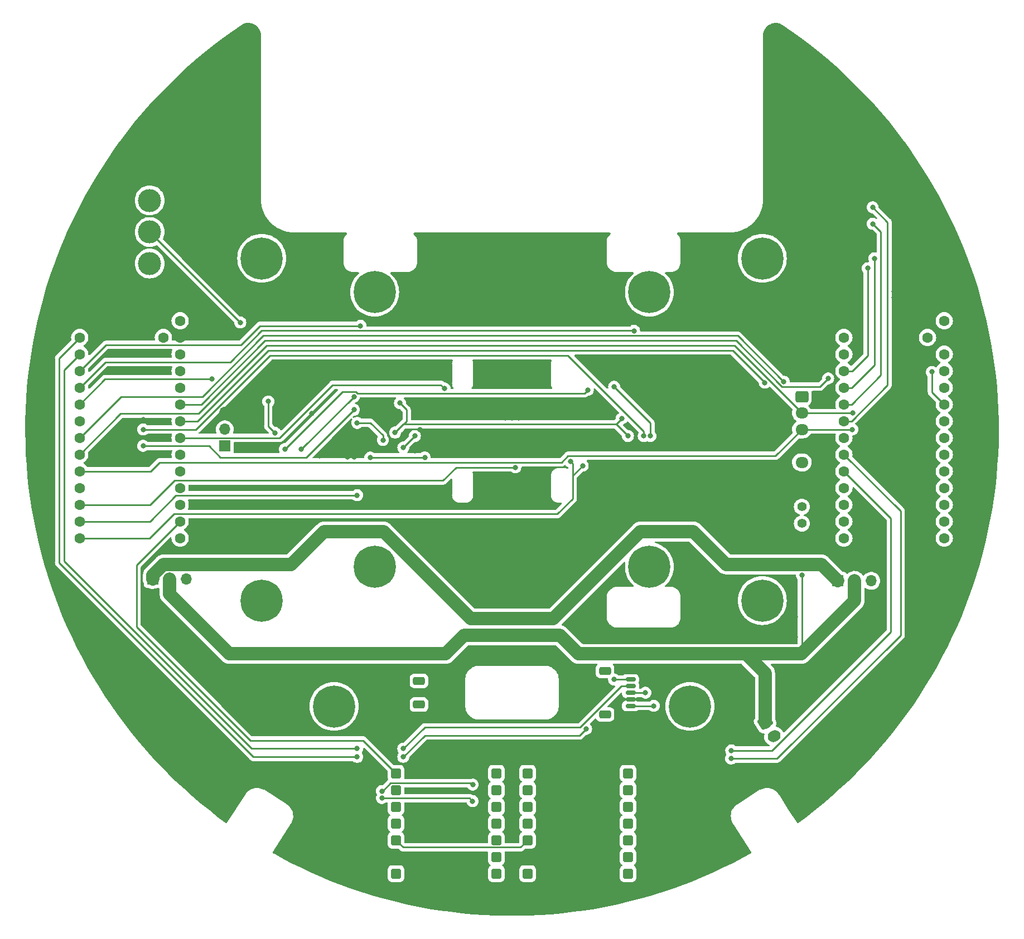
<source format=gbl>
%TF.GenerationSoftware,KiCad,Pcbnew,7.0.9*%
%TF.CreationDate,2023-12-19T12:29:38+08:00*%
%TF.ProjectId,layer3,6c617965-7233-42e6-9b69-6361645f7063,rev?*%
%TF.SameCoordinates,Original*%
%TF.FileFunction,Copper,L2,Bot*%
%TF.FilePolarity,Positive*%
%FSLAX46Y46*%
G04 Gerber Fmt 4.6, Leading zero omitted, Abs format (unit mm)*
G04 Created by KiCad (PCBNEW 7.0.9) date 2023-12-19 12:29:38*
%MOMM*%
%LPD*%
G01*
G04 APERTURE LIST*
G04 Aperture macros list*
%AMRoundRect*
0 Rectangle with rounded corners*
0 $1 Rounding radius*
0 $2 $3 $4 $5 $6 $7 $8 $9 X,Y pos of 4 corners*
0 Add a 4 corners polygon primitive as box body*
4,1,4,$2,$3,$4,$5,$6,$7,$8,$9,$2,$3,0*
0 Add four circle primitives for the rounded corners*
1,1,$1+$1,$2,$3*
1,1,$1+$1,$4,$5*
1,1,$1+$1,$6,$7*
1,1,$1+$1,$8,$9*
0 Add four rect primitives between the rounded corners*
20,1,$1+$1,$2,$3,$4,$5,0*
20,1,$1+$1,$4,$5,$6,$7,0*
20,1,$1+$1,$6,$7,$8,$9,0*
20,1,$1+$1,$8,$9,$2,$3,0*%
%AMHorizOval*
0 Thick line with rounded ends*
0 $1 width*
0 $2 $3 position (X,Y) of the first rounded end (center of the circle)*
0 $4 $5 position (X,Y) of the second rounded end (center of the circle)*
0 Add line between two ends*
20,1,$1,$2,$3,$4,$5,0*
0 Add two circle primitives to create the rounded ends*
1,1,$1,$2,$3*
1,1,$1,$4,$5*%
G04 Aperture macros list end*
%TA.AperFunction,ComponentPad*%
%ADD10RoundRect,0.150000X-0.600000X-0.600000X0.600000X-0.600000X0.600000X0.600000X-0.600000X0.600000X0*%
%TD*%
%TA.AperFunction,ComponentPad*%
%ADD11RoundRect,0.150000X0.600000X0.600000X-0.600000X0.600000X-0.600000X-0.600000X0.600000X-0.600000X0*%
%TD*%
%TA.AperFunction,ComponentPad*%
%ADD12R,1.700000X1.700000*%
%TD*%
%TA.AperFunction,ComponentPad*%
%ADD13O,1.700000X1.700000*%
%TD*%
%TA.AperFunction,ComponentPad*%
%ADD14C,6.400000*%
%TD*%
%TA.AperFunction,ComponentPad*%
%ADD15C,3.500000*%
%TD*%
%TA.AperFunction,ComponentPad*%
%ADD16C,1.600000*%
%TD*%
%TA.AperFunction,ComponentPad*%
%ADD17RoundRect,0.250000X-0.955277X0.099726X-0.306989X-0.910087X0.955277X-0.099726X0.306989X0.910087X0*%
%TD*%
%TA.AperFunction,ComponentPad*%
%ADD18HorizOval,1.700000X-0.126227X-0.081036X0.126227X0.081036X0*%
%TD*%
%TA.AperFunction,ComponentPad*%
%ADD19RoundRect,0.250000X-0.725000X0.600000X-0.725000X-0.600000X0.725000X-0.600000X0.725000X0.600000X0*%
%TD*%
%TA.AperFunction,ComponentPad*%
%ADD20O,1.950000X1.700000*%
%TD*%
%TA.AperFunction,ComponentPad*%
%ADD21C,1.400000*%
%TD*%
%TA.AperFunction,SMDPad,CuDef*%
%ADD22RoundRect,0.150000X0.625000X-0.150000X0.625000X0.150000X-0.625000X0.150000X-0.625000X-0.150000X0*%
%TD*%
%TA.AperFunction,SMDPad,CuDef*%
%ADD23RoundRect,0.250000X0.650000X-0.350000X0.650000X0.350000X-0.650000X0.350000X-0.650000X-0.350000X0*%
%TD*%
%TA.AperFunction,SMDPad,CuDef*%
%ADD24RoundRect,0.150000X-0.625000X0.150000X-0.625000X-0.150000X0.625000X-0.150000X0.625000X0.150000X0*%
%TD*%
%TA.AperFunction,SMDPad,CuDef*%
%ADD25RoundRect,0.250000X-0.650000X0.350000X-0.650000X-0.350000X0.650000X-0.350000X0.650000X0.350000X0*%
%TD*%
%TA.AperFunction,ComponentPad*%
%ADD26RoundRect,0.250000X0.750000X-0.600000X0.750000X0.600000X-0.750000X0.600000X-0.750000X-0.600000X0*%
%TD*%
%TA.AperFunction,ComponentPad*%
%ADD27O,2.000000X1.700000*%
%TD*%
%TA.AperFunction,ViaPad*%
%ADD28C,0.800000*%
%TD*%
%TA.AperFunction,Conductor*%
%ADD29C,0.250000*%
%TD*%
%TA.AperFunction,Conductor*%
%ADD30C,2.000000*%
%TD*%
G04 APERTURE END LIST*
D10*
%TO.P,U4,1,PA02_A0_D0*%
%TO.N,unconnected-(U4-PA02_A0_D0-Pad1)*%
X122620000Y-172490000D03*
%TO.P,U4,2,PA4_A1_D1*%
%TO.N,unconnected-(U4-PA4_A1_D1-Pad2)*%
X122620000Y-169950000D03*
%TO.P,U4,3,PA10_A2_D2*%
%TO.N,unconnected-(U4-PA10_A2_D2-Pad3)*%
X122620000Y-167410000D03*
%TO.P,U4,4,PA11_A3_D3*%
%TO.N,unconnected-(U4-PA11_A3_D3-Pad4)*%
X122620000Y-164870000D03*
%TO.P,U4,5,PA8_A4_D4_SDA*%
%TO.N,unconnected-(U4-PA8_A4_D4_SDA-Pad5)*%
X122620000Y-162330000D03*
%TO.P,U4,6,PA9_A5_D5_SCL*%
%TO.N,unconnected-(U4-PA9_A5_D5_SCL-Pad6)*%
X122620000Y-159790000D03*
%TO.P,U4,7,PB08_A6_D6_TX*%
%TO.N,/BTRX*%
X122620000Y-157250000D03*
D11*
%TO.P,U4,8,PB09_A7_D7_RX*%
%TO.N,/BTTX*%
X107380000Y-157250000D03*
%TO.P,U4,9,PA7_A8_D8_SCK*%
%TO.N,unconnected-(U4-PA7_A8_D8_SCK-Pad9)*%
X107380000Y-159790000D03*
%TO.P,U4,10,PA5_A9_D9_MISO*%
%TO.N,unconnected-(U4-PA5_A9_D9_MISO-Pad10)*%
X107380000Y-162330000D03*
%TO.P,U4,11,PA6_A10_D10_MOSI*%
%TO.N,unconnected-(U4-PA6_A10_D10_MOSI-Pad11)*%
X107380000Y-164870000D03*
%TO.P,U4,12,3V3*%
%TO.N,+3V3*%
X107380000Y-167410000D03*
%TO.P,U4,13,GND*%
%TO.N,GNDD*%
X107380000Y-169950000D03*
%TO.P,U4,14,5V*%
%TO.N,+5V*%
X107380000Y-172490000D03*
%TD*%
D12*
%TO.P,DRIBBLERJ1,1,Pin_1*%
%TO.N,/DRIBBLERPWM*%
X61400000Y-107525000D03*
D13*
%TO.P,DRIBBLERJ1,2,Pin_2*%
%TO.N,unconnected-(DRIBBLERJ1-Pin_2-Pad2)*%
X61400000Y-104985000D03*
%TO.P,DRIBBLERJ1,3,Pin_3*%
%TO.N,GNDD*%
X61400000Y-102445000D03*
%TD*%
D14*
%TO.P,H9,1*%
%TO.N,N/C*%
X77987984Y-147075539D03*
%TD*%
%TO.P,H3,1*%
%TO.N,N/C*%
X84140350Y-84140350D03*
%TD*%
D10*
%TO.P,U3,1,PA02_A0_D0*%
%TO.N,unconnected-(U3-PA02_A0_D0-Pad1)*%
X102620000Y-172490000D03*
%TO.P,U3,2,PA4_A1_D1*%
%TO.N,unconnected-(U3-PA4_A1_D1-Pad2)*%
X102620000Y-169950000D03*
%TO.P,U3,3,PA10_A2_D2*%
%TO.N,unconnected-(U3-PA10_A2_D2-Pad3)*%
X102620000Y-167410000D03*
%TO.P,U3,4,PA11_A3_D3*%
%TO.N,unconnected-(U3-PA11_A3_D3-Pad4)*%
X102620000Y-164870000D03*
%TO.P,U3,5,PA8_A4_D4_SDA*%
%TO.N,/IMUSDA*%
X102620000Y-162330000D03*
%TO.P,U3,6,PA9_A5_D5_SCL*%
%TO.N,/IMUSCL*%
X102620000Y-159790000D03*
%TO.P,U3,7,PB08_A6_D6_TX*%
%TO.N,/IMUTX*%
X102620000Y-157250000D03*
D11*
%TO.P,U3,8,PB09_A7_D7_RX*%
%TO.N,/IMURX*%
X87380000Y-157250000D03*
%TO.P,U3,9,PA7_A8_D8_SCK*%
%TO.N,unconnected-(U3-PA7_A8_D8_SCK-Pad9)*%
X87380000Y-159790000D03*
%TO.P,U3,10,PA5_A9_D9_MISO*%
%TO.N,unconnected-(U3-PA5_A9_D9_MISO-Pad10)*%
X87380000Y-162330000D03*
%TO.P,U3,11,PA6_A10_D10_MOSI*%
%TO.N,unconnected-(U3-PA6_A10_D10_MOSI-Pad11)*%
X87380000Y-164870000D03*
%TO.P,U3,12,3V3*%
%TO.N,+3V3*%
X87380000Y-167410000D03*
%TO.P,U3,13,GND*%
%TO.N,GNDD*%
X87380000Y-169950000D03*
%TO.P,U3,14,5V*%
%TO.N,+5V*%
X87380000Y-172490000D03*
%TD*%
D14*
%TO.P,H7,1*%
%TO.N,N/C*%
X67000000Y-131000000D03*
%TD*%
%TO.P,H6,1*%
%TO.N,N/C*%
X125859650Y-125859650D03*
%TD*%
%TO.P,H8,1*%
%TO.N,N/C*%
X143000000Y-131000000D03*
%TD*%
%TO.P,H4,1*%
%TO.N,N/C*%
X125859650Y-84140350D03*
%TD*%
%TO.P,H5,1*%
%TO.N,N/C*%
X84140350Y-125859650D03*
%TD*%
D15*
%TO.P,SW1,1,A*%
%TO.N,+3V3*%
X50000000Y-70200000D03*
%TO.P,SW1,2,B*%
%TO.N,/EN*%
X50000000Y-75000000D03*
%TO.P,SW1,3,C*%
%TO.N,unconnected-(SW1-C-Pad3)*%
X50000000Y-79800000D03*
%TD*%
D16*
%TO.P,U2,0,0*%
%TO.N,/CAM1TX*%
X155380000Y-91030000D03*
%TO.P,U2,1,1*%
%TO.N,/CAM1RX*%
X155380000Y-93570000D03*
%TO.P,U2,2,2*%
%TO.N,/STRAT1*%
X155380000Y-96110000D03*
%TO.P,U2,3,3*%
%TO.N,/STRAT2*%
X155380000Y-98650000D03*
%TO.P,U2,3.3V_2,3.3V_2*%
%TO.N,+3V3*%
X170620000Y-93570000D03*
%TO.P,U2,4,4*%
%TO.N,/STRAT3*%
X155380000Y-101190000D03*
%TO.P,U2,5,5*%
%TO.N,/STRAT4*%
X155380000Y-103730000D03*
%TO.P,U2,6,6*%
%TO.N,unconnected-(U2-Pad6)*%
X155380000Y-106270000D03*
%TO.P,U2,7,7*%
%TO.N,/CAM2TX*%
X155380000Y-108810000D03*
%TO.P,U2,8,8*%
%TO.N,/CAM2RX*%
X155380000Y-111350000D03*
%TO.P,U2,9,9*%
%TO.N,unconnected-(U2-Pad9)*%
X155380000Y-113890000D03*
%TO.P,U2,10,10*%
%TO.N,unconnected-(U2-Pad10)*%
X155380000Y-116430000D03*
%TO.P,U2,11,11*%
%TO.N,unconnected-(U2-Pad11)*%
X155380000Y-118970000D03*
%TO.P,U2,12,12*%
%TO.N,unconnected-(U2-Pad12)*%
X155380000Y-121510000D03*
%TO.P,U2,13,13*%
%TO.N,unconnected-(U2-Pad13)*%
X170620000Y-121510000D03*
%TO.P,U2,14,14*%
%TO.N,/LIDARRX*%
X170620000Y-118970000D03*
%TO.P,U2,15,15*%
%TO.N,/LIDARTX*%
X170620000Y-116430000D03*
%TO.P,U2,16,16*%
%TO.N,/BTTX*%
X170620000Y-113890000D03*
%TO.P,U2,17,17*%
%TO.N,/BTRX*%
X170620000Y-111350000D03*
%TO.P,U2,18,18*%
%TO.N,unconnected-(U2-Pad18)*%
X170620000Y-108810000D03*
%TO.P,U2,19,19*%
%TO.N,unconnected-(U2-Pad19)*%
X170620000Y-106270000D03*
%TO.P,U2,20,20*%
%TO.N,/TX*%
X170620000Y-103730000D03*
%TO.P,U2,21,21*%
%TO.N,/RX*%
X170620000Y-101190000D03*
%TO.P,U2,22,22*%
%TO.N,unconnected-(U2-Pad22)*%
X170620000Y-98650000D03*
%TO.P,U2,23,23*%
%TO.N,unconnected-(U2-Pad23)*%
X170620000Y-96110000D03*
%TO.P,U2,G1,G1*%
%TO.N,GNDD*%
X155380000Y-88490000D03*
%TO.P,U2,G3,G3*%
X170620000Y-91030000D03*
%TO.P,U2,VIN,VIN*%
%TO.N,+5V*%
X170620000Y-88490000D03*
%TO.P,U2,VUSB*%
%TO.N,N/C*%
X168080000Y-91030000D03*
%TD*%
D12*
%TO.P,BUCK1,1,Pin_1*%
%TO.N,+12V*%
X50475000Y-127710000D03*
D13*
%TO.P,BUCK1,2,Pin_2*%
%TO.N,GNDPWR*%
X53015000Y-127710000D03*
%TO.P,BUCK1,3,Pin_3*%
%TO.N,+5V*%
X55555000Y-127710000D03*
%TD*%
D12*
%TO.P,BUCK2,1,Pin_1*%
%TO.N,+12V*%
X154460000Y-128000000D03*
D13*
%TO.P,BUCK2,2,Pin_2*%
%TO.N,GNDPWR*%
X157000000Y-128000000D03*
%TO.P,BUCK2,3,Pin_3*%
%TO.N,+5V*%
X159540000Y-128000000D03*
%TD*%
D14*
%TO.P,H10,1*%
%TO.N,N/C*%
X132012016Y-147075539D03*
%TD*%
%TO.P,H1,1*%
%TO.N,N/C*%
X67000000Y-79000000D03*
%TD*%
D17*
%TO.P,J12,1,Pin_1*%
%TO.N,GNDPWR*%
X143414402Y-149490658D03*
D18*
%TO.P,J12,2,Pin_2*%
%TO.N,+5V*%
X144765003Y-151594435D03*
%TD*%
D19*
%TO.P,J5,1,Pin_1*%
%TO.N,+5V*%
X149000000Y-100000000D03*
D20*
%TO.P,J5,2,Pin_2*%
%TO.N,/LIDARTX*%
X149000000Y-102500000D03*
%TO.P,J5,3,Pin_3*%
%TO.N,/LIDARRX*%
X149000000Y-105000000D03*
%TO.P,J5,4,Pin_4*%
%TO.N,GNDD*%
X149000000Y-107500000D03*
%TO.P,J5,5,Pin_5*%
%TO.N,/LIDARPWM*%
X149000000Y-110000000D03*
%TD*%
D21*
%TO.P,TP1,1,1*%
%TO.N,+5V*%
X149000000Y-116750000D03*
%TO.P,TP1,2,2*%
%TO.N,GNDPWR*%
X149000000Y-119290000D03*
%TD*%
D14*
%TO.P,H2,1*%
%TO.N,N/C*%
X143000000Y-79000000D03*
%TD*%
D16*
%TO.P,U1,0,0*%
%TO.N,/L1TX*%
X39380000Y-91030000D03*
%TO.P,U1,1,1*%
%TO.N,/L1RX*%
X39380000Y-93570000D03*
%TO.P,U1,2,2*%
%TO.N,/M1PWM*%
X39380000Y-96110000D03*
%TO.P,U1,3,3*%
%TO.N,/M2PWM*%
X39380000Y-98650000D03*
%TO.P,U1,3.3V_2,3.3V_2*%
%TO.N,+3V3*%
X54620000Y-93570000D03*
%TO.P,U1,4,4*%
%TO.N,/M3PWM*%
X39380000Y-101190000D03*
%TO.P,U1,5,5*%
%TO.N,/M4PWM*%
X39380000Y-103730000D03*
%TO.P,U1,6,6*%
%TO.N,/LIDARPWM*%
X39380000Y-106270000D03*
%TO.P,U1,7,7*%
%TO.N,/LIDARTX*%
X39380000Y-108810000D03*
%TO.P,U1,8,8*%
%TO.N,/LIDARRX*%
X39380000Y-111350000D03*
%TO.P,U1,9,9*%
%TO.N,/M1INA*%
X39380000Y-113890000D03*
%TO.P,U1,10,10*%
%TO.N,/M2INA*%
X39380000Y-116430000D03*
%TO.P,U1,11,11*%
%TO.N,/M3INA*%
X39380000Y-118970000D03*
%TO.P,U1,12,12*%
%TO.N,/M4INA*%
X39380000Y-121510000D03*
%TO.P,U1,13,13*%
%TO.N,unconnected-(U1-Pad13)*%
X54620000Y-121510000D03*
%TO.P,U1,14,14*%
%TO.N,/IMURX*%
X54620000Y-118970000D03*
%TO.P,U1,15,15*%
%TO.N,/IMUTX*%
X54620000Y-116430000D03*
%TO.P,U1,16,16*%
%TO.N,/M1CS*%
X54620000Y-113890000D03*
%TO.P,U1,17,17*%
%TO.N,/M2CS*%
X54620000Y-111350000D03*
%TO.P,U1,18,18*%
%TO.N,/M3CS*%
X54620000Y-108810000D03*
%TO.P,U1,19,19*%
%TO.N,/M4CS*%
X54620000Y-106270000D03*
%TO.P,U1,20,20*%
%TO.N,/RX*%
X54620000Y-103730000D03*
%TO.P,U1,21,21*%
%TO.N,/TX*%
X54620000Y-101190000D03*
%TO.P,U1,22,22*%
%TO.N,unconnected-(U1-Pad22)*%
X54620000Y-98650000D03*
%TO.P,U1,23,23*%
%TO.N,/DRIBBLERPWM*%
X54620000Y-96110000D03*
%TO.P,U1,G1,G1*%
%TO.N,GNDD*%
X39380000Y-88490000D03*
%TO.P,U1,G3,G3*%
X54620000Y-91030000D03*
%TO.P,U1,VIN,VIN*%
%TO.N,+5V*%
X54620000Y-88490000D03*
%TO.P,U1,VUSB*%
%TO.N,N/C*%
X52080000Y-91030000D03*
%TD*%
D22*
%TO.P,J11,1,Pin_1*%
%TO.N,+5V*%
X123000000Y-147000000D03*
%TO.P,J11,2,Pin_2*%
%TO.N,GNDD*%
X123000000Y-146000000D03*
%TO.P,J11,3,Pin_3*%
%TO.N,+3V3*%
X123000000Y-145000000D03*
%TO.P,J11,4,Pin_4*%
%TO.N,/L1RX*%
X123000000Y-144000000D03*
%TO.P,J11,5,Pin_5*%
%TO.N,/L1TX*%
X123000000Y-143000000D03*
D23*
%TO.P,J11,MP*%
%TO.N,N/C*%
X119125000Y-148300000D03*
X119125000Y-141700000D03*
%TD*%
D24*
%TO.P,J10,1,Pin_1*%
%TO.N,GNDD*%
X87000000Y-144500000D03*
%TO.P,J10,2,Pin_2*%
X87000000Y-145500000D03*
D25*
%TO.P,J10,MP*%
%TO.N,N/C*%
X90875000Y-143200000D03*
X90875000Y-146800000D03*
%TD*%
D26*
%TO.P,J9,1,Pin_1*%
%TO.N,GNDPWR*%
X105000000Y-136250000D03*
D27*
%TO.P,J9,2,Pin_2*%
%TO.N,+12V*%
X105000000Y-133750000D03*
%TD*%
D28*
%TO.N,/M1PWM*%
X82000000Y-89250000D03*
%TO.N,/M1CS*%
X81000000Y-100000000D03*
X73000000Y-108000000D03*
%TO.N,/M1INA*%
X49000000Y-107500000D03*
X81000000Y-102000000D03*
%TO.N,/M2PWM*%
X123525500Y-90025500D03*
%TO.N,/M2CS*%
X70500000Y-108000000D03*
X116500000Y-99000000D03*
%TO.N,/M2INA*%
X105500000Y-110750000D03*
%TO.N,/M3INB*%
X91750000Y-109250000D03*
X83476008Y-109275500D03*
%TO.N,/M3PWM*%
X85400000Y-106600000D03*
X59437299Y-97362701D03*
X81500000Y-104000000D03*
%TO.N,/M3INA*%
X90250000Y-106000000D03*
X88500000Y-107750000D03*
X81500000Y-115000000D03*
%TO.N,/M4PWM*%
X49000000Y-105000000D03*
X125000000Y-106000000D03*
%TO.N,/M4CS*%
X126000000Y-106000000D03*
X120500000Y-98500000D03*
X94750000Y-98775500D03*
%TO.N,/M4INA*%
X113900000Y-109900000D03*
X115724500Y-110500000D03*
%TO.N,/RX*%
X143362701Y-97887299D03*
X168750000Y-96250000D03*
%TO.N,/TX*%
X153000000Y-97250000D03*
%TO.N,/STRAT4*%
X159750000Y-71250000D03*
%TO.N,/STRAT3*%
X159750000Y-73750000D03*
%TO.N,/STRAT2*%
X160000000Y-79000000D03*
%TO.N,/STRAT1*%
X159000000Y-80500000D03*
%TO.N,+5V*%
X126500000Y-147000000D03*
%TO.N,/LIDARTX*%
X156690000Y-102500000D03*
%TO.N,/LIDARRX*%
X156650000Y-105000000D03*
%TO.N,/LIDARPWM*%
X146262299Y-97737701D03*
%TO.N,/CAM2RX*%
X138293245Y-153775500D03*
%TO.N,/CAM2TX*%
X138250000Y-155000000D03*
%TO.N,/IMUSCL*%
X85250000Y-159944210D03*
X99039169Y-158969066D03*
%TO.N,/IMUSDA*%
X99015681Y-161484488D03*
X85250000Y-161000000D03*
%TO.N,/L1RX*%
X88500000Y-153500000D03*
X81500000Y-153500000D03*
%TO.N,/L1TX*%
X81500000Y-154750000D03*
X116250000Y-150500000D03*
X120500000Y-143000000D03*
X88500000Y-154750000D03*
%TO.N,+3V3*%
X125250000Y-145000000D03*
%TO.N,GNDD*%
X119750000Y-153500000D03*
X146000000Y-136500000D03*
X123250000Y-153500000D03*
X109000000Y-108750000D03*
X104500000Y-116250000D03*
X148000000Y-136500000D03*
X105500000Y-128250000D03*
X116250000Y-123250000D03*
X104500000Y-126250000D03*
X164000000Y-85000000D03*
X147000000Y-136500000D03*
X124250000Y-153500000D03*
X119750000Y-151250000D03*
X105000000Y-100750000D03*
X49000000Y-103500000D03*
X118750000Y-153500000D03*
X81000000Y-109200000D03*
X117250000Y-137000000D03*
X104500000Y-115250000D03*
X126250000Y-151250000D03*
X104000000Y-98250000D03*
X132000000Y-103500000D03*
X117250000Y-123250000D03*
X104000000Y-103250000D03*
X94000000Y-144000000D03*
X94000000Y-147000000D03*
X67200000Y-107400000D03*
X133000000Y-106500000D03*
X141500000Y-145250000D03*
X52000000Y-93250000D03*
X66200000Y-107400000D03*
X58750000Y-86500000D03*
X50750000Y-131500000D03*
X106000000Y-108750000D03*
X58750000Y-87500000D03*
X105000000Y-154000000D03*
X91000000Y-105000000D03*
X118750000Y-151250000D03*
X50750000Y-133500000D03*
X79250000Y-156000000D03*
X117750000Y-153500000D03*
X117000000Y-141000000D03*
X148000000Y-133500000D03*
X49750000Y-131500000D03*
X105500000Y-130250000D03*
X105500000Y-126250000D03*
X131000000Y-103500000D03*
X105000000Y-108750000D03*
X49750000Y-132500000D03*
X163000000Y-84000000D03*
X125250000Y-151250000D03*
X105500000Y-116250000D03*
X128500000Y-141000000D03*
X75800000Y-109000000D03*
X104500000Y-128250000D03*
X105000000Y-103250000D03*
X141500000Y-144250000D03*
X104000000Y-108750000D03*
X94000000Y-146000000D03*
X104000000Y-100750000D03*
X94000000Y-145000000D03*
X133000000Y-103500000D03*
X118250000Y-122250000D03*
X163000000Y-85000000D03*
X110000000Y-108750000D03*
X145500000Y-145250000D03*
X105000000Y-98250000D03*
X127500000Y-141000000D03*
X57750000Y-87500000D03*
X104500000Y-129250000D03*
X164000000Y-84000000D03*
X52000000Y-96250000D03*
X106000000Y-103250000D03*
X147000000Y-133500000D03*
X49750000Y-133500000D03*
X95000000Y-145000000D03*
X106000000Y-98250000D03*
X104000000Y-154000000D03*
X106000000Y-100750000D03*
X145500000Y-146250000D03*
X74600000Y-102600000D03*
X95000000Y-147000000D03*
X110000000Y-107750000D03*
X116250000Y-122250000D03*
X105500000Y-129250000D03*
X49000000Y-109000000D03*
X121250000Y-141000000D03*
X132000000Y-106500000D03*
X107750000Y-115250000D03*
X95000000Y-143000000D03*
X117250000Y-122250000D03*
X57750000Y-86500000D03*
X104500000Y-130250000D03*
X90250000Y-108250000D03*
X84000000Y-151750000D03*
X117750000Y-151250000D03*
X141500000Y-146250000D03*
X131000000Y-106500000D03*
X49000000Y-96250000D03*
X94000000Y-143000000D03*
X127500000Y-137000000D03*
X108750000Y-115250000D03*
X75500000Y-164250000D03*
X104500000Y-127250000D03*
X126500000Y-137000000D03*
X145500000Y-144250000D03*
X104000000Y-153000000D03*
X126500000Y-141000000D03*
X165000000Y-84000000D03*
X105500000Y-127250000D03*
X80000000Y-109200000D03*
X50750000Y-132500000D03*
X95000000Y-146000000D03*
X106000000Y-153000000D03*
X165000000Y-85000000D03*
X128500000Y-137000000D03*
X106000000Y-154000000D03*
X118250000Y-123250000D03*
X95000000Y-144000000D03*
X108750000Y-116250000D03*
X105000000Y-153000000D03*
X49000000Y-93250000D03*
%TO.N,GNDPWR*%
X149000000Y-127099500D03*
%TO.N,/EN*%
X88000000Y-101000000D03*
X87250000Y-105474500D03*
X122600000Y-106000000D03*
X121674500Y-103325500D03*
X63750000Y-88750000D03*
X69000000Y-105500000D03*
X68000000Y-100750000D03*
%TD*%
D29*
%TO.N,/M1PWM*%
X82000000Y-89250000D02*
X66750000Y-89250000D01*
X66750000Y-89250000D02*
X63845000Y-92155000D01*
X43335000Y-92155000D02*
X39380000Y-96110000D01*
X63845000Y-92155000D02*
X43335000Y-92155000D01*
%TO.N,/M1CS*%
X81000000Y-100000000D02*
X73000000Y-108000000D01*
%TO.N,/M1INA*%
X49000000Y-107500000D02*
X59000000Y-107500000D01*
X81000000Y-102000000D02*
X73750000Y-109250000D01*
X59000000Y-107500000D02*
X60750000Y-109250000D01*
X60750000Y-109250000D02*
X73750000Y-109250000D01*
%TO.N,/M2PWM*%
X123525500Y-90025500D02*
X123500000Y-90000000D01*
X43280000Y-94750000D02*
X62250000Y-94750000D01*
X39380000Y-98650000D02*
X43280000Y-94750000D01*
X67000000Y-90000000D02*
X123500000Y-90000000D01*
X62250000Y-94750000D02*
X67000000Y-90000000D01*
%TO.N,/M2CS*%
X81300305Y-99275000D02*
X81525305Y-99500000D01*
X79225000Y-99275000D02*
X81300305Y-99275000D01*
X81525305Y-99500000D02*
X116000000Y-99500000D01*
X70500000Y-108000000D02*
X79225000Y-99275000D01*
X116000000Y-99500000D02*
X116500000Y-99000000D01*
%TO.N,/M2INA*%
X50070000Y-116430000D02*
X39380000Y-116430000D01*
X94502588Y-112765000D02*
X53735000Y-112765000D01*
X53735000Y-112765000D02*
X50070000Y-116430000D01*
X96517588Y-110750000D02*
X94502588Y-112765000D01*
X105500000Y-110750000D02*
X96517588Y-110750000D01*
%TO.N,/M3INB*%
X83501508Y-109250000D02*
X91750000Y-109250000D01*
X83476008Y-109275500D02*
X83501508Y-109250000D01*
%TO.N,/M3PWM*%
X85400000Y-106600000D02*
X85400000Y-105900000D01*
X59437299Y-97362701D02*
X43207299Y-97362701D01*
X43207299Y-97362701D02*
X39380000Y-101190000D01*
X83500000Y-104000000D02*
X81500000Y-104000000D01*
X85400000Y-105900000D02*
X83500000Y-104000000D01*
%TO.N,/M3INA*%
X50030000Y-118970000D02*
X53985000Y-115015000D01*
X81485000Y-115015000D02*
X81500000Y-115000000D01*
X90250000Y-106000000D02*
X88500000Y-107750000D01*
X53985000Y-115015000D02*
X81265000Y-115015000D01*
X39380000Y-118970000D02*
X50030000Y-118970000D01*
X81265000Y-115015000D02*
X81485000Y-115015000D01*
%TO.N,/M4PWM*%
X125000000Y-105267588D02*
X125000000Y-106000000D01*
X68250000Y-93750000D02*
X113482412Y-93750000D01*
X113482412Y-93750000D02*
X125000000Y-105267588D01*
X49000000Y-105000000D02*
X57000000Y-105000000D01*
X57000000Y-105000000D02*
X68250000Y-93750000D01*
%TO.N,/M4CS*%
X126000000Y-106000000D02*
X126000000Y-104000000D01*
X94199500Y-98225000D02*
X77775000Y-98225000D01*
X69730000Y-106270000D02*
X54620000Y-106270000D01*
X94750000Y-98775500D02*
X94199500Y-98225000D01*
X77775000Y-98225000D02*
X69730000Y-106270000D01*
X126000000Y-104000000D02*
X120500000Y-98500000D01*
%TO.N,/M4INA*%
X114225000Y-112000000D02*
X114225000Y-115507412D01*
X114225000Y-115507412D02*
X111887412Y-117845000D01*
X114225000Y-110225000D02*
X114225000Y-112000000D01*
X115724500Y-110500500D02*
X114225000Y-112000000D01*
X53655000Y-117845000D02*
X49990000Y-121510000D01*
X115724500Y-110500000D02*
X115724500Y-110500500D01*
X113900000Y-109900000D02*
X114225000Y-110225000D01*
X111887412Y-117845000D02*
X53655000Y-117845000D01*
X49990000Y-121510000D02*
X39380000Y-121510000D01*
%TO.N,/RX*%
X168750000Y-96250000D02*
X168750000Y-99320000D01*
X143362701Y-97862701D02*
X138500000Y-93000000D01*
X138500000Y-93000000D02*
X68000000Y-93000000D01*
X168750000Y-99320000D02*
X170620000Y-101190000D01*
X57270000Y-103730000D02*
X54620000Y-103730000D01*
X143362701Y-97887299D02*
X143362701Y-97862701D01*
X68000000Y-93000000D02*
X57270000Y-103730000D01*
%TO.N,/TX*%
X146000000Y-98500000D02*
X151750000Y-98500000D01*
X54620000Y-101190000D02*
X57810000Y-101190000D01*
X67500000Y-91500000D02*
X139000000Y-91500000D01*
X57810000Y-101190000D02*
X67500000Y-91500000D01*
X139000000Y-91500000D02*
X146000000Y-98500000D01*
X151750000Y-98500000D02*
X153000000Y-97250000D01*
%TO.N,/STRAT4*%
X162000000Y-73500000D02*
X159750000Y-71250000D01*
X155380000Y-103730000D02*
X156520000Y-103730000D01*
X162000000Y-98250000D02*
X162000000Y-73500000D01*
X156520000Y-103730000D02*
X162000000Y-98250000D01*
%TO.N,/STRAT3*%
X161000000Y-75000000D02*
X161000000Y-96750000D01*
X159750000Y-73750000D02*
X161000000Y-75000000D01*
X161000000Y-96750000D02*
X156560000Y-101190000D01*
X156560000Y-101190000D02*
X155380000Y-101190000D01*
%TO.N,/STRAT2*%
X160000000Y-79000000D02*
X160000000Y-95250000D01*
X156600000Y-98650000D02*
X155380000Y-98650000D01*
X160000000Y-95250000D02*
X156600000Y-98650000D01*
%TO.N,/STRAT1*%
X155380000Y-96110000D02*
X156640000Y-96110000D01*
X156640000Y-96110000D02*
X159000000Y-93750000D01*
X159000000Y-93750000D02*
X159000000Y-80500000D01*
%TO.N,+5V*%
X123000000Y-147000000D02*
X126500000Y-147000000D01*
%TO.N,/LIDARTX*%
X45585000Y-102605000D02*
X57395000Y-102605000D01*
X156690000Y-102500000D02*
X149000000Y-102500000D01*
X67750000Y-92250000D02*
X138750000Y-92250000D01*
X39380000Y-108810000D02*
X45585000Y-102605000D01*
X138750000Y-92250000D02*
X149000000Y-102500000D01*
X57395000Y-102605000D02*
X67750000Y-92250000D01*
%TO.N,/LIDARRX*%
X156650000Y-105000000D02*
X149000000Y-105000000D01*
X39380000Y-111350000D02*
X50150000Y-111350000D01*
X50150000Y-111350000D02*
X51500000Y-110000000D01*
X113500000Y-109000000D02*
X145000000Y-109000000D01*
X112500000Y-110000000D02*
X113500000Y-109000000D01*
X51500000Y-110000000D02*
X112500000Y-110000000D01*
X145000000Y-109000000D02*
X149000000Y-105000000D01*
%TO.N,/LIDARPWM*%
X139250000Y-90750000D02*
X67250000Y-90750000D01*
X58000000Y-100000000D02*
X45650000Y-100000000D01*
X67250000Y-90750000D02*
X58000000Y-100000000D01*
X146237701Y-97737701D02*
X139250000Y-90750000D01*
X146262299Y-97737701D02*
X146237701Y-97737701D01*
X45650000Y-100000000D02*
X39380000Y-106270000D01*
D30*
%TO.N,+12V*%
X71500000Y-125500000D02*
X52113730Y-125500000D01*
X50475000Y-127138730D02*
X50475000Y-127710000D01*
X151960000Y-125500000D02*
X154460000Y-128000000D01*
X76500000Y-120500000D02*
X71500000Y-125500000D01*
X111250000Y-133750000D02*
X105000000Y-133750000D01*
X52113730Y-125500000D02*
X50475000Y-127138730D01*
X105000000Y-133750000D02*
X98750000Y-133750000D01*
X151000000Y-125500000D02*
X151960000Y-125500000D01*
X98750000Y-133750000D02*
X85500000Y-120500000D01*
X85500000Y-120500000D02*
X76500000Y-120500000D01*
X132500000Y-120500000D02*
X124500000Y-120500000D01*
X137500000Y-125500000D02*
X132500000Y-120500000D01*
X124500000Y-120500000D02*
X111250000Y-133750000D01*
X151000000Y-125500000D02*
X137500000Y-125500000D01*
D29*
%TO.N,/CAM2RX*%
X162500000Y-118470000D02*
X155380000Y-111350000D01*
X138293245Y-153775500D02*
X144474500Y-153775500D01*
X162500000Y-135750000D02*
X162500000Y-118470000D01*
X144474500Y-153775500D02*
X162500000Y-135750000D01*
%TO.N,/CAM2TX*%
X138250000Y-155000000D02*
X145250000Y-155000000D01*
X145250000Y-155000000D02*
X164000000Y-136250000D01*
X164000000Y-136250000D02*
X164000000Y-117430000D01*
X164000000Y-117430000D02*
X155380000Y-108810000D01*
%TO.N,/IMUSCL*%
X98785103Y-158715000D02*
X99039169Y-158969066D01*
X85250000Y-159944210D02*
X85349882Y-159944210D01*
X86579092Y-158715000D02*
X98785103Y-158715000D01*
X85349882Y-159944210D02*
X86579092Y-158715000D01*
%TO.N,/IMUSDA*%
X98531193Y-161000000D02*
X99015681Y-161484488D01*
X85250000Y-161000000D02*
X98531193Y-161000000D01*
%TO.N,/L1RX*%
X65500000Y-153500000D02*
X81500000Y-153500000D01*
X37000000Y-125000000D02*
X65500000Y-153500000D01*
X37000000Y-95950000D02*
X37000000Y-125000000D01*
X91750000Y-150250000D02*
X115361828Y-150250000D01*
X115361828Y-150250000D02*
X121611827Y-144000000D01*
X88500000Y-153500000D02*
X91750000Y-150250000D01*
X121611827Y-144000000D02*
X123000000Y-144000000D01*
X39380000Y-93570000D02*
X37000000Y-95950000D01*
%TO.N,/L1TX*%
X39380000Y-91030000D02*
X36250000Y-94160000D01*
X120500000Y-143000000D02*
X123000000Y-143000000D01*
X88500000Y-154750000D02*
X91750000Y-151500000D01*
X65750000Y-154750000D02*
X81500000Y-154750000D01*
X36250000Y-94160000D02*
X36250000Y-125250000D01*
X115250000Y-151500000D02*
X116250000Y-150500000D01*
X91750000Y-151500000D02*
X115250000Y-151500000D01*
X36250000Y-125250000D02*
X65750000Y-154750000D01*
%TO.N,+3V3*%
X87380000Y-167410000D02*
X88455000Y-168485000D01*
X106305000Y-168485000D02*
X107380000Y-167410000D01*
X125250000Y-145000000D02*
X123000000Y-145000000D01*
X88455000Y-168485000D02*
X106305000Y-168485000D01*
%TO.N,/IMURX*%
X82380000Y-152250000D02*
X65250000Y-152250000D01*
X48000000Y-135000000D02*
X48000000Y-125590000D01*
X87380000Y-157250000D02*
X82380000Y-152250000D01*
X65250000Y-152250000D02*
X48000000Y-135000000D01*
X48000000Y-125590000D02*
X54620000Y-118970000D01*
D30*
%TO.N,GNDPWR*%
X112250000Y-136250000D02*
X115100000Y-139100000D01*
X140500000Y-139100000D02*
X143414402Y-142014402D01*
X115100000Y-139100000D02*
X140500000Y-139100000D01*
X140500000Y-139100000D02*
X148900000Y-139100000D01*
X94900000Y-139100000D02*
X62100000Y-139100000D01*
X105000000Y-136250000D02*
X112250000Y-136250000D01*
X148900000Y-139100000D02*
X157000000Y-131000000D01*
X53015000Y-130015000D02*
X53015000Y-127710000D01*
D29*
X149000000Y-139000000D02*
X148900000Y-139100000D01*
D30*
X97750000Y-136250000D02*
X105000000Y-136250000D01*
X97750000Y-136250000D02*
X94900000Y-139100000D01*
D29*
X149000000Y-127099500D02*
X149000000Y-139000000D01*
D30*
X62100000Y-139100000D02*
X53015000Y-130015000D01*
X157000000Y-131000000D02*
X157000000Y-128000000D01*
X143414402Y-142014402D02*
X143414402Y-149490658D01*
D29*
%TO.N,/EN*%
X89000000Y-103724500D02*
X87250000Y-105474500D01*
X89000000Y-102000000D02*
X89000000Y-103724500D01*
X87250000Y-105474500D02*
X88524500Y-104200000D01*
X88000000Y-101000000D02*
X89000000Y-102000000D01*
X122600000Y-106000000D02*
X120800000Y-104200000D01*
X88524500Y-104200000D02*
X120800000Y-104200000D01*
X68000000Y-100750000D02*
X68000000Y-104500000D01*
X121674500Y-103325500D02*
X120800000Y-104200000D01*
X68000000Y-104500000D02*
X69000000Y-105500000D01*
X50000000Y-75000000D02*
X63750000Y-88750000D01*
%TD*%
%TA.AperFunction,Conductor*%
%TO.N,GNDD*%
G36*
X131890836Y-122028185D02*
G01*
X131911478Y-122044819D01*
X136422574Y-126555915D01*
X136496423Y-126632801D01*
X136496426Y-126632804D01*
X136516664Y-126648011D01*
X136555852Y-126677459D01*
X136558743Y-126679771D01*
X136615380Y-126727946D01*
X136651878Y-126750009D01*
X136657045Y-126753500D01*
X136658363Y-126754490D01*
X136691126Y-126779111D01*
X136691132Y-126779114D01*
X136691135Y-126779117D01*
X136756942Y-126813655D01*
X136760179Y-126815481D01*
X136823812Y-126853948D01*
X136863371Y-126869868D01*
X136869036Y-126872487D01*
X136906794Y-126892304D01*
X136977291Y-126915839D01*
X136980807Y-126917132D01*
X137049752Y-126944880D01*
X137049757Y-126944882D01*
X137082189Y-126952186D01*
X137091353Y-126954250D01*
X137097369Y-126955927D01*
X137137813Y-126969430D01*
X137137816Y-126969430D01*
X137137818Y-126969431D01*
X137211195Y-126981355D01*
X137214852Y-126982064D01*
X137221690Y-126983604D01*
X137287363Y-126998395D01*
X137329932Y-127000969D01*
X137336115Y-127001656D01*
X137378221Y-127008500D01*
X137452524Y-127008500D01*
X137456268Y-127008613D01*
X137466422Y-127009227D01*
X137530476Y-127013102D01*
X137572916Y-127008813D01*
X137579150Y-127008500D01*
X147965281Y-127008500D01*
X148032320Y-127028185D01*
X148078075Y-127080989D01*
X148088602Y-127119538D01*
X148106458Y-127289428D01*
X148106459Y-127289431D01*
X148165470Y-127471049D01*
X148165473Y-127471056D01*
X148244230Y-127607468D01*
X148260960Y-127636444D01*
X148334649Y-127718284D01*
X148364880Y-127781275D01*
X148366500Y-127801256D01*
X148366500Y-137448796D01*
X148346815Y-137515835D01*
X148330181Y-137536477D01*
X148311477Y-137555181D01*
X148250154Y-137588666D01*
X148223796Y-137591500D01*
X140547476Y-137591500D01*
X140543732Y-137591387D01*
X140507016Y-137589166D01*
X140469524Y-137586898D01*
X140469522Y-137586898D01*
X140469521Y-137586898D01*
X140439730Y-137589908D01*
X140427083Y-137591186D01*
X140420850Y-137591500D01*
X115776204Y-137591500D01*
X115709165Y-137571815D01*
X115688523Y-137555181D01*
X114509114Y-136375772D01*
X113327401Y-135194059D01*
X113253575Y-135117198D01*
X113231353Y-135100499D01*
X113194155Y-135072546D01*
X113191239Y-135070214D01*
X113155852Y-135040114D01*
X113134622Y-135022055D01*
X113098122Y-134999990D01*
X113092949Y-134996495D01*
X113058863Y-134970881D01*
X112993077Y-134936354D01*
X112989815Y-134934514D01*
X112946471Y-134908313D01*
X112926189Y-134896052D01*
X112926184Y-134896050D01*
X112926181Y-134896048D01*
X112886620Y-134880127D01*
X112880951Y-134877506D01*
X112843203Y-134857694D01*
X112772716Y-134834162D01*
X112769201Y-134832870D01*
X112700244Y-134805118D01*
X112700232Y-134805115D01*
X112658641Y-134795748D01*
X112652628Y-134794071D01*
X112607911Y-134779143D01*
X112550555Y-134739242D01*
X112523875Y-134674667D01*
X112536344Y-134605918D01*
X112559493Y-134573846D01*
X121991501Y-125141838D01*
X122052822Y-125108355D01*
X122122514Y-125113339D01*
X122178447Y-125155211D01*
X122202864Y-125220675D01*
X122201653Y-125248919D01*
X122166404Y-125471472D01*
X122146061Y-125859649D01*
X122146061Y-125859650D01*
X122166404Y-126247827D01*
X122209065Y-126517176D01*
X122227212Y-126631749D01*
X122325454Y-126998395D01*
X122327819Y-127007219D01*
X122467119Y-127370106D01*
X122643590Y-127716449D01*
X122855287Y-128042435D01*
X122855291Y-128042440D01*
X122855293Y-128042443D01*
X123099916Y-128344526D01*
X123374774Y-128619384D01*
X123448559Y-128679134D01*
X123488270Y-128736621D01*
X123490598Y-128806452D01*
X123454803Y-128866456D01*
X123392249Y-128897582D01*
X123370523Y-128899500D01*
X120885530Y-128899500D01*
X120658924Y-128932080D01*
X120658914Y-128932083D01*
X120439248Y-128996583D01*
X120231014Y-129091680D01*
X120230991Y-129091693D01*
X120038412Y-129215456D01*
X120038406Y-129215460D01*
X119865384Y-129365384D01*
X119715460Y-129538406D01*
X119715456Y-129538412D01*
X119591693Y-129730991D01*
X119591680Y-129731014D01*
X119496583Y-129939248D01*
X119432083Y-130158914D01*
X119432080Y-130158924D01*
X119399500Y-130385530D01*
X119399500Y-133614469D01*
X119432080Y-133841075D01*
X119432083Y-133841085D01*
X119496583Y-134060751D01*
X119591680Y-134268985D01*
X119591693Y-134269008D01*
X119715456Y-134461587D01*
X119715460Y-134461593D01*
X119865384Y-134634615D01*
X120038406Y-134784539D01*
X120038412Y-134784543D01*
X120230991Y-134908306D01*
X120231014Y-134908319D01*
X120439248Y-135003416D01*
X120439252Y-135003417D01*
X120439254Y-135003418D01*
X120658920Y-135067918D01*
X120658921Y-135067918D01*
X120658924Y-135067919D01*
X120726494Y-135077633D01*
X120885530Y-135100500D01*
X120885531Y-135100500D01*
X129114469Y-135100500D01*
X129114470Y-135100500D01*
X129310659Y-135072292D01*
X129341075Y-135067919D01*
X129341076Y-135067918D01*
X129341080Y-135067918D01*
X129560746Y-135003418D01*
X129560749Y-135003416D01*
X129560751Y-135003416D01*
X129768985Y-134908319D01*
X129768989Y-134908316D01*
X129768997Y-134908313D01*
X129961594Y-134784539D01*
X130134615Y-134634615D01*
X130284539Y-134461594D01*
X130408313Y-134268997D01*
X130408316Y-134268989D01*
X130408319Y-134268985D01*
X130503416Y-134060751D01*
X130503416Y-134060749D01*
X130503418Y-134060746D01*
X130567918Y-133841080D01*
X130600500Y-133614470D01*
X130600500Y-133500000D01*
X130600500Y-133398024D01*
X130600500Y-131000000D01*
X139286411Y-131000000D01*
X139306754Y-131388177D01*
X139339228Y-131593205D01*
X139367562Y-131772099D01*
X139449367Y-132077401D01*
X139468169Y-132147569D01*
X139607469Y-132510456D01*
X139783940Y-132856799D01*
X139995637Y-133182785D01*
X139995641Y-133182790D01*
X139995643Y-133182793D01*
X140240266Y-133484876D01*
X140515124Y-133759734D01*
X140817207Y-134004357D01*
X140817211Y-134004359D01*
X140817214Y-134004362D01*
X140904046Y-134060751D01*
X141143205Y-134216062D01*
X141489547Y-134392532D01*
X141852438Y-134531833D01*
X142227901Y-134632438D01*
X142611824Y-134693246D01*
X142978530Y-134712463D01*
X142999999Y-134713589D01*
X143000000Y-134713589D01*
X143000001Y-134713589D01*
X143020344Y-134712522D01*
X143388176Y-134693246D01*
X143772099Y-134632438D01*
X144147562Y-134531833D01*
X144510453Y-134392532D01*
X144856795Y-134216062D01*
X145182793Y-134004357D01*
X145484876Y-133759734D01*
X145759734Y-133484876D01*
X146004357Y-133182793D01*
X146216062Y-132856795D01*
X146392532Y-132510453D01*
X146531833Y-132147562D01*
X146632438Y-131772099D01*
X146693246Y-131388176D01*
X146713589Y-131000000D01*
X146693246Y-130611824D01*
X146632438Y-130227901D01*
X146531833Y-129852438D01*
X146392532Y-129489547D01*
X146216062Y-129143206D01*
X146216059Y-129143201D01*
X146004362Y-128817214D01*
X146004359Y-128817211D01*
X146004357Y-128817207D01*
X145759734Y-128515124D01*
X145484876Y-128240266D01*
X145182793Y-127995643D01*
X145182790Y-127995641D01*
X145182785Y-127995637D01*
X144856799Y-127783940D01*
X144510456Y-127607469D01*
X144147569Y-127468169D01*
X144147562Y-127468167D01*
X143772099Y-127367562D01*
X143772095Y-127367561D01*
X143772094Y-127367561D01*
X143388177Y-127306754D01*
X143000001Y-127286411D01*
X142999999Y-127286411D01*
X142611822Y-127306754D01*
X142227906Y-127367561D01*
X142227904Y-127367561D01*
X141852430Y-127468169D01*
X141489543Y-127607469D01*
X141143201Y-127783940D01*
X140817214Y-127995637D01*
X140515128Y-128240262D01*
X140515120Y-128240269D01*
X140240269Y-128515120D01*
X140240262Y-128515128D01*
X139995637Y-128817214D01*
X139783940Y-129143201D01*
X139607469Y-129489543D01*
X139468169Y-129852430D01*
X139367561Y-130227904D01*
X139367561Y-130227906D01*
X139306754Y-130611822D01*
X139286411Y-130999999D01*
X139286411Y-131000000D01*
X130600500Y-131000000D01*
X130600500Y-130447575D01*
X130600500Y-130385530D01*
X130571210Y-130181813D01*
X130567919Y-130158924D01*
X130567916Y-130158914D01*
X130503416Y-129939248D01*
X130408319Y-129731014D01*
X130408306Y-129730991D01*
X130284543Y-129538412D01*
X130284539Y-129538406D01*
X130134615Y-129365384D01*
X129961593Y-129215460D01*
X129961587Y-129215456D01*
X129769008Y-129091693D01*
X129768985Y-129091680D01*
X129560751Y-128996583D01*
X129341085Y-128932083D01*
X129341075Y-128932080D01*
X129137335Y-128902787D01*
X129114470Y-128899500D01*
X129114469Y-128899500D01*
X128348777Y-128899500D01*
X128281738Y-128879815D01*
X128235983Y-128827011D01*
X128226039Y-128757853D01*
X128255064Y-128694297D01*
X128270741Y-128679134D01*
X128344526Y-128619384D01*
X128619384Y-128344526D01*
X128864007Y-128042443D01*
X129075712Y-127716445D01*
X129252182Y-127370103D01*
X129391483Y-127007212D01*
X129492088Y-126631749D01*
X129552896Y-126247826D01*
X129573239Y-125859650D01*
X129552896Y-125471474D01*
X129492088Y-125087551D01*
X129391483Y-124712088D01*
X129252182Y-124349197D01*
X129075712Y-124002856D01*
X129074900Y-124001605D01*
X128864012Y-123676864D01*
X128864009Y-123676861D01*
X128864007Y-123676857D01*
X128619384Y-123374774D01*
X128344526Y-123099916D01*
X128042443Y-122855293D01*
X128042440Y-122855291D01*
X128042435Y-122855287D01*
X127716449Y-122643590D01*
X127370106Y-122467119D01*
X127007219Y-122327819D01*
X127007212Y-122327817D01*
X126725281Y-122252273D01*
X126665623Y-122215910D01*
X126635094Y-122153063D01*
X126643389Y-122083687D01*
X126687874Y-122029809D01*
X126754426Y-122008535D01*
X126757377Y-122008500D01*
X131823797Y-122008500D01*
X131890836Y-122028185D01*
G37*
%TD.AperFunction*%
%TA.AperFunction,Conductor*%
G36*
X113104309Y-110394107D02*
G01*
X113155916Y-110432741D01*
X113156612Y-110432115D01*
X113159779Y-110435632D01*
X113160242Y-110435979D01*
X113160929Y-110436909D01*
X113160959Y-110436942D01*
X113160960Y-110436944D01*
X113288747Y-110578866D01*
X113391038Y-110653185D01*
X113443251Y-110691120D01*
X113517934Y-110724370D01*
X113571172Y-110769619D01*
X113591494Y-110836468D01*
X113591500Y-110837650D01*
X113591500Y-110866036D01*
X113571815Y-110933075D01*
X113519011Y-110978830D01*
X113449853Y-110988774D01*
X113426946Y-110983217D01*
X113386089Y-110969077D01*
X113383322Y-110968045D01*
X113311457Y-110939275D01*
X113294268Y-110935962D01*
X113277183Y-110931384D01*
X113260633Y-110925656D01*
X113183989Y-110914636D01*
X113181079Y-110914146D01*
X113105086Y-110899500D01*
X113105085Y-110899500D01*
X113087582Y-110899500D01*
X113069934Y-110898238D01*
X113052602Y-110895745D01*
X112975259Y-110899430D01*
X112972309Y-110899500D01*
X112087582Y-110899500D01*
X112069934Y-110898238D01*
X112052602Y-110895745D01*
X111975259Y-110899430D01*
X111972309Y-110899500D01*
X111947575Y-110899500D01*
X111922943Y-110901851D01*
X111920002Y-110902061D01*
X111842673Y-110905745D01*
X111832251Y-110908273D01*
X111825643Y-110909876D01*
X111808212Y-110912807D01*
X111791253Y-110914427D01*
X111790782Y-110914472D01*
X111716524Y-110936275D01*
X111713676Y-110937038D01*
X111638430Y-110955294D01*
X111638417Y-110955298D01*
X111622488Y-110962572D01*
X111605932Y-110968747D01*
X111589134Y-110973680D01*
X111589119Y-110973686D01*
X111559853Y-110988774D01*
X111520312Y-111009157D01*
X111517680Y-111010437D01*
X111447250Y-111042602D01*
X111447243Y-111042606D01*
X111432982Y-111052761D01*
X111417883Y-111061964D01*
X111402319Y-111069987D01*
X111402314Y-111069991D01*
X111341471Y-111117839D01*
X111339109Y-111119607D01*
X111276048Y-111164513D01*
X111263959Y-111177191D01*
X111250879Y-111189081D01*
X111237114Y-111199907D01*
X111186417Y-111258413D01*
X111184433Y-111260595D01*
X111131015Y-111316620D01*
X111131009Y-111316628D01*
X111121550Y-111331347D01*
X111110949Y-111345508D01*
X111099485Y-111358737D01*
X111060764Y-111425800D01*
X111059236Y-111428306D01*
X111048625Y-111444819D01*
X111017387Y-111493427D01*
X111017385Y-111493430D01*
X111010878Y-111509684D01*
X111003152Y-111525590D01*
X110994396Y-111540755D01*
X110994393Y-111540762D01*
X110969073Y-111613918D01*
X110968042Y-111616681D01*
X110939277Y-111688535D01*
X110939273Y-111688547D01*
X110935961Y-111705732D01*
X110931385Y-111722811D01*
X110925656Y-111739364D01*
X110914635Y-111816017D01*
X110914145Y-111818926D01*
X110899500Y-111894914D01*
X110899500Y-111912417D01*
X110898238Y-111930064D01*
X110895746Y-111947395D01*
X110895745Y-111947397D01*
X110899430Y-112024740D01*
X110899500Y-112027690D01*
X110899500Y-114912417D01*
X110898238Y-114930064D01*
X110895746Y-114947395D01*
X110895745Y-114947397D01*
X110899430Y-115024740D01*
X110899500Y-115027690D01*
X110899500Y-115052424D01*
X110901851Y-115077055D01*
X110902061Y-115079997D01*
X110905745Y-115157329D01*
X110905746Y-115157331D01*
X110909875Y-115174352D01*
X110912807Y-115191788D01*
X110914472Y-115209218D01*
X110929569Y-115260634D01*
X110936277Y-115283477D01*
X110937037Y-115286315D01*
X110938533Y-115292477D01*
X110955294Y-115361572D01*
X110955296Y-115361576D01*
X110962573Y-115377513D01*
X110968750Y-115394076D01*
X110973680Y-115410865D01*
X110973686Y-115410880D01*
X111009155Y-115479681D01*
X111010444Y-115482334D01*
X111042605Y-115552755D01*
X111052756Y-115567010D01*
X111061963Y-115582116D01*
X111069986Y-115597680D01*
X111117853Y-115658548D01*
X111119621Y-115660910D01*
X111164506Y-115723942D01*
X111164510Y-115723946D01*
X111164514Y-115723952D01*
X111177190Y-115736038D01*
X111189085Y-115749124D01*
X111199908Y-115762886D01*
X111235430Y-115793666D01*
X111258414Y-115813582D01*
X111260598Y-115815567D01*
X111316621Y-115868986D01*
X111331342Y-115878446D01*
X111345507Y-115889049D01*
X111358744Y-115900519D01*
X111425824Y-115939248D01*
X111428263Y-115940734D01*
X111493428Y-115982613D01*
X111509681Y-115989119D01*
X111525589Y-115996847D01*
X111533642Y-116001496D01*
X111540752Y-116005602D01*
X111540753Y-116005602D01*
X111540756Y-116005604D01*
X111613943Y-116030933D01*
X111616664Y-116031948D01*
X111667239Y-116052196D01*
X111688540Y-116060724D01*
X111688543Y-116060725D01*
X111705726Y-116064036D01*
X111722817Y-116068615D01*
X111739367Y-116074344D01*
X111816028Y-116085365D01*
X111818901Y-116085849D01*
X111894915Y-116100500D01*
X111912418Y-116100500D01*
X111930066Y-116101762D01*
X111947397Y-116104254D01*
X111947397Y-116104253D01*
X111947398Y-116104254D01*
X111961420Y-116103586D01*
X112024741Y-116100570D01*
X112027691Y-116100500D01*
X112436646Y-116100500D01*
X112503685Y-116120185D01*
X112549440Y-116172989D01*
X112559384Y-116242147D01*
X112530359Y-116305703D01*
X112524329Y-116312178D01*
X112086509Y-116749998D01*
X111661326Y-117175181D01*
X111600003Y-117208666D01*
X111573645Y-117211500D01*
X55893991Y-117211500D01*
X55826952Y-117191815D01*
X55781197Y-117139011D01*
X55771253Y-117069853D01*
X55781609Y-117035095D01*
X55854284Y-116879243D01*
X55913543Y-116658087D01*
X55933498Y-116430000D01*
X55913543Y-116201913D01*
X55854284Y-115980757D01*
X55781608Y-115824903D01*
X55771117Y-115755827D01*
X55799637Y-115692043D01*
X55858113Y-115653804D01*
X55893991Y-115648500D01*
X80807423Y-115648500D01*
X80874462Y-115668185D01*
X80883475Y-115675066D01*
X80883490Y-115675046D01*
X80888745Y-115678864D01*
X80888747Y-115678866D01*
X81043248Y-115791118D01*
X81217712Y-115868794D01*
X81404513Y-115908500D01*
X81595487Y-115908500D01*
X81782288Y-115868794D01*
X81956752Y-115791118D01*
X82111253Y-115678866D01*
X82239040Y-115536944D01*
X82334527Y-115371556D01*
X82393542Y-115189928D01*
X82413504Y-115000000D01*
X82393542Y-114810072D01*
X82334527Y-114628444D01*
X82239040Y-114463056D01*
X82111253Y-114321134D01*
X81956752Y-114208882D01*
X81782288Y-114131206D01*
X81782286Y-114131205D01*
X81595487Y-114091500D01*
X81404513Y-114091500D01*
X81217714Y-114131205D01*
X81043246Y-114208883D01*
X80888745Y-114321135D01*
X80871335Y-114340472D01*
X80811848Y-114377121D01*
X80779185Y-114381500D01*
X56004561Y-114381500D01*
X55937522Y-114361815D01*
X55891767Y-114309011D01*
X55881823Y-114239853D01*
X55884783Y-114225417D01*
X55913543Y-114118087D01*
X55933498Y-113890000D01*
X55913543Y-113661913D01*
X55884786Y-113554591D01*
X55886449Y-113484744D01*
X55925611Y-113426882D01*
X55989839Y-113399377D01*
X56004561Y-113398500D01*
X94418954Y-113398500D01*
X94434701Y-113400238D01*
X94434727Y-113399968D01*
X94442493Y-113400701D01*
X94442497Y-113400702D01*
X94512546Y-113398500D01*
X94542444Y-113398500D01*
X94542445Y-113398500D01*
X94543810Y-113398327D01*
X94549450Y-113397614D01*
X94555273Y-113397156D01*
X94581296Y-113396338D01*
X94602478Y-113395673D01*
X94612269Y-113392827D01*
X94622069Y-113389980D01*
X94641126Y-113386032D01*
X94661385Y-113383474D01*
X94705309Y-113366082D01*
X94710809Y-113364199D01*
X94756181Y-113351018D01*
X94773753Y-113340625D01*
X94791220Y-113332068D01*
X94810205Y-113324552D01*
X94848414Y-113296790D01*
X94853292Y-113293585D01*
X94893950Y-113269542D01*
X94908390Y-113255100D01*
X94923180Y-113242470D01*
X94939695Y-113230472D01*
X94969810Y-113194067D01*
X94973714Y-113189776D01*
X95687820Y-112475671D01*
X95749142Y-112442187D01*
X95818834Y-112447171D01*
X95874767Y-112489043D01*
X95899184Y-112554507D01*
X95899500Y-112563353D01*
X95899500Y-114912417D01*
X95898238Y-114930064D01*
X95895746Y-114947395D01*
X95895745Y-114947397D01*
X95899430Y-115024740D01*
X95899500Y-115027690D01*
X95899500Y-115052424D01*
X95901851Y-115077055D01*
X95902061Y-115079997D01*
X95905745Y-115157329D01*
X95905746Y-115157331D01*
X95909875Y-115174352D01*
X95912807Y-115191788D01*
X95914472Y-115209218D01*
X95929569Y-115260634D01*
X95936277Y-115283477D01*
X95937037Y-115286315D01*
X95938533Y-115292477D01*
X95955294Y-115361572D01*
X95955296Y-115361576D01*
X95962573Y-115377513D01*
X95968750Y-115394076D01*
X95973680Y-115410865D01*
X95973686Y-115410880D01*
X96009155Y-115479681D01*
X96010444Y-115482334D01*
X96042605Y-115552755D01*
X96052756Y-115567010D01*
X96061963Y-115582116D01*
X96069986Y-115597680D01*
X96117853Y-115658548D01*
X96119621Y-115660910D01*
X96164506Y-115723942D01*
X96164510Y-115723946D01*
X96164514Y-115723952D01*
X96177190Y-115736038D01*
X96189085Y-115749124D01*
X96199908Y-115762886D01*
X96235430Y-115793666D01*
X96258414Y-115813582D01*
X96260598Y-115815567D01*
X96316621Y-115868986D01*
X96331342Y-115878446D01*
X96345507Y-115889049D01*
X96358744Y-115900519D01*
X96425824Y-115939248D01*
X96428263Y-115940734D01*
X96493428Y-115982613D01*
X96509681Y-115989119D01*
X96525589Y-115996847D01*
X96533642Y-116001496D01*
X96540752Y-116005602D01*
X96540753Y-116005602D01*
X96540756Y-116005604D01*
X96613943Y-116030933D01*
X96616664Y-116031948D01*
X96667239Y-116052196D01*
X96688540Y-116060724D01*
X96688543Y-116060725D01*
X96705726Y-116064036D01*
X96722817Y-116068615D01*
X96739367Y-116074344D01*
X96816028Y-116085365D01*
X96818901Y-116085849D01*
X96894915Y-116100500D01*
X96912418Y-116100500D01*
X96930066Y-116101762D01*
X96947397Y-116104254D01*
X96947397Y-116104253D01*
X96947398Y-116104254D01*
X96961420Y-116103586D01*
X97024741Y-116100570D01*
X97027691Y-116100500D01*
X97912418Y-116100500D01*
X97930066Y-116101762D01*
X97947397Y-116104254D01*
X97947397Y-116104253D01*
X97947398Y-116104254D01*
X97961420Y-116103586D01*
X98024741Y-116100570D01*
X98027691Y-116100500D01*
X98052417Y-116100500D01*
X98052425Y-116100500D01*
X98077063Y-116098146D01*
X98079986Y-116097937D01*
X98157330Y-116094254D01*
X98157332Y-116094253D01*
X98157335Y-116094253D01*
X98174344Y-116090126D01*
X98191793Y-116087191D01*
X98209218Y-116085528D01*
X98283532Y-116063706D01*
X98286307Y-116062963D01*
X98361576Y-116044704D01*
X98377509Y-116037427D01*
X98394079Y-116031247D01*
X98410875Y-116026316D01*
X98479681Y-115990844D01*
X98482335Y-115989555D01*
X98524670Y-115970221D01*
X98552753Y-115957396D01*
X98567011Y-115947241D01*
X98582113Y-115938036D01*
X98597682Y-115930011D01*
X98658553Y-115882140D01*
X98660885Y-115880394D01*
X98723952Y-115835486D01*
X98736039Y-115822808D01*
X98749123Y-115810914D01*
X98762886Y-115800092D01*
X98811815Y-115743624D01*
X98813584Y-115741583D01*
X98815570Y-115739398D01*
X98830298Y-115723952D01*
X98868986Y-115683378D01*
X98878449Y-115668650D01*
X98889047Y-115654494D01*
X98900519Y-115641256D01*
X98939239Y-115574189D01*
X98940743Y-115571721D01*
X98982613Y-115506572D01*
X98989120Y-115490316D01*
X98996843Y-115474416D01*
X99005604Y-115459244D01*
X99030935Y-115386051D01*
X99031960Y-115383305D01*
X99036667Y-115371549D01*
X99060725Y-115311457D01*
X99064037Y-115294266D01*
X99068617Y-115277177D01*
X99070277Y-115272382D01*
X99074344Y-115260633D01*
X99085366Y-115183963D01*
X99085851Y-115181085D01*
X99087149Y-115174352D01*
X99100500Y-115105085D01*
X99100500Y-115087579D01*
X99101762Y-115069933D01*
X99104254Y-115052602D01*
X99100570Y-114975258D01*
X99100500Y-114972308D01*
X99100500Y-112087579D01*
X99101762Y-112069933D01*
X99104254Y-112052602D01*
X99100570Y-111975258D01*
X99100500Y-111972308D01*
X99100500Y-111947582D01*
X99100500Y-111947575D01*
X99098145Y-111922926D01*
X99097937Y-111920011D01*
X99097797Y-111917066D01*
X99094254Y-111842670D01*
X99090126Y-111825655D01*
X99087191Y-111808207D01*
X99085528Y-111790782D01*
X99063716Y-111716503D01*
X99062955Y-111713660D01*
X99044704Y-111638424D01*
X99037428Y-111622491D01*
X99031247Y-111605917D01*
X99026317Y-111589129D01*
X99026316Y-111589125D01*
X99013528Y-111564319D01*
X99000306Y-111495712D01*
X99026274Y-111430847D01*
X99083189Y-111390319D01*
X99123744Y-111383500D01*
X104792691Y-111383500D01*
X104859730Y-111403185D01*
X104884840Y-111424527D01*
X104888253Y-111428318D01*
X104888747Y-111428866D01*
X105043248Y-111541118D01*
X105217712Y-111618794D01*
X105404513Y-111658500D01*
X105595487Y-111658500D01*
X105782288Y-111618794D01*
X105956752Y-111541118D01*
X106111253Y-111428866D01*
X106239040Y-111286944D01*
X106334527Y-111121556D01*
X106393542Y-110939928D01*
X106413504Y-110750000D01*
X106413503Y-110749999D01*
X106414078Y-110744538D01*
X106440663Y-110679924D01*
X106497960Y-110639939D01*
X106537399Y-110633500D01*
X112416366Y-110633500D01*
X112432113Y-110635238D01*
X112432139Y-110634968D01*
X112439905Y-110635701D01*
X112439909Y-110635702D01*
X112509958Y-110633500D01*
X112539856Y-110633500D01*
X112539857Y-110633500D01*
X112541222Y-110633327D01*
X112546862Y-110632614D01*
X112552685Y-110632156D01*
X112578708Y-110631338D01*
X112599890Y-110630673D01*
X112609681Y-110627827D01*
X112619481Y-110624980D01*
X112638538Y-110621032D01*
X112658797Y-110618474D01*
X112702721Y-110601082D01*
X112708221Y-110599199D01*
X112753593Y-110586018D01*
X112771165Y-110575625D01*
X112788632Y-110567068D01*
X112807617Y-110559552D01*
X112845826Y-110531790D01*
X112850704Y-110528585D01*
X112891362Y-110504542D01*
X112905802Y-110490100D01*
X112920592Y-110477470D01*
X112937107Y-110465472D01*
X112967222Y-110429067D01*
X112971126Y-110424776D01*
X112973296Y-110422606D01*
X113034617Y-110389123D01*
X113104309Y-110394107D01*
G37*
%TD.AperFunction*%
%TA.AperFunction,Conductor*%
G36*
X53302478Y-103258185D02*
G01*
X53348233Y-103310989D01*
X53358177Y-103380147D01*
X53355216Y-103394582D01*
X53342377Y-103442500D01*
X53326457Y-103501911D01*
X53326456Y-103501918D01*
X53306502Y-103729998D01*
X53306502Y-103730001D01*
X53326456Y-103958081D01*
X53326457Y-103958089D01*
X53385714Y-104179238D01*
X53385716Y-104179244D01*
X53387963Y-104184062D01*
X53390776Y-104190094D01*
X53401269Y-104259170D01*
X53372751Y-104322954D01*
X53314275Y-104361195D01*
X53278395Y-104366500D01*
X49707309Y-104366500D01*
X49640270Y-104346815D01*
X49615160Y-104325473D01*
X49611254Y-104321135D01*
X49601112Y-104313766D01*
X49456752Y-104208882D01*
X49282288Y-104131206D01*
X49282286Y-104131205D01*
X49095487Y-104091500D01*
X48904513Y-104091500D01*
X48717714Y-104131205D01*
X48717712Y-104131206D01*
X48587298Y-104189270D01*
X48543246Y-104208883D01*
X48388745Y-104321135D01*
X48260959Y-104463057D01*
X48165473Y-104628443D01*
X48165470Y-104628450D01*
X48106459Y-104810068D01*
X48106458Y-104810072D01*
X48086496Y-105000000D01*
X48106458Y-105189928D01*
X48106459Y-105189931D01*
X48165470Y-105371549D01*
X48165473Y-105371556D01*
X48260960Y-105536944D01*
X48388747Y-105678866D01*
X48543248Y-105791118D01*
X48717712Y-105868794D01*
X48904513Y-105908500D01*
X49095487Y-105908500D01*
X49282288Y-105868794D01*
X49456752Y-105791118D01*
X49611253Y-105678866D01*
X49615160Y-105674527D01*
X49674646Y-105637879D01*
X49707309Y-105633500D01*
X53278395Y-105633500D01*
X53345434Y-105653185D01*
X53391189Y-105705989D01*
X53401133Y-105775147D01*
X53390777Y-105809903D01*
X53388828Y-105814082D01*
X53385716Y-105820755D01*
X53385714Y-105820761D01*
X53326457Y-106041910D01*
X53326456Y-106041918D01*
X53306502Y-106269998D01*
X53306502Y-106270001D01*
X53326456Y-106498081D01*
X53326457Y-106498089D01*
X53383348Y-106710406D01*
X53381685Y-106780256D01*
X53342523Y-106838119D01*
X53278294Y-106865623D01*
X53263573Y-106866500D01*
X49707309Y-106866500D01*
X49640270Y-106846815D01*
X49615160Y-106825473D01*
X49611254Y-106821135D01*
X49589296Y-106805181D01*
X49456752Y-106708882D01*
X49282288Y-106631206D01*
X49282286Y-106631205D01*
X49095487Y-106591500D01*
X48904513Y-106591500D01*
X48717714Y-106631205D01*
X48543246Y-106708883D01*
X48388745Y-106821135D01*
X48260959Y-106963057D01*
X48165473Y-107128443D01*
X48165470Y-107128450D01*
X48106459Y-107310068D01*
X48106458Y-107310072D01*
X48086496Y-107500000D01*
X48106458Y-107689928D01*
X48106459Y-107689931D01*
X48165470Y-107871549D01*
X48165473Y-107871556D01*
X48260960Y-108036944D01*
X48337139Y-108121549D01*
X48387105Y-108177043D01*
X48388747Y-108178866D01*
X48543248Y-108291118D01*
X48717712Y-108368794D01*
X48904513Y-108408500D01*
X49095487Y-108408500D01*
X49282288Y-108368794D01*
X49456752Y-108291118D01*
X49611253Y-108178866D01*
X49615160Y-108174527D01*
X49674646Y-108137879D01*
X49707309Y-108133500D01*
X53297047Y-108133500D01*
X53364086Y-108153185D01*
X53409841Y-108205989D01*
X53419785Y-108275147D01*
X53409429Y-108309905D01*
X53385717Y-108360755D01*
X53385714Y-108360761D01*
X53326457Y-108581910D01*
X53326456Y-108581918D01*
X53306502Y-108809998D01*
X53306502Y-108810001D01*
X53326456Y-109038081D01*
X53326458Y-109038091D01*
X53372630Y-109210407D01*
X53370967Y-109280256D01*
X53331805Y-109338119D01*
X53267576Y-109365623D01*
X53252855Y-109366500D01*
X51583634Y-109366500D01*
X51567886Y-109364761D01*
X51567861Y-109365032D01*
X51560094Y-109364298D01*
X51560091Y-109364298D01*
X51490042Y-109366500D01*
X51460137Y-109366500D01*
X51453143Y-109367384D01*
X51447320Y-109367842D01*
X51400111Y-109369326D01*
X51400108Y-109369327D01*
X51380505Y-109375022D01*
X51361459Y-109378966D01*
X51341203Y-109381526D01*
X51341201Y-109381526D01*
X51341199Y-109381527D01*
X51297282Y-109398914D01*
X51291756Y-109400806D01*
X51246406Y-109413982D01*
X51228833Y-109424374D01*
X51211370Y-109432929D01*
X51192385Y-109440446D01*
X51192383Y-109440447D01*
X51154179Y-109468204D01*
X51149296Y-109471412D01*
X51108637Y-109495458D01*
X51094196Y-109509898D01*
X51079408Y-109522527D01*
X51062897Y-109534523D01*
X51062892Y-109534528D01*
X51032790Y-109570914D01*
X51028857Y-109575236D01*
X50475645Y-110128450D01*
X49923914Y-110680181D01*
X49862591Y-110713666D01*
X49836233Y-110716500D01*
X40598352Y-110716500D01*
X40531313Y-110696815D01*
X40496779Y-110663626D01*
X40386198Y-110505700D01*
X40224300Y-110343802D01*
X40036749Y-110212477D01*
X39993655Y-110192382D01*
X39941215Y-110146210D01*
X39922063Y-110079017D01*
X39942278Y-110012136D01*
X39993655Y-109967618D01*
X40003438Y-109963056D01*
X40036749Y-109947523D01*
X40224300Y-109816198D01*
X40386198Y-109654300D01*
X40517523Y-109466749D01*
X40614284Y-109259243D01*
X40673543Y-109038087D01*
X40690647Y-108842583D01*
X40693498Y-108810001D01*
X40693498Y-108809998D01*
X40685017Y-108713057D01*
X40673543Y-108581913D01*
X40656241Y-108517341D01*
X40657904Y-108447491D01*
X40688333Y-108397569D01*
X45811085Y-103274819D01*
X45872408Y-103241334D01*
X45898766Y-103238500D01*
X53235439Y-103238500D01*
X53302478Y-103258185D01*
G37*
%TD.AperFunction*%
%TA.AperFunction,Conductor*%
G36*
X138253273Y-93653185D02*
G01*
X138273915Y-93669819D01*
X142413191Y-97809095D01*
X142446676Y-97870418D01*
X142448831Y-97883814D01*
X142449197Y-97887297D01*
X142449197Y-97887299D01*
X142469159Y-98077227D01*
X142469160Y-98077230D01*
X142528171Y-98258848D01*
X142528174Y-98258855D01*
X142623661Y-98424243D01*
X142717999Y-98529016D01*
X142745873Y-98559974D01*
X142751448Y-98566165D01*
X142905949Y-98678417D01*
X143080413Y-98756093D01*
X143267214Y-98795799D01*
X143458188Y-98795799D01*
X143644989Y-98756093D01*
X143819453Y-98678417D01*
X143973954Y-98566165D01*
X143979528Y-98559973D01*
X144039014Y-98523325D01*
X144108871Y-98524654D01*
X144159360Y-98555264D01*
X147553870Y-101949775D01*
X147587355Y-102011098D01*
X147584754Y-102073765D01*
X147542188Y-102212758D01*
X147512816Y-102442135D01*
X147522630Y-102673172D01*
X147522630Y-102673178D01*
X147571351Y-102899240D01*
X147657572Y-103113809D01*
X147657574Y-103113813D01*
X147716111Y-103208883D01*
X147773134Y-103301495D01*
X147778821Y-103310730D01*
X147931602Y-103484324D01*
X147931605Y-103484327D01*
X148111517Y-103629595D01*
X148111521Y-103629598D01*
X148111524Y-103629600D01*
X148135565Y-103643030D01*
X148184491Y-103692908D01*
X148198685Y-103761320D01*
X148173639Y-103826547D01*
X148144530Y-103854019D01*
X148018482Y-103939213D01*
X148018477Y-103939217D01*
X147851528Y-104099223D01*
X147851525Y-104099227D01*
X147851524Y-104099228D01*
X147832184Y-104125378D01*
X147714013Y-104285155D01*
X147609905Y-104491641D01*
X147542188Y-104712759D01*
X147512816Y-104942135D01*
X147522630Y-105173172D01*
X147522630Y-105173178D01*
X147546638Y-105284572D01*
X147563930Y-105364807D01*
X147571351Y-105399237D01*
X147579082Y-105418478D01*
X147585811Y-105488023D01*
X147553873Y-105550166D01*
X147551703Y-105552390D01*
X144773914Y-108330181D01*
X144712591Y-108363666D01*
X144686233Y-108366500D01*
X113583632Y-108366500D01*
X113567880Y-108364760D01*
X113567855Y-108365032D01*
X113560093Y-108364298D01*
X113560092Y-108364298D01*
X113490029Y-108366500D01*
X113460144Y-108366500D01*
X113460141Y-108366500D01*
X113460129Y-108366501D01*
X113453137Y-108367384D01*
X113447320Y-108367841D01*
X113400111Y-108369325D01*
X113400109Y-108369326D01*
X113380496Y-108375023D01*
X113361459Y-108378965D01*
X113341208Y-108381524D01*
X113341202Y-108381526D01*
X113297299Y-108398907D01*
X113291775Y-108400798D01*
X113246406Y-108413981D01*
X113246401Y-108413983D01*
X113228827Y-108424376D01*
X113211362Y-108432932D01*
X113192387Y-108440445D01*
X113192385Y-108440446D01*
X113154176Y-108468206D01*
X113149294Y-108471412D01*
X113108635Y-108495458D01*
X113094200Y-108509894D01*
X113079412Y-108522525D01*
X113062894Y-108534526D01*
X113062888Y-108534532D01*
X113032780Y-108570925D01*
X113028849Y-108575246D01*
X112273914Y-109330181D01*
X112212591Y-109363666D01*
X112186233Y-109366500D01*
X92787399Y-109366500D01*
X92720360Y-109346815D01*
X92674605Y-109294011D01*
X92664078Y-109255462D01*
X92659945Y-109216142D01*
X92643542Y-109060072D01*
X92584527Y-108878444D01*
X92489040Y-108713056D01*
X92365160Y-108575473D01*
X92361254Y-108571135D01*
X92323922Y-108544011D01*
X92206752Y-108458882D01*
X92032288Y-108381206D01*
X92032286Y-108381205D01*
X91845487Y-108341500D01*
X91654513Y-108341500D01*
X91467714Y-108381205D01*
X91467712Y-108381206D01*
X91317261Y-108448191D01*
X91293246Y-108458883D01*
X91138745Y-108571135D01*
X91134840Y-108575473D01*
X91075354Y-108612121D01*
X91042691Y-108616500D01*
X89220815Y-108616500D01*
X89153776Y-108596815D01*
X89108021Y-108544011D01*
X89098077Y-108474853D01*
X89127102Y-108411297D01*
X89128665Y-108409528D01*
X89131207Y-108406705D01*
X89239040Y-108286944D01*
X89334527Y-108121556D01*
X89393542Y-107939928D01*
X89410981Y-107773999D01*
X89437564Y-107709388D01*
X89446611Y-107699293D01*
X90201086Y-106944819D01*
X90262409Y-106911334D01*
X90288767Y-106908500D01*
X90345487Y-106908500D01*
X90532288Y-106868794D01*
X90706752Y-106791118D01*
X90861253Y-106678866D01*
X90989040Y-106536944D01*
X91084527Y-106371556D01*
X91143542Y-106189928D01*
X91163504Y-106000000D01*
X91143542Y-105810072D01*
X91084527Y-105628444D01*
X90989040Y-105463056D01*
X90861253Y-105321134D01*
X90706752Y-105208882D01*
X90532288Y-105131206D01*
X90532286Y-105131205D01*
X90345487Y-105091500D01*
X90154513Y-105091500D01*
X89967714Y-105131205D01*
X89793246Y-105208883D01*
X89638745Y-105321135D01*
X89510959Y-105463057D01*
X89415473Y-105628443D01*
X89415470Y-105628450D01*
X89356459Y-105810068D01*
X89356458Y-105810072D01*
X89344662Y-105922307D01*
X89339019Y-105975995D01*
X89312434Y-106040609D01*
X89303379Y-106050714D01*
X88548914Y-106805181D01*
X88487591Y-106838666D01*
X88461233Y-106841500D01*
X88404513Y-106841500D01*
X88217714Y-106881205D01*
X88217712Y-106881206D01*
X88062331Y-106950386D01*
X88043246Y-106958883D01*
X87888745Y-107071135D01*
X87760959Y-107213057D01*
X87665473Y-107378443D01*
X87665470Y-107378450D01*
X87606459Y-107560068D01*
X87606458Y-107560072D01*
X87586496Y-107750000D01*
X87606458Y-107939928D01*
X87606459Y-107939931D01*
X87665470Y-108121549D01*
X87665473Y-108121556D01*
X87760960Y-108286944D01*
X87868793Y-108406705D01*
X87871335Y-108409528D01*
X87901565Y-108472519D01*
X87892940Y-108541855D01*
X87848198Y-108595520D01*
X87781546Y-108616478D01*
X87779185Y-108616500D01*
X84154894Y-108616500D01*
X84087855Y-108596815D01*
X84082020Y-108592826D01*
X83932760Y-108484382D01*
X83758296Y-108406706D01*
X83758294Y-108406705D01*
X83571495Y-108367000D01*
X83380521Y-108367000D01*
X83193722Y-108406705D01*
X83019254Y-108484383D01*
X82864753Y-108596635D01*
X82736967Y-108738557D01*
X82641481Y-108903943D01*
X82641478Y-108903950D01*
X82582467Y-109085568D01*
X82582466Y-109085572D01*
X82568743Y-109216142D01*
X82564610Y-109255462D01*
X82538025Y-109320077D01*
X82480728Y-109360061D01*
X82441289Y-109366500D01*
X74828766Y-109366500D01*
X74761727Y-109346815D01*
X74715972Y-109294011D01*
X74706028Y-109224853D01*
X74735053Y-109161297D01*
X74741085Y-109154819D01*
X77630288Y-106265616D01*
X80543166Y-103352737D01*
X80604487Y-103319254D01*
X80674179Y-103324238D01*
X80730112Y-103366110D01*
X80754529Y-103431574D01*
X80739677Y-103499847D01*
X80738233Y-103502419D01*
X80682575Y-103598823D01*
X80666596Y-103626500D01*
X80665472Y-103628446D01*
X80665470Y-103628450D01*
X80606459Y-103810068D01*
X80606458Y-103810072D01*
X80586496Y-104000000D01*
X80606458Y-104189928D01*
X80606459Y-104189931D01*
X80665470Y-104371549D01*
X80665473Y-104371556D01*
X80760960Y-104536944D01*
X80888747Y-104678866D01*
X81043248Y-104791118D01*
X81217712Y-104868794D01*
X81404513Y-104908500D01*
X81595487Y-104908500D01*
X81782288Y-104868794D01*
X81956752Y-104791118D01*
X82111253Y-104678866D01*
X82115160Y-104674527D01*
X82174646Y-104637879D01*
X82207309Y-104633500D01*
X83186234Y-104633500D01*
X83253273Y-104653185D01*
X83273915Y-104669819D01*
X84595945Y-105991850D01*
X84629430Y-106053173D01*
X84624446Y-106122865D01*
X84615652Y-106141530D01*
X84565472Y-106228445D01*
X84565470Y-106228450D01*
X84506459Y-106410068D01*
X84506458Y-106410072D01*
X84486496Y-106600000D01*
X84506458Y-106789928D01*
X84506459Y-106789931D01*
X84565470Y-106971549D01*
X84565473Y-106971556D01*
X84660960Y-107136944D01*
X84788747Y-107278866D01*
X84943248Y-107391118D01*
X85117712Y-107468794D01*
X85304513Y-107508500D01*
X85495487Y-107508500D01*
X85682288Y-107468794D01*
X85856752Y-107391118D01*
X86011253Y-107278866D01*
X86139040Y-107136944D01*
X86234527Y-106971556D01*
X86293542Y-106789928D01*
X86313504Y-106600000D01*
X86293542Y-106410072D01*
X86234527Y-106228444D01*
X86139040Y-106063056D01*
X86136992Y-106060782D01*
X86092568Y-106011444D01*
X86065679Y-105981580D01*
X86035450Y-105918591D01*
X86033892Y-105902505D01*
X86033500Y-105890028D01*
X86033500Y-105860144D01*
X86032614Y-105853141D01*
X86032157Y-105847322D01*
X86032117Y-105846049D01*
X86030674Y-105800111D01*
X86024976Y-105780499D01*
X86021033Y-105761466D01*
X86018474Y-105741203D01*
X86001085Y-105697286D01*
X85999196Y-105691766D01*
X85986018Y-105646407D01*
X85978385Y-105633500D01*
X85975625Y-105628834D01*
X85967066Y-105611362D01*
X85959552Y-105592383D01*
X85931794Y-105554179D01*
X85928587Y-105549296D01*
X85917218Y-105530072D01*
X85904542Y-105508638D01*
X85890108Y-105494204D01*
X85877471Y-105479409D01*
X85865591Y-105463057D01*
X85865470Y-105462890D01*
X85829073Y-105432781D01*
X85824751Y-105428847D01*
X84007088Y-103611183D01*
X83997187Y-103598823D01*
X83996977Y-103598998D01*
X83992002Y-103592986D01*
X83992000Y-103592982D01*
X83963799Y-103566500D01*
X83940921Y-103545015D01*
X83919768Y-103523863D01*
X83917792Y-103522331D01*
X83914183Y-103519531D01*
X83909750Y-103515744D01*
X83875321Y-103483414D01*
X83875319Y-103483412D01*
X83857431Y-103473578D01*
X83841170Y-103462897D01*
X83825039Y-103450384D01*
X83781693Y-103431627D01*
X83776445Y-103429056D01*
X83749251Y-103414106D01*
X83735060Y-103406305D01*
X83731660Y-103405432D01*
X83715287Y-103401228D01*
X83696881Y-103394926D01*
X83678144Y-103386818D01*
X83678146Y-103386818D01*
X83631496Y-103379430D01*
X83625781Y-103378246D01*
X83605612Y-103373068D01*
X83580032Y-103366500D01*
X83580030Y-103366500D01*
X83559616Y-103366500D01*
X83540217Y-103364973D01*
X83520058Y-103361780D01*
X83520057Y-103361780D01*
X83473034Y-103366225D01*
X83467196Y-103366500D01*
X82207309Y-103366500D01*
X82140270Y-103346815D01*
X82115160Y-103325473D01*
X82111254Y-103321135D01*
X82097290Y-103310989D01*
X81956752Y-103208882D01*
X81782288Y-103131206D01*
X81782286Y-103131205D01*
X81595487Y-103091500D01*
X81404513Y-103091500D01*
X81375339Y-103097701D01*
X81367459Y-103099376D01*
X81297792Y-103094059D01*
X81268997Y-103072288D01*
X81266868Y-103081857D01*
X81217229Y-103131027D01*
X81208755Y-103135193D01*
X81043248Y-103208882D01*
X81043244Y-103208884D01*
X81015233Y-103229235D01*
X80949426Y-103252714D01*
X80881372Y-103236888D01*
X80832678Y-103186781D01*
X80818804Y-103118303D01*
X80844154Y-103053194D01*
X80854653Y-103041250D01*
X80951087Y-102944816D01*
X81012409Y-102911334D01*
X81038766Y-102908500D01*
X81095485Y-102908500D01*
X81095487Y-102908500D01*
X81132539Y-102900624D01*
X81202204Y-102905939D01*
X81231002Y-102927711D01*
X81233133Y-102918139D01*
X81282773Y-102868970D01*
X81291221Y-102864816D01*
X81456752Y-102791118D01*
X81611253Y-102678866D01*
X81739040Y-102536944D01*
X81834527Y-102371556D01*
X81893542Y-102189928D01*
X81913504Y-102000000D01*
X81893542Y-101810072D01*
X81834527Y-101628444D01*
X81739040Y-101463056D01*
X81611253Y-101321134D01*
X81456752Y-101208882D01*
X81282288Y-101131206D01*
X81282286Y-101131205D01*
X81235637Y-101121290D01*
X81174155Y-101088098D01*
X81140379Y-101026935D01*
X81145031Y-100957220D01*
X81186636Y-100901088D01*
X81235637Y-100878710D01*
X81282288Y-100868794D01*
X81456752Y-100791118D01*
X81611253Y-100678866D01*
X81739040Y-100536944D01*
X81834527Y-100371556D01*
X81865094Y-100277481D01*
X81884037Y-100219182D01*
X81923475Y-100161506D01*
X81987833Y-100134308D01*
X82001968Y-100133500D01*
X87279185Y-100133500D01*
X87346224Y-100153185D01*
X87391979Y-100205989D01*
X87401923Y-100275147D01*
X87372898Y-100338703D01*
X87371335Y-100340472D01*
X87260959Y-100463057D01*
X87165473Y-100628443D01*
X87165470Y-100628450D01*
X87106459Y-100810068D01*
X87106458Y-100810072D01*
X87086496Y-101000000D01*
X87106458Y-101189928D01*
X87106459Y-101189931D01*
X87165470Y-101371549D01*
X87165473Y-101371556D01*
X87260960Y-101536944D01*
X87388747Y-101678866D01*
X87543248Y-101791118D01*
X87717712Y-101868794D01*
X87904513Y-101908500D01*
X87961234Y-101908500D01*
X88028273Y-101928185D01*
X88048915Y-101944819D01*
X88330181Y-102226085D01*
X88363666Y-102287408D01*
X88366500Y-102313766D01*
X88366500Y-103410732D01*
X88346815Y-103477771D01*
X88330181Y-103498413D01*
X88118701Y-103709893D01*
X88103907Y-103722529D01*
X88087393Y-103734527D01*
X88087392Y-103734528D01*
X88057290Y-103770914D01*
X88053358Y-103775235D01*
X87298914Y-104529681D01*
X87237591Y-104563166D01*
X87211233Y-104566000D01*
X87154513Y-104566000D01*
X86967714Y-104605705D01*
X86793246Y-104683383D01*
X86638745Y-104795635D01*
X86510959Y-104937557D01*
X86415473Y-105102943D01*
X86415470Y-105102950D01*
X86363205Y-105263806D01*
X86356458Y-105284572D01*
X86336496Y-105474500D01*
X86356458Y-105664428D01*
X86356459Y-105664431D01*
X86415470Y-105846049D01*
X86415473Y-105846056D01*
X86510960Y-106011444D01*
X86638747Y-106153366D01*
X86793248Y-106265618D01*
X86967712Y-106343294D01*
X87154513Y-106383000D01*
X87345487Y-106383000D01*
X87532288Y-106343294D01*
X87706752Y-106265618D01*
X87861253Y-106153366D01*
X87989040Y-106011444D01*
X88084527Y-105846056D01*
X88143542Y-105664428D01*
X88160981Y-105498497D01*
X88187564Y-105433887D01*
X88196610Y-105423792D01*
X88542640Y-105077764D01*
X88641687Y-104978717D01*
X88750586Y-104869819D01*
X88811909Y-104836334D01*
X88838267Y-104833500D01*
X120486234Y-104833500D01*
X120553273Y-104853185D01*
X120573915Y-104869819D01*
X121653378Y-105949282D01*
X121686863Y-106010605D01*
X121689018Y-106024001D01*
X121692781Y-106059798D01*
X121706458Y-106189928D01*
X121706459Y-106189931D01*
X121765470Y-106371549D01*
X121765473Y-106371556D01*
X121860960Y-106536944D01*
X121988747Y-106678866D01*
X122143248Y-106791118D01*
X122317712Y-106868794D01*
X122504513Y-106908500D01*
X122695487Y-106908500D01*
X122882288Y-106868794D01*
X123056752Y-106791118D01*
X123211253Y-106678866D01*
X123339040Y-106536944D01*
X123434527Y-106371556D01*
X123493542Y-106189928D01*
X123513504Y-106000000D01*
X123493542Y-105810072D01*
X123434527Y-105628444D01*
X123339040Y-105463056D01*
X123211253Y-105321134D01*
X123056752Y-105208882D01*
X122882288Y-105131206D01*
X122882286Y-105131205D01*
X122695487Y-105091500D01*
X122638767Y-105091500D01*
X122571728Y-105071815D01*
X122551086Y-105055181D01*
X121898419Y-104402514D01*
X121864934Y-104341191D01*
X121869918Y-104271499D01*
X121911790Y-104215566D01*
X121951076Y-104197742D01*
X121950608Y-104196302D01*
X121956779Y-104194295D01*
X121956788Y-104194294D01*
X122131252Y-104116618D01*
X122285753Y-104004366D01*
X122413540Y-103862444D01*
X122437209Y-103821447D01*
X122487773Y-103773234D01*
X122556380Y-103760010D01*
X122621245Y-103785977D01*
X122632276Y-103795768D01*
X124207810Y-105371302D01*
X124241295Y-105432625D01*
X124236311Y-105502317D01*
X124227516Y-105520983D01*
X124165473Y-105628443D01*
X124165470Y-105628450D01*
X124106459Y-105810068D01*
X124106458Y-105810072D01*
X124086496Y-106000000D01*
X124106458Y-106189928D01*
X124106459Y-106189931D01*
X124165470Y-106371549D01*
X124165473Y-106371556D01*
X124260960Y-106536944D01*
X124388747Y-106678866D01*
X124543248Y-106791118D01*
X124717712Y-106868794D01*
X124904513Y-106908500D01*
X125095487Y-106908500D01*
X125282288Y-106868794D01*
X125449567Y-106794316D01*
X125518815Y-106785033D01*
X125550429Y-106794315D01*
X125717712Y-106868794D01*
X125904513Y-106908500D01*
X126095487Y-106908500D01*
X126282288Y-106868794D01*
X126456752Y-106791118D01*
X126611253Y-106678866D01*
X126739040Y-106536944D01*
X126834527Y-106371556D01*
X126893542Y-106189928D01*
X126913504Y-106000000D01*
X126893542Y-105810072D01*
X126834527Y-105628444D01*
X126762992Y-105504542D01*
X126739041Y-105463057D01*
X126739036Y-105463050D01*
X126665350Y-105381213D01*
X126635120Y-105318221D01*
X126633500Y-105298241D01*
X126633500Y-104083632D01*
X126635239Y-104067880D01*
X126634968Y-104067855D01*
X126635700Y-104060099D01*
X126635702Y-104060092D01*
X126633500Y-103990028D01*
X126633500Y-103960144D01*
X126632614Y-103953141D01*
X126632157Y-103947322D01*
X126630674Y-103900113D01*
X126630674Y-103900111D01*
X126624974Y-103880492D01*
X126621031Y-103861446D01*
X126620465Y-103856967D01*
X126618474Y-103841203D01*
X126601081Y-103797274D01*
X126599204Y-103791792D01*
X126586019Y-103746407D01*
X126575620Y-103728824D01*
X126567066Y-103711363D01*
X126559552Y-103692383D01*
X126531793Y-103654176D01*
X126528586Y-103649294D01*
X126504544Y-103608641D01*
X126504543Y-103608640D01*
X126504542Y-103608638D01*
X126490108Y-103594204D01*
X126477471Y-103579409D01*
X126465472Y-103562893D01*
X126465470Y-103562890D01*
X126429073Y-103532781D01*
X126424751Y-103528847D01*
X121446620Y-98550715D01*
X121413135Y-98489392D01*
X121410982Y-98476012D01*
X121393542Y-98310072D01*
X121334527Y-98128444D01*
X121239040Y-97963056D01*
X121111253Y-97821134D01*
X120956752Y-97708882D01*
X120782288Y-97631206D01*
X120782286Y-97631205D01*
X120595487Y-97591500D01*
X120404513Y-97591500D01*
X120217714Y-97631205D01*
X120166390Y-97654056D01*
X120071250Y-97696415D01*
X120043246Y-97708883D01*
X119888745Y-97821135D01*
X119760959Y-97963057D01*
X119665473Y-98128443D01*
X119665470Y-98128450D01*
X119612910Y-98290214D01*
X119606458Y-98310072D01*
X119594048Y-98428144D01*
X119586496Y-98500000D01*
X119603706Y-98663745D01*
X119591136Y-98732475D01*
X119543404Y-98783498D01*
X119475664Y-98800616D01*
X119409422Y-98778393D01*
X119392704Y-98764387D01*
X114473498Y-93845181D01*
X114440013Y-93783858D01*
X114444997Y-93714166D01*
X114486869Y-93658233D01*
X114552333Y-93633816D01*
X114561179Y-93633500D01*
X138186234Y-93633500D01*
X138253273Y-93653185D01*
G37*
%TD.AperFunction*%
%TA.AperFunction,Conductor*%
G36*
X78513272Y-98878185D02*
G01*
X78559027Y-98930989D01*
X78568971Y-99000147D01*
X78539946Y-99063703D01*
X78533914Y-99070181D01*
X70548914Y-107055181D01*
X70487591Y-107088666D01*
X70461233Y-107091500D01*
X70404513Y-107091500D01*
X70217714Y-107131205D01*
X70043246Y-107208883D01*
X69888745Y-107321135D01*
X69760959Y-107463057D01*
X69665473Y-107628443D01*
X69665470Y-107628450D01*
X69608495Y-107803802D01*
X69606458Y-107810072D01*
X69586496Y-108000000D01*
X69606458Y-108189928D01*
X69606459Y-108189931D01*
X69665470Y-108371549D01*
X69665472Y-108371553D01*
X69665473Y-108371556D01*
X69695542Y-108423637D01*
X69699505Y-108430501D01*
X69715977Y-108498401D01*
X69693124Y-108564428D01*
X69638202Y-108607618D01*
X69592117Y-108616500D01*
X62875811Y-108616500D01*
X62808772Y-108596815D01*
X62763017Y-108544011D01*
X62752522Y-108479244D01*
X62758499Y-108423654D01*
X62758500Y-108423637D01*
X62758500Y-107027500D01*
X62778185Y-106960461D01*
X62830989Y-106914706D01*
X62882500Y-106903500D01*
X69646366Y-106903500D01*
X69662113Y-106905238D01*
X69662139Y-106904968D01*
X69669905Y-106905701D01*
X69669909Y-106905702D01*
X69739958Y-106903500D01*
X69769856Y-106903500D01*
X69769857Y-106903500D01*
X69771222Y-106903327D01*
X69776862Y-106902614D01*
X69782685Y-106902156D01*
X69808708Y-106901338D01*
X69829890Y-106900673D01*
X69839681Y-106897827D01*
X69849481Y-106894980D01*
X69868538Y-106891032D01*
X69888797Y-106888474D01*
X69932721Y-106871082D01*
X69938221Y-106869199D01*
X69983593Y-106856018D01*
X70001165Y-106845625D01*
X70018632Y-106837068D01*
X70037617Y-106829552D01*
X70075826Y-106801790D01*
X70080704Y-106798585D01*
X70121362Y-106774542D01*
X70135802Y-106760100D01*
X70150592Y-106747470D01*
X70167107Y-106735472D01*
X70197222Y-106699067D01*
X70201126Y-106694776D01*
X78001086Y-98894819D01*
X78062409Y-98861334D01*
X78088767Y-98858500D01*
X78446233Y-98858500D01*
X78513272Y-98878185D01*
G37*
%TD.AperFunction*%
%TA.AperFunction,Conductor*%
G36*
X95941728Y-94403185D02*
G01*
X95987483Y-94455989D01*
X95997427Y-94525147D01*
X95991868Y-94548058D01*
X95969073Y-94613918D01*
X95968042Y-94616681D01*
X95939277Y-94688535D01*
X95939273Y-94688547D01*
X95935961Y-94705732D01*
X95931385Y-94722811D01*
X95925656Y-94739364D01*
X95914635Y-94816017D01*
X95914145Y-94818926D01*
X95899500Y-94894914D01*
X95899500Y-94912417D01*
X95898238Y-94930064D01*
X95895746Y-94947395D01*
X95895745Y-94947397D01*
X95899430Y-95024740D01*
X95899500Y-95027690D01*
X95899500Y-97912417D01*
X95898238Y-97930064D01*
X95895746Y-97947395D01*
X95895745Y-97947397D01*
X95899430Y-98024740D01*
X95899500Y-98027690D01*
X95899500Y-98052424D01*
X95901851Y-98077055D01*
X95902061Y-98079997D01*
X95905745Y-98157329D01*
X95905746Y-98157331D01*
X95909875Y-98174352D01*
X95912807Y-98191788D01*
X95914472Y-98209218D01*
X95929569Y-98260634D01*
X95936277Y-98283477D01*
X95937041Y-98286327D01*
X95955294Y-98361572D01*
X95955296Y-98361576D01*
X95962573Y-98377513D01*
X95968750Y-98394076D01*
X95973680Y-98410865D01*
X95973686Y-98410880D01*
X96009155Y-98479681D01*
X96010444Y-98482334D01*
X96042605Y-98552755D01*
X96052756Y-98567010D01*
X96061963Y-98582116D01*
X96069986Y-98597679D01*
X96117852Y-98658546D01*
X96119617Y-98660905D01*
X96121640Y-98663745D01*
X96126498Y-98670567D01*
X96149355Y-98736591D01*
X96132888Y-98804492D01*
X96082324Y-98852711D01*
X96025496Y-98866500D01*
X95784719Y-98866500D01*
X95717680Y-98846815D01*
X95671925Y-98794011D01*
X95661398Y-98755462D01*
X95659635Y-98738689D01*
X95643542Y-98585572D01*
X95584527Y-98403944D01*
X95489040Y-98238556D01*
X95361253Y-98096634D01*
X95206752Y-97984382D01*
X95032288Y-97906706D01*
X95032286Y-97906705D01*
X94845487Y-97867000D01*
X94790401Y-97867000D01*
X94723362Y-97847315D01*
X94694854Y-97822037D01*
X94691497Y-97817978D01*
X94640421Y-97770016D01*
X94619268Y-97748863D01*
X94617292Y-97747331D01*
X94613683Y-97744531D01*
X94609250Y-97740744D01*
X94606009Y-97737701D01*
X94574821Y-97708414D01*
X94574819Y-97708412D01*
X94556931Y-97698578D01*
X94540670Y-97687897D01*
X94524539Y-97675384D01*
X94481193Y-97656627D01*
X94475945Y-97654056D01*
X94448524Y-97638982D01*
X94434560Y-97631305D01*
X94431160Y-97630432D01*
X94414787Y-97626228D01*
X94396381Y-97619926D01*
X94377644Y-97611818D01*
X94377646Y-97611818D01*
X94330996Y-97604430D01*
X94325281Y-97603246D01*
X94305112Y-97598068D01*
X94279532Y-97591500D01*
X94279530Y-97591500D01*
X94259116Y-97591500D01*
X94239717Y-97589973D01*
X94219558Y-97586780D01*
X94219557Y-97586780D01*
X94172534Y-97591225D01*
X94166696Y-97591500D01*
X77858634Y-97591500D01*
X77842886Y-97589761D01*
X77842861Y-97590032D01*
X77835094Y-97589298D01*
X77835091Y-97589298D01*
X77765042Y-97591500D01*
X77735137Y-97591500D01*
X77728143Y-97592384D01*
X77722320Y-97592842D01*
X77675111Y-97594326D01*
X77675108Y-97594327D01*
X77655505Y-97600022D01*
X77636459Y-97603966D01*
X77616203Y-97606526D01*
X77616201Y-97606526D01*
X77616199Y-97606527D01*
X77572282Y-97623914D01*
X77566756Y-97625806D01*
X77521406Y-97638982D01*
X77503831Y-97649375D01*
X77486373Y-97657928D01*
X77467383Y-97665448D01*
X77429172Y-97693208D01*
X77424290Y-97696415D01*
X77383637Y-97720457D01*
X77369201Y-97734894D01*
X77354415Y-97747523D01*
X77337893Y-97759528D01*
X77337891Y-97759529D01*
X77337891Y-97759530D01*
X77337888Y-97759532D01*
X77307780Y-97795925D01*
X77303849Y-97800246D01*
X70000449Y-105103644D01*
X69939126Y-105137129D01*
X69869434Y-105132145D01*
X69813501Y-105090273D01*
X69805389Y-105077975D01*
X69739040Y-104963056D01*
X69611253Y-104821134D01*
X69456752Y-104708882D01*
X69282288Y-104631206D01*
X69282286Y-104631205D01*
X69095487Y-104591500D01*
X69038766Y-104591500D01*
X68971727Y-104571815D01*
X68951085Y-104555181D01*
X68669819Y-104273914D01*
X68636334Y-104212591D01*
X68633500Y-104186233D01*
X68633500Y-101451756D01*
X68653185Y-101384717D01*
X68665346Y-101368788D01*
X68739040Y-101286944D01*
X68834527Y-101121556D01*
X68893542Y-100939928D01*
X68913504Y-100750000D01*
X68893542Y-100560072D01*
X68834527Y-100378444D01*
X68739040Y-100213056D01*
X68611253Y-100071134D01*
X68456752Y-99958882D01*
X68282288Y-99881206D01*
X68282286Y-99881205D01*
X68095487Y-99841500D01*
X67904513Y-99841500D01*
X67717714Y-99881205D01*
X67641928Y-99914947D01*
X67555429Y-99953459D01*
X67543246Y-99958883D01*
X67388745Y-100071135D01*
X67260959Y-100213057D01*
X67165473Y-100378443D01*
X67165470Y-100378450D01*
X67106459Y-100560068D01*
X67106458Y-100560072D01*
X67086496Y-100750000D01*
X67106458Y-100939928D01*
X67106459Y-100939931D01*
X67165470Y-101121549D01*
X67165473Y-101121556D01*
X67204947Y-101189928D01*
X67260960Y-101286944D01*
X67334649Y-101368784D01*
X67364880Y-101431775D01*
X67366500Y-101451756D01*
X67366500Y-104416366D01*
X67364761Y-104432113D01*
X67365032Y-104432139D01*
X67364298Y-104439905D01*
X67366500Y-104509957D01*
X67366500Y-104539859D01*
X67367384Y-104546856D01*
X67367842Y-104552679D01*
X67369326Y-104599889D01*
X67369327Y-104599891D01*
X67375022Y-104619495D01*
X67378967Y-104638542D01*
X67381526Y-104658797D01*
X67381527Y-104658800D01*
X67381528Y-104658803D01*
X67398914Y-104702716D01*
X67400806Y-104708244D01*
X67413981Y-104753592D01*
X67424372Y-104771162D01*
X67432932Y-104788635D01*
X67440447Y-104807617D01*
X67468209Y-104845827D01*
X67471416Y-104850710D01*
X67495458Y-104891362D01*
X67495462Y-104891366D01*
X67509889Y-104905793D01*
X67522527Y-104920589D01*
X67534528Y-104937107D01*
X67534530Y-104937109D01*
X67535072Y-104937557D01*
X67570931Y-104967222D01*
X67575231Y-104971135D01*
X67812978Y-105208882D01*
X68028915Y-105424819D01*
X68062400Y-105486142D01*
X68057416Y-105555834D01*
X68015544Y-105611767D01*
X67950080Y-105636184D01*
X67941234Y-105636500D01*
X62787467Y-105636500D01*
X62720428Y-105616815D01*
X62674673Y-105564011D01*
X62664729Y-105494853D01*
X62673911Y-105462690D01*
X62686545Y-105433887D01*
X62689296Y-105427616D01*
X62744564Y-105209368D01*
X62744604Y-105208883D01*
X62763156Y-104985005D01*
X62763156Y-104984994D01*
X62744565Y-104760640D01*
X62744563Y-104760628D01*
X62731459Y-104708882D01*
X62689296Y-104542384D01*
X62598860Y-104336209D01*
X62584197Y-104313766D01*
X62475723Y-104147734D01*
X62475715Y-104147723D01*
X62323243Y-103982097D01*
X62323238Y-103982092D01*
X62168233Y-103861446D01*
X62145576Y-103843811D01*
X62145575Y-103843810D01*
X62145572Y-103843808D01*
X61947580Y-103736661D01*
X61947577Y-103736659D01*
X61947574Y-103736658D01*
X61947571Y-103736657D01*
X61947569Y-103736656D01*
X61734637Y-103663556D01*
X61512569Y-103626500D01*
X61287431Y-103626500D01*
X61065362Y-103663556D01*
X60852430Y-103736656D01*
X60852419Y-103736661D01*
X60654427Y-103843808D01*
X60654422Y-103843812D01*
X60476761Y-103982092D01*
X60476756Y-103982097D01*
X60324284Y-104147723D01*
X60324276Y-104147734D01*
X60201140Y-104336207D01*
X60110703Y-104542385D01*
X60055436Y-104760628D01*
X60055434Y-104760640D01*
X60036844Y-104984994D01*
X60036844Y-104985005D01*
X60055434Y-105209359D01*
X60055436Y-105209371D01*
X60110703Y-105427614D01*
X60126089Y-105462690D01*
X60134992Y-105531990D01*
X60105014Y-105595103D01*
X60045675Y-105631989D01*
X60012533Y-105636500D01*
X57559133Y-105636500D01*
X57492094Y-105616815D01*
X57446339Y-105564011D01*
X57436395Y-105494853D01*
X57463569Y-105433484D01*
X57467217Y-105429073D01*
X57471131Y-105424771D01*
X68476085Y-94419819D01*
X68537408Y-94386334D01*
X68563766Y-94383500D01*
X95874689Y-94383500D01*
X95941728Y-94403185D01*
G37*
%TD.AperFunction*%
%TA.AperFunction,Conductor*%
G36*
X117594707Y-98760911D02*
G01*
X117611426Y-98774918D01*
X121203785Y-102367277D01*
X121237270Y-102428600D01*
X121232286Y-102498292D01*
X121190414Y-102554225D01*
X121188990Y-102555276D01*
X121063245Y-102646635D01*
X120935459Y-102788557D01*
X120839973Y-102953943D01*
X120839970Y-102953950D01*
X120781631Y-103133500D01*
X120780958Y-103135572D01*
X120770140Y-103238500D01*
X120763519Y-103301495D01*
X120736934Y-103366109D01*
X120727880Y-103376214D01*
X120573912Y-103530182D01*
X120512592Y-103563666D01*
X120486233Y-103566500D01*
X89757500Y-103566500D01*
X89690461Y-103546815D01*
X89644706Y-103494011D01*
X89633500Y-103442500D01*
X89633500Y-102083632D01*
X89635239Y-102067880D01*
X89634968Y-102067855D01*
X89635700Y-102060099D01*
X89635702Y-102060092D01*
X89633500Y-101990028D01*
X89633500Y-101960144D01*
X89632614Y-101953141D01*
X89632157Y-101947322D01*
X89630937Y-101908500D01*
X89630674Y-101900111D01*
X89624974Y-101880492D01*
X89621031Y-101861446D01*
X89620999Y-101861196D01*
X89618474Y-101841203D01*
X89601081Y-101797274D01*
X89599204Y-101791792D01*
X89586019Y-101746407D01*
X89575620Y-101728824D01*
X89567066Y-101711363D01*
X89559552Y-101692383D01*
X89557292Y-101689273D01*
X89531795Y-101654179D01*
X89528586Y-101649294D01*
X89504544Y-101608641D01*
X89504543Y-101608640D01*
X89504542Y-101608638D01*
X89490108Y-101594204D01*
X89477471Y-101579409D01*
X89465472Y-101562893D01*
X89465470Y-101562890D01*
X89429073Y-101532781D01*
X89424751Y-101528847D01*
X88946620Y-101050715D01*
X88913135Y-100989392D01*
X88910982Y-100976012D01*
X88893542Y-100810072D01*
X88834527Y-100628444D01*
X88739040Y-100463056D01*
X88628665Y-100340472D01*
X88598435Y-100277481D01*
X88607060Y-100208145D01*
X88651802Y-100154480D01*
X88718454Y-100133522D01*
X88720815Y-100133500D01*
X115916366Y-100133500D01*
X115932113Y-100135238D01*
X115932139Y-100134968D01*
X115939905Y-100135701D01*
X115939909Y-100135702D01*
X116009958Y-100133500D01*
X116039856Y-100133500D01*
X116039857Y-100133500D01*
X116041222Y-100133327D01*
X116046862Y-100132614D01*
X116052685Y-100132156D01*
X116078708Y-100131338D01*
X116099890Y-100130673D01*
X116109681Y-100127827D01*
X116119481Y-100124980D01*
X116138538Y-100121032D01*
X116158797Y-100118474D01*
X116202721Y-100101082D01*
X116208221Y-100099199D01*
X116253593Y-100086018D01*
X116271165Y-100075625D01*
X116288632Y-100067068D01*
X116307617Y-100059552D01*
X116345826Y-100031790D01*
X116350704Y-100028585D01*
X116391362Y-100004542D01*
X116405802Y-99990100D01*
X116420592Y-99977470D01*
X116437107Y-99965472D01*
X116447045Y-99953459D01*
X116504944Y-99914352D01*
X116542588Y-99908500D01*
X116595487Y-99908500D01*
X116782288Y-99868794D01*
X116956752Y-99791118D01*
X117111253Y-99678866D01*
X117239040Y-99536944D01*
X117334527Y-99371556D01*
X117393542Y-99189928D01*
X117413504Y-99000000D01*
X117400424Y-98875557D01*
X117412993Y-98806831D01*
X117460725Y-98755807D01*
X117528465Y-98738689D01*
X117594707Y-98760911D01*
G37*
%TD.AperFunction*%
%TA.AperFunction,Conductor*%
G36*
X110941728Y-94403185D02*
G01*
X110987483Y-94455989D01*
X110997427Y-94525147D01*
X110991868Y-94548058D01*
X110969073Y-94613918D01*
X110968042Y-94616681D01*
X110939277Y-94688535D01*
X110939273Y-94688547D01*
X110935961Y-94705732D01*
X110931385Y-94722811D01*
X110925656Y-94739364D01*
X110914635Y-94816017D01*
X110914145Y-94818926D01*
X110899500Y-94894914D01*
X110899500Y-94912417D01*
X110898238Y-94930064D01*
X110895746Y-94947395D01*
X110895745Y-94947397D01*
X110899430Y-95024740D01*
X110899500Y-95027690D01*
X110899500Y-97912417D01*
X110898238Y-97930064D01*
X110895746Y-97947395D01*
X110895745Y-97947397D01*
X110899430Y-98024740D01*
X110899500Y-98027690D01*
X110899500Y-98052424D01*
X110901851Y-98077055D01*
X110902061Y-98079997D01*
X110905745Y-98157329D01*
X110905746Y-98157331D01*
X110909875Y-98174352D01*
X110912807Y-98191788D01*
X110914472Y-98209218D01*
X110929569Y-98260634D01*
X110936277Y-98283477D01*
X110937041Y-98286327D01*
X110955294Y-98361572D01*
X110955296Y-98361576D01*
X110962573Y-98377513D01*
X110968750Y-98394076D01*
X110973680Y-98410865D01*
X110973686Y-98410880D01*
X111009155Y-98479681D01*
X111010444Y-98482334D01*
X111042605Y-98552755D01*
X111052756Y-98567010D01*
X111061963Y-98582116D01*
X111069986Y-98597679D01*
X111117852Y-98658546D01*
X111119617Y-98660905D01*
X111121640Y-98663745D01*
X111126498Y-98670567D01*
X111149355Y-98736591D01*
X111132888Y-98804492D01*
X111082324Y-98852711D01*
X111025496Y-98866500D01*
X98978390Y-98866500D01*
X98911351Y-98846815D01*
X98865596Y-98794011D01*
X98855652Y-98724853D01*
X98874064Y-98675477D01*
X98877729Y-98669772D01*
X98878442Y-98668662D01*
X98889047Y-98654494D01*
X98900519Y-98641256D01*
X98939239Y-98574189D01*
X98940743Y-98571721D01*
X98982613Y-98506572D01*
X98989120Y-98490316D01*
X98996843Y-98474416D01*
X99005604Y-98459244D01*
X99030935Y-98386051D01*
X99031960Y-98383305D01*
X99034976Y-98375772D01*
X99060725Y-98311457D01*
X99064037Y-98294266D01*
X99068617Y-98277177D01*
X99074344Y-98260633D01*
X99085366Y-98183963D01*
X99085851Y-98181085D01*
X99100500Y-98105085D01*
X99100500Y-98087579D01*
X99101762Y-98069933D01*
X99101941Y-98068690D01*
X99104254Y-98052602D01*
X99101157Y-97987595D01*
X99100570Y-97975258D01*
X99100500Y-97972308D01*
X99100500Y-95087579D01*
X99101762Y-95069933D01*
X99104254Y-95052602D01*
X99100570Y-94975258D01*
X99100500Y-94972308D01*
X99100500Y-94947582D01*
X99100500Y-94947575D01*
X99098145Y-94922926D01*
X99097937Y-94920011D01*
X99094254Y-94842670D01*
X99090126Y-94825655D01*
X99087191Y-94808207D01*
X99085528Y-94790782D01*
X99063716Y-94716503D01*
X99062955Y-94713660D01*
X99044704Y-94638424D01*
X99037428Y-94622491D01*
X99031247Y-94605917D01*
X99026317Y-94589129D01*
X99026316Y-94589125D01*
X99013528Y-94564319D01*
X99000306Y-94495712D01*
X99026274Y-94430847D01*
X99083189Y-94390319D01*
X99123744Y-94383500D01*
X110874689Y-94383500D01*
X110941728Y-94403185D01*
G37*
%TD.AperFunction*%
%TA.AperFunction,Conductor*%
G36*
X53387401Y-95403185D02*
G01*
X53433156Y-95455989D01*
X53443100Y-95525147D01*
X53432744Y-95559904D01*
X53385718Y-95660750D01*
X53385714Y-95660761D01*
X53326457Y-95881910D01*
X53326456Y-95881918D01*
X53306502Y-96109998D01*
X53306502Y-96110001D01*
X53326456Y-96338081D01*
X53326457Y-96338089D01*
X53385717Y-96559249D01*
X53387006Y-96562789D01*
X53387111Y-96564452D01*
X53387117Y-96564472D01*
X53387113Y-96564473D01*
X53391439Y-96632518D01*
X53357469Y-96693574D01*
X53295882Y-96726572D01*
X53270485Y-96729201D01*
X43290933Y-96729201D01*
X43275185Y-96727462D01*
X43275160Y-96727733D01*
X43267393Y-96726999D01*
X43267390Y-96726999D01*
X43197341Y-96729201D01*
X43167436Y-96729201D01*
X43160442Y-96730085D01*
X43154619Y-96730543D01*
X43107410Y-96732027D01*
X43107407Y-96732028D01*
X43087804Y-96737723D01*
X43068758Y-96741667D01*
X43048502Y-96744227D01*
X43048500Y-96744227D01*
X43048498Y-96744228D01*
X43004581Y-96761615D01*
X42999055Y-96763507D01*
X42953705Y-96776683D01*
X42936130Y-96787076D01*
X42918672Y-96795629D01*
X42899682Y-96803149D01*
X42861471Y-96830909D01*
X42856589Y-96834116D01*
X42815936Y-96858158D01*
X42801500Y-96872595D01*
X42786714Y-96885224D01*
X42770192Y-96897229D01*
X42770190Y-96897230D01*
X42770190Y-96897231D01*
X42770187Y-96897233D01*
X42740079Y-96933626D01*
X42736148Y-96937947D01*
X40902703Y-98771391D01*
X40841380Y-98804876D01*
X40771688Y-98799892D01*
X40715755Y-98758020D01*
X40691338Y-98692556D01*
X40691494Y-98672901D01*
X40691699Y-98670565D01*
X40693498Y-98650000D01*
X40673543Y-98421913D01*
X40656241Y-98357341D01*
X40657904Y-98287491D01*
X40688333Y-98237569D01*
X43506086Y-95419819D01*
X43567409Y-95386334D01*
X43593767Y-95383500D01*
X53320362Y-95383500D01*
X53387401Y-95403185D01*
G37*
%TD.AperFunction*%
%TA.AperFunction,Conductor*%
G36*
X53413048Y-92808185D02*
G01*
X53458803Y-92860989D01*
X53468747Y-92930147D01*
X53458391Y-92964902D01*
X53385719Y-93120750D01*
X53385717Y-93120755D01*
X53385714Y-93120761D01*
X53326457Y-93341910D01*
X53326456Y-93341918D01*
X53306502Y-93569998D01*
X53306502Y-93570001D01*
X53326456Y-93798081D01*
X53326457Y-93798088D01*
X53326458Y-93798091D01*
X53368278Y-93954165D01*
X53369951Y-93960406D01*
X53368288Y-94030256D01*
X53329126Y-94088119D01*
X53264897Y-94115623D01*
X53250176Y-94116500D01*
X43363631Y-94116500D01*
X43347879Y-94114760D01*
X43347854Y-94115032D01*
X43340092Y-94114298D01*
X43340091Y-94114298D01*
X43270028Y-94116500D01*
X43240144Y-94116500D01*
X43240141Y-94116500D01*
X43240129Y-94116501D01*
X43233137Y-94117384D01*
X43227320Y-94117841D01*
X43180114Y-94119325D01*
X43180107Y-94119326D01*
X43160500Y-94125022D01*
X43141461Y-94128965D01*
X43121211Y-94131524D01*
X43121201Y-94131526D01*
X43077291Y-94148911D01*
X43071765Y-94150803D01*
X43026412Y-94163979D01*
X43026407Y-94163981D01*
X43008833Y-94174374D01*
X42991372Y-94182928D01*
X42972386Y-94190446D01*
X42972384Y-94190447D01*
X42934172Y-94218208D01*
X42929290Y-94221415D01*
X42888637Y-94245457D01*
X42874201Y-94259894D01*
X42859415Y-94272523D01*
X42842893Y-94284528D01*
X42842891Y-94284529D01*
X42842891Y-94284530D01*
X42842888Y-94284532D01*
X42812780Y-94320925D01*
X42808849Y-94325246D01*
X40902703Y-96231391D01*
X40841380Y-96264876D01*
X40771688Y-96259892D01*
X40715755Y-96218020D01*
X40691338Y-96152556D01*
X40691494Y-96132901D01*
X40693498Y-96109999D01*
X40693498Y-96109998D01*
X40682877Y-95988606D01*
X40673543Y-95881913D01*
X40656241Y-95817341D01*
X40657904Y-95747491D01*
X40688333Y-95697569D01*
X43561085Y-92824819D01*
X43622408Y-92791334D01*
X43648766Y-92788500D01*
X53346009Y-92788500D01*
X53413048Y-92808185D01*
G37*
%TD.AperFunction*%
%TA.AperFunction,Conductor*%
G36*
X65158807Y-43240914D02*
G01*
X65167140Y-43241633D01*
X65320933Y-43265413D01*
X65412065Y-43279504D01*
X65420215Y-43281334D01*
X65657820Y-43351824D01*
X65665662Y-43354738D01*
X65824769Y-43426439D01*
X65891616Y-43456563D01*
X65898991Y-43460505D01*
X66109195Y-43591817D01*
X66115960Y-43596708D01*
X66306572Y-43755108D01*
X66312635Y-43760881D01*
X66480186Y-43943481D01*
X66485417Y-43950018D01*
X66626871Y-44153509D01*
X66631175Y-44160690D01*
X66743960Y-44381370D01*
X66747258Y-44389066D01*
X66829315Y-44622912D01*
X66831548Y-44630981D01*
X66881387Y-44873743D01*
X66882514Y-44882039D01*
X66899359Y-45131197D01*
X66899500Y-45135380D01*
X66899500Y-70210956D01*
X66934341Y-70631436D01*
X66934341Y-70631437D01*
X66960100Y-70785797D01*
X67003787Y-71047596D01*
X67107361Y-71456602D01*
X67107363Y-71456609D01*
X67244359Y-71855664D01*
X67413840Y-72242041D01*
X67413840Y-72242040D01*
X67614650Y-72613104D01*
X67731029Y-72791235D01*
X67845415Y-72966316D01*
X68104562Y-73299268D01*
X68390318Y-73609682D01*
X68700732Y-73895438D01*
X68757893Y-73939928D01*
X69033680Y-74154582D01*
X69033681Y-74154583D01*
X69386896Y-74385350D01*
X69757960Y-74586160D01*
X69757959Y-74586160D01*
X70144336Y-74755641D01*
X70543391Y-74892637D01*
X70543395Y-74892638D01*
X70543398Y-74892639D01*
X70952404Y-74996213D01*
X71056444Y-75013574D01*
X71368563Y-75065659D01*
X71368564Y-75065659D01*
X71578804Y-75083079D01*
X71789042Y-75100500D01*
X71894915Y-75100500D01*
X79838621Y-75100500D01*
X79905660Y-75120185D01*
X79951415Y-75172989D01*
X79961359Y-75242147D01*
X79932334Y-75305703D01*
X79919824Y-75318213D01*
X79865384Y-75365384D01*
X79715460Y-75538406D01*
X79715456Y-75538412D01*
X79591693Y-75730991D01*
X79591680Y-75731014D01*
X79496583Y-75939248D01*
X79432083Y-76158914D01*
X79432080Y-76158924D01*
X79399500Y-76385530D01*
X79399500Y-79614469D01*
X79432080Y-79841075D01*
X79432083Y-79841085D01*
X79496583Y-80060751D01*
X79591680Y-80268985D01*
X79591693Y-80269008D01*
X79715456Y-80461587D01*
X79715460Y-80461593D01*
X79865384Y-80634615D01*
X80038406Y-80784539D01*
X80038412Y-80784543D01*
X80230991Y-80908306D01*
X80231014Y-80908319D01*
X80439248Y-81003416D01*
X80439252Y-81003417D01*
X80439254Y-81003418D01*
X80658920Y-81067918D01*
X80658921Y-81067918D01*
X80658924Y-81067919D01*
X80726494Y-81077633D01*
X80885530Y-81100500D01*
X80894915Y-81100500D01*
X81651223Y-81100500D01*
X81718262Y-81120185D01*
X81764017Y-81172989D01*
X81773961Y-81242147D01*
X81744936Y-81305703D01*
X81729259Y-81320866D01*
X81655478Y-81380612D01*
X81655470Y-81380619D01*
X81380619Y-81655470D01*
X81380612Y-81655478D01*
X81135987Y-81957564D01*
X80924290Y-82283551D01*
X80747819Y-82629893D01*
X80608519Y-82992780D01*
X80507911Y-83368254D01*
X80507911Y-83368256D01*
X80447104Y-83752172D01*
X80426761Y-84140349D01*
X80426761Y-84140350D01*
X80447104Y-84528527D01*
X80507911Y-84912443D01*
X80507911Y-84912445D01*
X80608519Y-85287919D01*
X80747819Y-85650806D01*
X80924290Y-85997149D01*
X81135987Y-86323135D01*
X81135991Y-86323140D01*
X81135993Y-86323143D01*
X81380616Y-86625226D01*
X81655474Y-86900084D01*
X81957557Y-87144707D01*
X81957561Y-87144709D01*
X81957564Y-87144712D01*
X82283550Y-87356409D01*
X82283555Y-87356412D01*
X82629897Y-87532882D01*
X82992788Y-87672183D01*
X83368251Y-87772788D01*
X83752174Y-87833596D01*
X84118880Y-87852813D01*
X84140349Y-87853939D01*
X84140350Y-87853939D01*
X84140351Y-87853939D01*
X84160694Y-87852872D01*
X84528526Y-87833596D01*
X84912449Y-87772788D01*
X85287912Y-87672183D01*
X85650803Y-87532882D01*
X85997145Y-87356412D01*
X86323143Y-87144707D01*
X86625226Y-86900084D01*
X86900084Y-86625226D01*
X87144707Y-86323143D01*
X87356412Y-85997145D01*
X87532882Y-85650803D01*
X87672183Y-85287912D01*
X87772788Y-84912449D01*
X87833596Y-84528526D01*
X87853939Y-84140350D01*
X87833596Y-83752174D01*
X87772788Y-83368251D01*
X87672183Y-82992788D01*
X87532882Y-82629897D01*
X87356412Y-82283556D01*
X87213407Y-82063346D01*
X87144712Y-81957564D01*
X87144709Y-81957561D01*
X87144707Y-81957557D01*
X86900084Y-81655474D01*
X86625226Y-81380616D01*
X86551440Y-81320865D01*
X86511730Y-81263379D01*
X86509402Y-81193548D01*
X86545197Y-81133544D01*
X86607751Y-81102418D01*
X86629477Y-81100500D01*
X89114469Y-81100500D01*
X89114470Y-81100500D01*
X89296370Y-81074346D01*
X89341075Y-81067919D01*
X89341076Y-81067918D01*
X89341080Y-81067918D01*
X89560746Y-81003418D01*
X89560749Y-81003416D01*
X89560751Y-81003416D01*
X89768985Y-80908319D01*
X89768989Y-80908316D01*
X89768997Y-80908313D01*
X89961594Y-80784539D01*
X90134615Y-80634615D01*
X90284539Y-80461594D01*
X90408313Y-80268997D01*
X90408316Y-80268989D01*
X90408319Y-80268985D01*
X90503416Y-80060751D01*
X90503416Y-80060749D01*
X90503418Y-80060746D01*
X90567918Y-79841080D01*
X90573825Y-79800000D01*
X90586925Y-79708882D01*
X90600500Y-79614470D01*
X90600500Y-79500000D01*
X90600500Y-79398024D01*
X90600500Y-76447575D01*
X90600500Y-76385530D01*
X90567918Y-76158920D01*
X90503418Y-75939254D01*
X90503417Y-75939252D01*
X90503416Y-75939248D01*
X90408319Y-75731014D01*
X90408306Y-75730991D01*
X90284543Y-75538412D01*
X90284539Y-75538406D01*
X90134615Y-75365384D01*
X90080176Y-75318213D01*
X90042402Y-75259435D01*
X90042402Y-75189565D01*
X90080176Y-75130787D01*
X90143732Y-75101762D01*
X90161379Y-75100500D01*
X119838621Y-75100500D01*
X119905660Y-75120185D01*
X119951415Y-75172989D01*
X119961359Y-75242147D01*
X119932334Y-75305703D01*
X119919824Y-75318213D01*
X119865384Y-75365384D01*
X119715460Y-75538406D01*
X119715456Y-75538412D01*
X119591693Y-75730991D01*
X119591680Y-75731014D01*
X119496583Y-75939248D01*
X119432083Y-76158914D01*
X119432080Y-76158924D01*
X119399500Y-76385530D01*
X119399500Y-79614469D01*
X119432080Y-79841075D01*
X119432083Y-79841085D01*
X119496583Y-80060751D01*
X119591680Y-80268985D01*
X119591693Y-80269008D01*
X119715456Y-80461587D01*
X119715460Y-80461593D01*
X119865384Y-80634615D01*
X120038406Y-80784539D01*
X120038412Y-80784543D01*
X120230991Y-80908306D01*
X120231014Y-80908319D01*
X120439248Y-81003416D01*
X120439252Y-81003417D01*
X120439254Y-81003418D01*
X120658920Y-81067918D01*
X120658921Y-81067918D01*
X120658924Y-81067919D01*
X120726494Y-81077633D01*
X120885530Y-81100500D01*
X120894915Y-81100500D01*
X123370523Y-81100500D01*
X123437562Y-81120185D01*
X123483317Y-81172989D01*
X123493261Y-81242147D01*
X123464236Y-81305703D01*
X123448559Y-81320866D01*
X123374778Y-81380612D01*
X123374770Y-81380619D01*
X123099919Y-81655470D01*
X123099912Y-81655478D01*
X122855287Y-81957564D01*
X122643590Y-82283551D01*
X122467119Y-82629893D01*
X122327819Y-82992780D01*
X122227211Y-83368254D01*
X122227211Y-83368256D01*
X122166404Y-83752172D01*
X122146061Y-84140349D01*
X122146061Y-84140350D01*
X122166404Y-84528527D01*
X122227211Y-84912443D01*
X122227211Y-84912445D01*
X122327819Y-85287919D01*
X122467119Y-85650806D01*
X122643590Y-85997149D01*
X122855287Y-86323135D01*
X122855291Y-86323140D01*
X122855293Y-86323143D01*
X123099916Y-86625226D01*
X123374774Y-86900084D01*
X123676857Y-87144707D01*
X123676861Y-87144709D01*
X123676864Y-87144712D01*
X124002850Y-87356409D01*
X124002855Y-87356412D01*
X124349197Y-87532882D01*
X124712088Y-87672183D01*
X125087551Y-87772788D01*
X125471474Y-87833596D01*
X125838180Y-87852813D01*
X125859649Y-87853939D01*
X125859650Y-87853939D01*
X125859651Y-87853939D01*
X125879994Y-87852872D01*
X126247826Y-87833596D01*
X126631749Y-87772788D01*
X127007212Y-87672183D01*
X127370103Y-87532882D01*
X127716445Y-87356412D01*
X128042443Y-87144707D01*
X128344526Y-86900084D01*
X128619384Y-86625226D01*
X128864007Y-86323143D01*
X129075712Y-85997145D01*
X129252182Y-85650803D01*
X129391483Y-85287912D01*
X129492088Y-84912449D01*
X129552896Y-84528526D01*
X129573239Y-84140350D01*
X129552896Y-83752174D01*
X129492088Y-83368251D01*
X129391483Y-82992788D01*
X129252182Y-82629897D01*
X129075712Y-82283556D01*
X128932707Y-82063346D01*
X128864012Y-81957564D01*
X128864009Y-81957561D01*
X128864007Y-81957557D01*
X128619384Y-81655474D01*
X128344526Y-81380616D01*
X128270740Y-81320865D01*
X128231030Y-81263379D01*
X128228702Y-81193548D01*
X128264497Y-81133544D01*
X128327051Y-81102418D01*
X128348777Y-81100500D01*
X129114469Y-81100500D01*
X129114470Y-81100500D01*
X129296370Y-81074346D01*
X129341075Y-81067919D01*
X129341076Y-81067918D01*
X129341080Y-81067918D01*
X129560746Y-81003418D01*
X129560749Y-81003416D01*
X129560751Y-81003416D01*
X129768985Y-80908319D01*
X129768989Y-80908316D01*
X129768997Y-80908313D01*
X129961594Y-80784539D01*
X130134615Y-80634615D01*
X130284539Y-80461594D01*
X130408313Y-80268997D01*
X130408316Y-80268989D01*
X130408319Y-80268985D01*
X130503416Y-80060751D01*
X130503416Y-80060749D01*
X130503418Y-80060746D01*
X130567918Y-79841080D01*
X130573825Y-79800000D01*
X130586925Y-79708882D01*
X130600500Y-79614470D01*
X130600500Y-79500000D01*
X130600500Y-79398024D01*
X130600500Y-79000000D01*
X139286411Y-79000000D01*
X139306754Y-79388177D01*
X139367561Y-79772093D01*
X139367561Y-79772095D01*
X139468169Y-80147569D01*
X139607469Y-80510456D01*
X139783940Y-80856799D01*
X139995637Y-81182785D01*
X139995641Y-81182790D01*
X139995643Y-81182793D01*
X140240266Y-81484876D01*
X140515124Y-81759734D01*
X140817207Y-82004357D01*
X140817211Y-82004359D01*
X140817214Y-82004362D01*
X140908042Y-82063346D01*
X141143205Y-82216062D01*
X141489547Y-82392532D01*
X141852438Y-82531833D01*
X142227901Y-82632438D01*
X142611824Y-82693246D01*
X142978530Y-82712463D01*
X142999999Y-82713589D01*
X143000000Y-82713589D01*
X143000001Y-82713589D01*
X143020344Y-82712522D01*
X143388176Y-82693246D01*
X143772099Y-82632438D01*
X144147562Y-82531833D01*
X144510453Y-82392532D01*
X144856795Y-82216062D01*
X145182793Y-82004357D01*
X145484876Y-81759734D01*
X145759734Y-81484876D01*
X146004357Y-81182793D01*
X146216062Y-80856795D01*
X146392532Y-80510453D01*
X146531833Y-80147562D01*
X146632438Y-79772099D01*
X146693246Y-79388176D01*
X146713589Y-79000000D01*
X146693246Y-78611824D01*
X146632438Y-78227901D01*
X146531833Y-77852438D01*
X146527015Y-77839888D01*
X146513380Y-77804368D01*
X146392532Y-77489547D01*
X146216062Y-77143206D01*
X146188329Y-77100500D01*
X146004362Y-76817214D01*
X146004359Y-76817211D01*
X146004357Y-76817207D01*
X145759734Y-76515124D01*
X145484876Y-76240266D01*
X145182793Y-75995643D01*
X145182790Y-75995641D01*
X145182785Y-75995637D01*
X144856799Y-75783940D01*
X144510456Y-75607469D01*
X144147569Y-75468169D01*
X144147562Y-75468167D01*
X143772099Y-75367562D01*
X143772095Y-75367561D01*
X143772094Y-75367561D01*
X143388177Y-75306754D01*
X143000001Y-75286411D01*
X142999999Y-75286411D01*
X142611822Y-75306754D01*
X142227906Y-75367561D01*
X142227904Y-75367561D01*
X141852430Y-75468169D01*
X141489543Y-75607469D01*
X141143201Y-75783940D01*
X140817214Y-75995637D01*
X140515128Y-76240262D01*
X140515120Y-76240269D01*
X140240269Y-76515120D01*
X140240262Y-76515128D01*
X139995637Y-76817214D01*
X139783940Y-77143201D01*
X139607469Y-77489543D01*
X139468169Y-77852430D01*
X139367561Y-78227904D01*
X139367561Y-78227906D01*
X139306754Y-78611822D01*
X139286411Y-78999999D01*
X139286411Y-79000000D01*
X130600500Y-79000000D01*
X130600500Y-76447575D01*
X130600500Y-76385530D01*
X130567918Y-76158920D01*
X130503418Y-75939254D01*
X130503417Y-75939252D01*
X130503416Y-75939248D01*
X130408319Y-75731014D01*
X130408306Y-75730991D01*
X130284543Y-75538412D01*
X130284539Y-75538406D01*
X130134615Y-75365384D01*
X130080176Y-75318213D01*
X130042402Y-75259435D01*
X130042402Y-75189565D01*
X130080176Y-75130787D01*
X130143732Y-75101762D01*
X130161379Y-75100500D01*
X138210956Y-75100500D01*
X138210958Y-75100500D01*
X138421196Y-75083079D01*
X138631436Y-75065659D01*
X138631437Y-75065659D01*
X138943555Y-75013574D01*
X139047596Y-74996213D01*
X139456602Y-74892639D01*
X139456604Y-74892638D01*
X139456609Y-74892637D01*
X139855664Y-74755641D01*
X140242041Y-74586160D01*
X140242040Y-74586160D01*
X140613104Y-74385350D01*
X140966319Y-74154583D01*
X140966320Y-74154582D01*
X141242107Y-73939928D01*
X141299268Y-73895438D01*
X141609682Y-73609682D01*
X141895438Y-73299268D01*
X142154585Y-72966316D01*
X142268971Y-72791235D01*
X142385350Y-72613104D01*
X142586160Y-72242040D01*
X142586160Y-72242041D01*
X142755641Y-71855664D01*
X142892637Y-71456609D01*
X142892639Y-71456602D01*
X142996213Y-71047596D01*
X143039900Y-70785797D01*
X143065659Y-70631437D01*
X143065659Y-70631436D01*
X143100500Y-70210956D01*
X143100500Y-45135588D01*
X143100641Y-45131405D01*
X143117499Y-44882042D01*
X143118626Y-44873745D01*
X143168465Y-44630983D01*
X143170695Y-44622921D01*
X143252756Y-44389066D01*
X143256047Y-44381385D01*
X143336228Y-44224497D01*
X143368836Y-44160697D01*
X143373140Y-44153516D01*
X143514593Y-43950027D01*
X143519816Y-43943499D01*
X143687383Y-43760881D01*
X143693435Y-43755119D01*
X143884044Y-43596721D01*
X143890825Y-43591821D01*
X143898966Y-43586734D01*
X144101018Y-43460515D01*
X144108384Y-43456577D01*
X144334344Y-43354751D01*
X144342181Y-43351839D01*
X144579773Y-43281352D01*
X144587940Y-43279517D01*
X144710400Y-43260582D01*
X144832859Y-43241647D01*
X144841190Y-43240928D01*
X145088989Y-43236364D01*
X145097341Y-43236774D01*
X145343497Y-43265599D01*
X145351716Y-43267130D01*
X145402359Y-43280145D01*
X145591750Y-43328818D01*
X145599683Y-43331439D01*
X145829236Y-43424871D01*
X145836752Y-43428539D01*
X145892392Y-43460510D01*
X146053306Y-43552971D01*
X146057442Y-43555569D01*
X147454496Y-44512384D01*
X148831356Y-45502536D01*
X150185131Y-46524023D01*
X151515110Y-47576307D01*
X152820591Y-48658834D01*
X154100887Y-49771033D01*
X155355324Y-50912318D01*
X156583240Y-52082089D01*
X157783990Y-53279730D01*
X158956941Y-54504610D01*
X160101476Y-55756083D01*
X161216990Y-57033491D01*
X162302898Y-58336161D01*
X163358626Y-59663407D01*
X164383620Y-61014529D01*
X164774022Y-61554445D01*
X165377339Y-62388817D01*
X166339260Y-63785547D01*
X167268876Y-65203982D01*
X168165697Y-66643376D01*
X169029252Y-68102970D01*
X169859086Y-69581997D01*
X170654761Y-71079677D01*
X171415859Y-72595222D01*
X172141978Y-74127832D01*
X172832736Y-75676702D01*
X173487770Y-77241015D01*
X174106735Y-78819947D01*
X174689303Y-80412667D01*
X175235170Y-82018337D01*
X175744047Y-83636109D01*
X176215665Y-85265134D01*
X176649778Y-86904551D01*
X177046156Y-88553499D01*
X177404590Y-90211108D01*
X177724892Y-91876507D01*
X178006892Y-93548816D01*
X178250444Y-95227157D01*
X178455417Y-96910644D01*
X178621704Y-98598392D01*
X178749219Y-100289511D01*
X178837892Y-101983111D01*
X178887679Y-103678300D01*
X178898552Y-105374185D01*
X178870505Y-107069873D01*
X178803555Y-108764471D01*
X178697735Y-110457086D01*
X178553102Y-112146828D01*
X178369732Y-113832805D01*
X178147720Y-115514130D01*
X177887186Y-117189919D01*
X177588264Y-118859287D01*
X177251114Y-120521356D01*
X176875912Y-122175251D01*
X176462856Y-123820100D01*
X176012164Y-125455037D01*
X175524072Y-127079202D01*
X174998839Y-128691739D01*
X174436740Y-130291798D01*
X173838072Y-131878537D01*
X173203150Y-133451120D01*
X172532309Y-135008719D01*
X171825901Y-136550514D01*
X171084298Y-138075693D01*
X170307892Y-139583452D01*
X169497091Y-141072998D01*
X168652322Y-142543545D01*
X167774031Y-143994320D01*
X166862679Y-145424559D01*
X165918746Y-146833507D01*
X164942731Y-148220424D01*
X163935146Y-149584578D01*
X162896522Y-150925251D01*
X161827407Y-152241738D01*
X160728363Y-153533344D01*
X159599970Y-154799390D01*
X158442821Y-156039209D01*
X157257526Y-157252148D01*
X156044709Y-158437567D01*
X154805010Y-159594844D01*
X153539080Y-160723368D01*
X152247586Y-161822544D01*
X150931210Y-162891795D01*
X149590643Y-163930556D01*
X148418475Y-164796522D01*
X148352858Y-164820525D01*
X148284680Y-164805241D01*
X148240447Y-164763777D01*
X147032943Y-162882898D01*
X145517635Y-160522564D01*
X145517631Y-160522556D01*
X145509406Y-160509745D01*
X145485269Y-160472148D01*
X145485249Y-160472077D01*
X145438206Y-160398801D01*
X145382715Y-160312365D01*
X145382710Y-160312359D01*
X145204988Y-160102056D01*
X145204984Y-160102052D01*
X145001331Y-159916743D01*
X144776067Y-159760182D01*
X144775222Y-159759595D01*
X144530539Y-159633307D01*
X144271475Y-159540039D01*
X144271467Y-159540037D01*
X144002435Y-159481382D01*
X144002427Y-159481380D01*
X143728046Y-159458343D01*
X143453005Y-159471317D01*
X143181997Y-159520084D01*
X142919693Y-159603801D01*
X142670540Y-159721049D01*
X142609585Y-159760184D01*
X139276953Y-161899694D01*
X139276875Y-161899740D01*
X139201391Y-161948204D01*
X139143807Y-161985173D01*
X139142860Y-161985813D01*
X139072812Y-162030786D01*
X139072793Y-162030800D01*
X138862511Y-162208512D01*
X138862501Y-162208522D01*
X138677200Y-162412172D01*
X138677195Y-162412178D01*
X138520076Y-162638249D01*
X138520066Y-162638265D01*
X138393784Y-162882936D01*
X138300517Y-163141990D01*
X138300514Y-163142000D01*
X138241859Y-163410999D01*
X138241859Y-163411000D01*
X138218813Y-163685379D01*
X138218813Y-163685381D01*
X138231776Y-163960400D01*
X138231778Y-163960416D01*
X138280525Y-164231396D01*
X138364225Y-164493699D01*
X138481445Y-164742836D01*
X138481446Y-164742838D01*
X138497631Y-164768052D01*
X138497697Y-164768165D01*
X138499074Y-164770311D01*
X138499076Y-164770314D01*
X138515901Y-164796522D01*
X138555813Y-164858692D01*
X138612527Y-164947045D01*
X138612610Y-164947162D01*
X141339215Y-169194287D01*
X141358868Y-169261336D01*
X141339152Y-169328366D01*
X141294878Y-169369789D01*
X140018757Y-170075516D01*
X138515401Y-170862387D01*
X136994374Y-171614534D01*
X135456480Y-172331560D01*
X133902528Y-173013087D01*
X132333338Y-173658756D01*
X130749737Y-174268226D01*
X129152560Y-174841176D01*
X127542650Y-175377305D01*
X125920854Y-175876329D01*
X124288029Y-176337985D01*
X122645034Y-176762029D01*
X120992736Y-177148240D01*
X119332007Y-177496411D01*
X117663721Y-177806361D01*
X115988759Y-178077926D01*
X114308003Y-178310962D01*
X112622340Y-178505347D01*
X110932658Y-178660978D01*
X109239849Y-178777773D01*
X107544804Y-178855671D01*
X105848417Y-178894630D01*
X104151583Y-178894630D01*
X102455196Y-178855671D01*
X100760151Y-178777773D01*
X99067342Y-178660978D01*
X97377660Y-178505347D01*
X95691997Y-178310962D01*
X94011241Y-178077926D01*
X92336279Y-177806361D01*
X90667993Y-177496411D01*
X89007264Y-177148240D01*
X87354966Y-176762029D01*
X85711971Y-176337985D01*
X84079146Y-175876329D01*
X82457350Y-175377305D01*
X80847440Y-174841176D01*
X79250263Y-174268226D01*
X77666662Y-173658756D01*
X76446025Y-173156505D01*
X86121500Y-173156505D01*
X86124437Y-173193829D01*
X86124438Y-173193835D01*
X86170853Y-173353596D01*
X86170855Y-173353601D01*
X86255544Y-173496803D01*
X86255551Y-173496812D01*
X86373187Y-173614448D01*
X86373191Y-173614451D01*
X86373193Y-173614453D01*
X86516399Y-173699145D01*
X86558530Y-173711385D01*
X86676164Y-173745561D01*
X86676167Y-173745561D01*
X86676169Y-173745562D01*
X86685501Y-173746296D01*
X86713495Y-173748500D01*
X86713498Y-173748500D01*
X88046505Y-173748500D01*
X88068899Y-173746737D01*
X88083831Y-173745562D01*
X88083833Y-173745561D01*
X88083835Y-173745561D01*
X88125962Y-173733321D01*
X88243601Y-173699145D01*
X88386807Y-173614453D01*
X88504453Y-173496807D01*
X88589145Y-173353601D01*
X88635562Y-173193831D01*
X88638500Y-173156502D01*
X88638500Y-171823498D01*
X88635562Y-171786169D01*
X88589145Y-171626399D01*
X88504453Y-171483193D01*
X88504451Y-171483191D01*
X88504448Y-171483187D01*
X88386812Y-171365551D01*
X88386803Y-171365544D01*
X88243601Y-171280855D01*
X88243596Y-171280853D01*
X88083835Y-171234438D01*
X88083829Y-171234437D01*
X88046505Y-171231500D01*
X88046502Y-171231500D01*
X86713498Y-171231500D01*
X86713495Y-171231500D01*
X86676170Y-171234437D01*
X86676164Y-171234438D01*
X86516403Y-171280853D01*
X86516398Y-171280855D01*
X86373196Y-171365544D01*
X86373187Y-171365551D01*
X86255551Y-171483187D01*
X86255544Y-171483196D01*
X86170855Y-171626398D01*
X86170853Y-171626403D01*
X86124438Y-171786164D01*
X86124437Y-171786170D01*
X86121500Y-171823495D01*
X86121500Y-173156505D01*
X76446025Y-173156505D01*
X76097472Y-173013087D01*
X74543520Y-172331560D01*
X73005626Y-171614534D01*
X71484599Y-170862387D01*
X69981243Y-170075516D01*
X69097594Y-169586837D01*
X68705119Y-169369789D01*
X68655980Y-169320119D01*
X68641494Y-169251768D01*
X68660780Y-169194290D01*
X71472475Y-164814628D01*
X71472481Y-164814614D01*
X71472750Y-164814197D01*
X71473758Y-164812541D01*
X71518425Y-164742987D01*
X71635700Y-164493840D01*
X71719447Y-164231516D01*
X71750920Y-164056675D01*
X71768232Y-163960511D01*
X71768232Y-163960507D01*
X71768233Y-163960503D01*
X71781222Y-163685442D01*
X71758192Y-163411038D01*
X71758185Y-163411006D01*
X71699538Y-163141993D01*
X71699536Y-163141985D01*
X71606275Y-162882936D01*
X71606262Y-162882900D01*
X71491455Y-162660471D01*
X71479959Y-162638198D01*
X71385664Y-162502535D01*
X71322799Y-162412089D01*
X71198596Y-162275604D01*
X71137466Y-162208429D01*
X71137457Y-162208421D01*
X70927132Y-162030704D01*
X70927123Y-162030697D01*
X70889398Y-162006482D01*
X70889394Y-162006477D01*
X70804302Y-161951861D01*
X67400233Y-159766487D01*
X67399502Y-159766042D01*
X67374041Y-159749696D01*
X67329444Y-159721064D01*
X67080303Y-159603822D01*
X67080300Y-159603821D01*
X67080298Y-159603820D01*
X66817996Y-159520104D01*
X66546992Y-159471338D01*
X66271956Y-159458364D01*
X66271952Y-159458364D01*
X65997576Y-159481400D01*
X65997570Y-159481401D01*
X65728539Y-159540057D01*
X65469466Y-159633327D01*
X65224792Y-159759611D01*
X65224784Y-159759616D01*
X64998681Y-159916759D01*
X64795030Y-160102066D01*
X64795026Y-160102070D01*
X64617312Y-160312365D01*
X64617304Y-160312375D01*
X64617302Y-160312378D01*
X64615132Y-160315759D01*
X64599055Y-160340800D01*
X64599043Y-160340815D01*
X64542932Y-160428220D01*
X64521646Y-160461376D01*
X64510970Y-160478006D01*
X64490603Y-160509729D01*
X64490591Y-160509745D01*
X61759551Y-164763777D01*
X61706769Y-164809557D01*
X61637615Y-164819533D01*
X61581522Y-164796522D01*
X60409357Y-163930556D01*
X59068790Y-162891795D01*
X57752414Y-161822544D01*
X56460920Y-160723368D01*
X55194990Y-159594844D01*
X53955291Y-158437567D01*
X52742474Y-157252148D01*
X51557179Y-156039209D01*
X50400030Y-154799390D01*
X49271637Y-153533344D01*
X48172593Y-152241738D01*
X47103478Y-150925251D01*
X46064854Y-149584578D01*
X45057269Y-148220424D01*
X44081254Y-146833507D01*
X43137321Y-145424559D01*
X42225969Y-143994320D01*
X41347678Y-142543545D01*
X40502909Y-141072998D01*
X39692108Y-139583452D01*
X38915702Y-138075693D01*
X38174099Y-136550514D01*
X37467691Y-135008719D01*
X36796850Y-133451120D01*
X36161928Y-131878537D01*
X35563260Y-130291798D01*
X35001161Y-128691739D01*
X34475928Y-127079202D01*
X33987836Y-125455037D01*
X33537144Y-123820100D01*
X33124088Y-122175251D01*
X32748886Y-120521356D01*
X32411736Y-118859287D01*
X32112814Y-117189919D01*
X31852280Y-115514130D01*
X31630268Y-113832805D01*
X31446898Y-112146828D01*
X31302265Y-110457086D01*
X31196445Y-108764471D01*
X31129495Y-107069873D01*
X31101448Y-105374185D01*
X31112321Y-103678300D01*
X31162108Y-101983111D01*
X31250781Y-100289511D01*
X31378296Y-98598392D01*
X31544583Y-96910644D01*
X31749556Y-95227157D01*
X31907327Y-94139942D01*
X35611780Y-94139942D01*
X35616225Y-94186966D01*
X35616500Y-94192804D01*
X35616500Y-125166366D01*
X35614761Y-125182113D01*
X35615032Y-125182139D01*
X35614298Y-125189905D01*
X35616500Y-125259957D01*
X35616500Y-125289859D01*
X35617384Y-125296856D01*
X35617842Y-125302679D01*
X35619326Y-125349889D01*
X35619327Y-125349891D01*
X35625022Y-125369495D01*
X35628967Y-125388542D01*
X35631526Y-125408797D01*
X35631527Y-125408800D01*
X35631528Y-125408803D01*
X35648914Y-125452716D01*
X35650806Y-125458244D01*
X35663981Y-125503592D01*
X35674372Y-125521162D01*
X35682932Y-125538635D01*
X35690447Y-125557617D01*
X35718209Y-125595827D01*
X35721416Y-125600710D01*
X35745458Y-125641362D01*
X35745462Y-125641366D01*
X35759889Y-125655793D01*
X35772526Y-125670588D01*
X35784528Y-125687107D01*
X35820931Y-125717222D01*
X35825231Y-125721135D01*
X57895211Y-147791116D01*
X65242912Y-155138817D01*
X65252816Y-155151178D01*
X65253026Y-155151005D01*
X65258001Y-155157019D01*
X65309078Y-155204984D01*
X65330224Y-155226130D01*
X65335813Y-155230466D01*
X65340245Y-155234252D01*
X65372159Y-155264220D01*
X65374680Y-155266587D01*
X65392562Y-155276417D01*
X65408829Y-155287102D01*
X65424960Y-155299615D01*
X65446838Y-155309081D01*
X65468307Y-155318371D01*
X65473533Y-155320931D01*
X65514940Y-155343695D01*
X65534716Y-155348772D01*
X65553124Y-155355075D01*
X65571850Y-155363179D01*
X65571852Y-155363180D01*
X65571853Y-155363180D01*
X65571855Y-155363181D01*
X65612784Y-155369663D01*
X65618503Y-155370569D01*
X65624212Y-155371751D01*
X65669970Y-155383500D01*
X65690384Y-155383500D01*
X65709783Y-155385027D01*
X65729943Y-155388220D01*
X65776966Y-155383775D01*
X65782804Y-155383500D01*
X80792691Y-155383500D01*
X80859730Y-155403185D01*
X80884840Y-155424527D01*
X80885044Y-155424754D01*
X80888747Y-155428866D01*
X81043248Y-155541118D01*
X81217712Y-155618794D01*
X81404513Y-155658500D01*
X81595487Y-155658500D01*
X81782288Y-155618794D01*
X81956752Y-155541118D01*
X82111253Y-155428866D01*
X82239040Y-155286944D01*
X82334527Y-155121556D01*
X82393542Y-154939928D01*
X82413504Y-154750000D01*
X82393542Y-154560072D01*
X82334527Y-154378444D01*
X82239040Y-154213056D01*
X82234461Y-154207971D01*
X82204233Y-154144983D01*
X82212857Y-154075647D01*
X82234460Y-154042030D01*
X82239040Y-154036944D01*
X82334527Y-153871556D01*
X82393542Y-153689928D01*
X82413504Y-153500000D01*
X82412453Y-153490003D01*
X82425019Y-153421275D01*
X82472749Y-153370249D01*
X82540489Y-153353129D01*
X82606731Y-153375349D01*
X82623454Y-153389358D01*
X86085181Y-156851085D01*
X86118666Y-156912408D01*
X86121500Y-156938766D01*
X86121500Y-157916505D01*
X86124437Y-157953829D01*
X86124438Y-157953835D01*
X86173031Y-158121092D01*
X86171045Y-158121668D01*
X86178285Y-158180343D01*
X86147992Y-158243304D01*
X86142485Y-158248922D01*
X86111882Y-158285914D01*
X86107950Y-158290236D01*
X85398795Y-158999391D01*
X85337472Y-159032876D01*
X85311114Y-159035710D01*
X85154513Y-159035710D01*
X84967714Y-159075415D01*
X84793246Y-159153093D01*
X84638745Y-159265345D01*
X84510959Y-159407267D01*
X84415473Y-159572653D01*
X84415470Y-159572660D01*
X84367251Y-159721064D01*
X84356458Y-159754282D01*
X84336496Y-159944210D01*
X84356458Y-160134138D01*
X84356459Y-160134141D01*
X84415470Y-160315759D01*
X84415472Y-160315763D01*
X84415473Y-160315766D01*
X84456495Y-160386818D01*
X84469940Y-160410106D01*
X84486412Y-160478006D01*
X84469940Y-160534104D01*
X84415472Y-160628446D01*
X84415470Y-160628450D01*
X84356459Y-160810068D01*
X84356458Y-160810072D01*
X84336496Y-161000000D01*
X84356458Y-161189928D01*
X84356459Y-161189931D01*
X84415470Y-161371549D01*
X84415473Y-161371556D01*
X84510960Y-161536944D01*
X84638747Y-161678866D01*
X84793248Y-161791118D01*
X84967712Y-161868794D01*
X85154513Y-161908500D01*
X85345487Y-161908500D01*
X85532288Y-161868794D01*
X85706752Y-161791118D01*
X85861253Y-161678866D01*
X85865160Y-161674527D01*
X85924646Y-161637879D01*
X85957309Y-161633500D01*
X85997500Y-161633500D01*
X86064539Y-161653185D01*
X86110294Y-161705989D01*
X86121500Y-161757500D01*
X86121500Y-162996505D01*
X86124437Y-163033829D01*
X86124438Y-163033835D01*
X86170853Y-163193596D01*
X86170855Y-163193601D01*
X86255544Y-163336803D01*
X86255551Y-163336812D01*
X86373187Y-163454448D01*
X86373196Y-163454455D01*
X86438825Y-163493268D01*
X86486509Y-163544337D01*
X86499012Y-163613079D01*
X86472366Y-163677668D01*
X86438825Y-163706732D01*
X86373196Y-163745544D01*
X86373187Y-163745551D01*
X86255551Y-163863187D01*
X86255544Y-163863196D01*
X86170855Y-164006398D01*
X86170853Y-164006403D01*
X86124438Y-164166164D01*
X86124437Y-164166170D01*
X86121500Y-164203495D01*
X86121500Y-165536505D01*
X86124437Y-165573829D01*
X86124438Y-165573835D01*
X86170853Y-165733596D01*
X86170855Y-165733601D01*
X86255544Y-165876803D01*
X86255551Y-165876812D01*
X86373187Y-165994448D01*
X86373196Y-165994455D01*
X86438825Y-166033268D01*
X86486509Y-166084337D01*
X86499012Y-166153079D01*
X86472366Y-166217668D01*
X86438825Y-166246732D01*
X86373196Y-166285544D01*
X86373187Y-166285551D01*
X86255551Y-166403187D01*
X86255544Y-166403196D01*
X86170855Y-166546398D01*
X86170853Y-166546403D01*
X86124438Y-166706164D01*
X86124437Y-166706170D01*
X86121500Y-166743495D01*
X86121500Y-168076505D01*
X86124437Y-168113829D01*
X86124438Y-168113835D01*
X86170853Y-168273596D01*
X86170855Y-168273601D01*
X86255544Y-168416803D01*
X86255551Y-168416812D01*
X86373187Y-168534448D01*
X86373191Y-168534451D01*
X86373193Y-168534453D01*
X86516399Y-168619145D01*
X86534270Y-168624337D01*
X86676164Y-168665561D01*
X86676167Y-168665561D01*
X86676169Y-168665562D01*
X86685501Y-168666296D01*
X86713495Y-168668500D01*
X86713498Y-168668500D01*
X87691234Y-168668500D01*
X87758273Y-168688185D01*
X87778915Y-168704819D01*
X87947910Y-168873814D01*
X87957816Y-168886178D01*
X87958026Y-168886005D01*
X87963001Y-168892019D01*
X88014095Y-168940000D01*
X88035224Y-168961129D01*
X88035228Y-168961132D01*
X88035231Y-168961135D01*
X88040805Y-168965458D01*
X88045245Y-168969251D01*
X88066856Y-168989544D01*
X88079679Y-169001586D01*
X88079683Y-169001589D01*
X88097563Y-169011418D01*
X88113827Y-169022101D01*
X88129960Y-169034614D01*
X88173301Y-169053369D01*
X88178550Y-169055941D01*
X88189754Y-169062100D01*
X88219940Y-169078695D01*
X88239718Y-169083773D01*
X88258119Y-169090073D01*
X88276855Y-169098181D01*
X88321362Y-169105229D01*
X88323503Y-169105569D01*
X88329212Y-169106751D01*
X88374970Y-169118500D01*
X88395384Y-169118500D01*
X88414783Y-169120027D01*
X88434943Y-169123220D01*
X88481966Y-169118775D01*
X88487804Y-169118500D01*
X101240343Y-169118500D01*
X101307382Y-169138185D01*
X101353137Y-169190989D01*
X101363961Y-169252229D01*
X101361500Y-169283495D01*
X101361500Y-170616505D01*
X101364437Y-170653829D01*
X101364438Y-170653835D01*
X101410853Y-170813596D01*
X101410855Y-170813601D01*
X101495544Y-170956803D01*
X101495551Y-170956812D01*
X101613187Y-171074448D01*
X101613196Y-171074455D01*
X101678825Y-171113268D01*
X101726509Y-171164337D01*
X101739012Y-171233079D01*
X101712366Y-171297668D01*
X101678825Y-171326732D01*
X101613196Y-171365544D01*
X101613187Y-171365551D01*
X101495551Y-171483187D01*
X101495544Y-171483196D01*
X101410855Y-171626398D01*
X101410853Y-171626403D01*
X101364438Y-171786164D01*
X101364437Y-171786170D01*
X101361500Y-171823495D01*
X101361500Y-173156505D01*
X101364437Y-173193829D01*
X101364438Y-173193835D01*
X101410853Y-173353596D01*
X101410855Y-173353601D01*
X101495544Y-173496803D01*
X101495551Y-173496812D01*
X101613187Y-173614448D01*
X101613191Y-173614451D01*
X101613193Y-173614453D01*
X101756399Y-173699145D01*
X101798530Y-173711385D01*
X101916164Y-173745561D01*
X101916167Y-173745561D01*
X101916169Y-173745562D01*
X101925501Y-173746296D01*
X101953495Y-173748500D01*
X101953498Y-173748500D01*
X103286505Y-173748500D01*
X103308899Y-173746737D01*
X103323831Y-173745562D01*
X103323833Y-173745561D01*
X103323835Y-173745561D01*
X103365962Y-173733321D01*
X103483601Y-173699145D01*
X103626807Y-173614453D01*
X103744453Y-173496807D01*
X103829145Y-173353601D01*
X103875562Y-173193831D01*
X103878500Y-173156505D01*
X106121500Y-173156505D01*
X106124437Y-173193829D01*
X106124438Y-173193835D01*
X106170853Y-173353596D01*
X106170855Y-173353601D01*
X106255544Y-173496803D01*
X106255551Y-173496812D01*
X106373187Y-173614448D01*
X106373191Y-173614451D01*
X106373193Y-173614453D01*
X106516399Y-173699145D01*
X106558530Y-173711385D01*
X106676164Y-173745561D01*
X106676167Y-173745561D01*
X106676169Y-173745562D01*
X106685501Y-173746296D01*
X106713495Y-173748500D01*
X106713498Y-173748500D01*
X108046505Y-173748500D01*
X108068899Y-173746737D01*
X108083831Y-173745562D01*
X108083833Y-173745561D01*
X108083835Y-173745561D01*
X108125962Y-173733321D01*
X108243601Y-173699145D01*
X108386807Y-173614453D01*
X108504453Y-173496807D01*
X108589145Y-173353601D01*
X108635562Y-173193831D01*
X108638500Y-173156505D01*
X121361500Y-173156505D01*
X121364437Y-173193829D01*
X121364438Y-173193835D01*
X121410853Y-173353596D01*
X121410855Y-173353601D01*
X121495544Y-173496803D01*
X121495551Y-173496812D01*
X121613187Y-173614448D01*
X121613191Y-173614451D01*
X121613193Y-173614453D01*
X121756399Y-173699145D01*
X121798530Y-173711385D01*
X121916164Y-173745561D01*
X121916167Y-173745561D01*
X121916169Y-173745562D01*
X121925501Y-173746296D01*
X121953495Y-173748500D01*
X121953498Y-173748500D01*
X123286505Y-173748500D01*
X123308899Y-173746737D01*
X123323831Y-173745562D01*
X123323833Y-173745561D01*
X123323835Y-173745561D01*
X123365962Y-173733321D01*
X123483601Y-173699145D01*
X123626807Y-173614453D01*
X123744453Y-173496807D01*
X123829145Y-173353601D01*
X123875562Y-173193831D01*
X123878500Y-173156502D01*
X123878500Y-171823498D01*
X123875562Y-171786169D01*
X123829145Y-171626399D01*
X123744453Y-171483193D01*
X123744451Y-171483191D01*
X123744448Y-171483187D01*
X123626812Y-171365551D01*
X123626804Y-171365545D01*
X123600758Y-171350142D01*
X123561173Y-171326731D01*
X123513491Y-171275663D01*
X123500987Y-171206922D01*
X123527632Y-171142332D01*
X123561172Y-171113269D01*
X123626807Y-171074453D01*
X123744453Y-170956807D01*
X123829145Y-170813601D01*
X123875562Y-170653831D01*
X123878500Y-170616502D01*
X123878500Y-169283498D01*
X123875562Y-169246169D01*
X123857457Y-169183852D01*
X123829146Y-169086403D01*
X123829145Y-169086399D01*
X123744453Y-168943193D01*
X123744451Y-168943191D01*
X123744448Y-168943187D01*
X123626812Y-168825551D01*
X123626804Y-168825545D01*
X123590752Y-168804224D01*
X123561173Y-168786731D01*
X123513491Y-168735663D01*
X123500987Y-168666922D01*
X123527632Y-168602332D01*
X123561172Y-168573269D01*
X123626807Y-168534453D01*
X123744453Y-168416807D01*
X123829145Y-168273601D01*
X123875562Y-168113831D01*
X123878500Y-168076502D01*
X123878500Y-166743498D01*
X123875562Y-166706169D01*
X123863263Y-166663836D01*
X123829146Y-166546403D01*
X123829145Y-166546399D01*
X123744453Y-166403193D01*
X123744451Y-166403191D01*
X123744448Y-166403187D01*
X123626812Y-166285551D01*
X123626804Y-166285545D01*
X123592394Y-166265195D01*
X123561173Y-166246731D01*
X123513491Y-166195663D01*
X123500987Y-166126922D01*
X123527632Y-166062332D01*
X123561172Y-166033269D01*
X123626807Y-165994453D01*
X123744453Y-165876807D01*
X123829145Y-165733601D01*
X123875562Y-165573831D01*
X123878500Y-165536502D01*
X123878500Y-164203498D01*
X123875562Y-164166169D01*
X123829145Y-164006399D01*
X123744453Y-163863193D01*
X123744451Y-163863191D01*
X123744448Y-163863187D01*
X123626812Y-163745551D01*
X123626804Y-163745545D01*
X123600758Y-163730142D01*
X123561173Y-163706731D01*
X123513491Y-163655663D01*
X123500987Y-163586922D01*
X123527632Y-163522332D01*
X123561172Y-163493269D01*
X123626807Y-163454453D01*
X123744453Y-163336807D01*
X123829145Y-163193601D01*
X123875562Y-163033831D01*
X123878500Y-162996502D01*
X123878500Y-161663498D01*
X123875562Y-161626169D01*
X123849639Y-161536942D01*
X123829146Y-161466403D01*
X123829145Y-161466399D01*
X123744453Y-161323193D01*
X123744451Y-161323191D01*
X123744448Y-161323187D01*
X123626812Y-161205551D01*
X123626804Y-161205545D01*
X123600397Y-161189928D01*
X123561173Y-161166731D01*
X123513491Y-161115663D01*
X123500987Y-161046922D01*
X123527632Y-160982332D01*
X123561172Y-160953269D01*
X123626807Y-160914453D01*
X123744453Y-160796807D01*
X123829145Y-160653601D01*
X123869688Y-160514050D01*
X123875561Y-160493835D01*
X123875562Y-160493829D01*
X123878500Y-160456505D01*
X123878500Y-159123495D01*
X123875562Y-159086170D01*
X123875561Y-159086164D01*
X123829146Y-158926403D01*
X123829145Y-158926399D01*
X123744453Y-158783193D01*
X123744451Y-158783191D01*
X123744448Y-158783187D01*
X123626812Y-158665551D01*
X123626804Y-158665545D01*
X123600758Y-158650142D01*
X123561173Y-158626731D01*
X123513491Y-158575663D01*
X123500987Y-158506922D01*
X123527632Y-158442332D01*
X123561172Y-158413269D01*
X123626807Y-158374453D01*
X123744453Y-158256807D01*
X123829145Y-158113601D01*
X123875562Y-157953831D01*
X123878500Y-157916502D01*
X123878500Y-156583498D01*
X123875562Y-156546169D01*
X123829145Y-156386399D01*
X123744453Y-156243193D01*
X123744451Y-156243191D01*
X123744448Y-156243187D01*
X123626812Y-156125551D01*
X123626803Y-156125544D01*
X123483601Y-156040855D01*
X123483596Y-156040853D01*
X123323835Y-155994438D01*
X123323829Y-155994437D01*
X123286505Y-155991500D01*
X123286502Y-155991500D01*
X121953498Y-155991500D01*
X121953495Y-155991500D01*
X121916170Y-155994437D01*
X121916164Y-155994438D01*
X121756403Y-156040853D01*
X121756398Y-156040855D01*
X121613196Y-156125544D01*
X121613187Y-156125551D01*
X121495551Y-156243187D01*
X121495544Y-156243196D01*
X121410855Y-156386398D01*
X121410853Y-156386403D01*
X121364438Y-156546164D01*
X121364437Y-156546170D01*
X121361500Y-156583495D01*
X121361500Y-157916505D01*
X121364437Y-157953829D01*
X121364438Y-157953835D01*
X121410853Y-158113596D01*
X121410855Y-158113601D01*
X121495544Y-158256803D01*
X121495551Y-158256812D01*
X121613187Y-158374448D01*
X121613196Y-158374455D01*
X121678825Y-158413268D01*
X121726509Y-158464337D01*
X121739012Y-158533079D01*
X121712366Y-158597668D01*
X121678825Y-158626732D01*
X121613196Y-158665544D01*
X121613187Y-158665551D01*
X121495551Y-158783187D01*
X121495544Y-158783196D01*
X121410855Y-158926398D01*
X121410853Y-158926403D01*
X121364438Y-159086164D01*
X121364437Y-159086170D01*
X121361500Y-159123495D01*
X121361500Y-160456505D01*
X121364437Y-160493829D01*
X121364438Y-160493835D01*
X121410853Y-160653596D01*
X121410855Y-160653601D01*
X121495544Y-160796803D01*
X121495551Y-160796812D01*
X121613187Y-160914448D01*
X121613196Y-160914455D01*
X121678825Y-160953268D01*
X121726509Y-161004337D01*
X121739012Y-161073079D01*
X121712366Y-161137668D01*
X121678825Y-161166732D01*
X121613196Y-161205544D01*
X121613187Y-161205551D01*
X121495551Y-161323187D01*
X121495544Y-161323196D01*
X121410855Y-161466398D01*
X121410853Y-161466403D01*
X121364438Y-161626164D01*
X121364437Y-161626170D01*
X121361500Y-161663495D01*
X121361500Y-162996505D01*
X121364437Y-163033829D01*
X121364438Y-163033835D01*
X121410853Y-163193596D01*
X121410855Y-163193601D01*
X121495544Y-163336803D01*
X121495551Y-163336812D01*
X121613187Y-163454448D01*
X121613196Y-163454455D01*
X121678825Y-163493268D01*
X121726509Y-163544337D01*
X121739012Y-163613079D01*
X121712366Y-163677668D01*
X121678825Y-163706732D01*
X121613196Y-163745544D01*
X121613187Y-163745551D01*
X121495551Y-163863187D01*
X121495544Y-163863196D01*
X121410855Y-164006398D01*
X121410853Y-164006403D01*
X121364438Y-164166164D01*
X121364437Y-164166170D01*
X121361500Y-164203495D01*
X121361500Y-165536505D01*
X121364437Y-165573829D01*
X121364438Y-165573835D01*
X121410853Y-165733596D01*
X121410855Y-165733601D01*
X121495544Y-165876803D01*
X121495551Y-165876812D01*
X121613187Y-165994448D01*
X121613196Y-165994455D01*
X121678825Y-166033268D01*
X121726509Y-166084337D01*
X121739012Y-166153079D01*
X121712366Y-166217668D01*
X121678825Y-166246732D01*
X121613196Y-166285544D01*
X121613187Y-166285551D01*
X121495551Y-166403187D01*
X121495544Y-166403196D01*
X121410855Y-166546398D01*
X121410853Y-166546403D01*
X121364438Y-166706164D01*
X121364437Y-166706170D01*
X121361500Y-166743495D01*
X121361500Y-168076505D01*
X121364437Y-168113829D01*
X121364438Y-168113835D01*
X121410853Y-168273596D01*
X121410855Y-168273601D01*
X121495544Y-168416803D01*
X121495551Y-168416812D01*
X121613187Y-168534448D01*
X121613196Y-168534455D01*
X121678825Y-168573268D01*
X121726509Y-168624337D01*
X121739012Y-168693079D01*
X121712366Y-168757668D01*
X121678825Y-168786732D01*
X121613196Y-168825544D01*
X121613187Y-168825551D01*
X121495551Y-168943187D01*
X121495544Y-168943196D01*
X121410855Y-169086398D01*
X121410853Y-169086403D01*
X121364438Y-169246164D01*
X121364437Y-169246170D01*
X121361500Y-169283495D01*
X121361500Y-170616505D01*
X121364437Y-170653829D01*
X121364438Y-170653835D01*
X121410853Y-170813596D01*
X121410855Y-170813601D01*
X121495544Y-170956803D01*
X121495551Y-170956812D01*
X121613187Y-171074448D01*
X121613196Y-171074455D01*
X121678825Y-171113268D01*
X121726509Y-171164337D01*
X121739012Y-171233079D01*
X121712366Y-171297668D01*
X121678825Y-171326732D01*
X121613196Y-171365544D01*
X121613187Y-171365551D01*
X121495551Y-171483187D01*
X121495544Y-171483196D01*
X121410855Y-171626398D01*
X121410853Y-171626403D01*
X121364438Y-171786164D01*
X121364437Y-171786170D01*
X121361500Y-171823495D01*
X121361500Y-173156505D01*
X108638500Y-173156505D01*
X108638500Y-173156502D01*
X108638500Y-171823498D01*
X108635562Y-171786169D01*
X108589145Y-171626399D01*
X108504453Y-171483193D01*
X108504451Y-171483191D01*
X108504448Y-171483187D01*
X108386812Y-171365551D01*
X108386803Y-171365544D01*
X108243601Y-171280855D01*
X108243596Y-171280853D01*
X108083835Y-171234438D01*
X108083829Y-171234437D01*
X108046505Y-171231500D01*
X108046502Y-171231500D01*
X106713498Y-171231500D01*
X106713495Y-171231500D01*
X106676170Y-171234437D01*
X106676164Y-171234438D01*
X106516403Y-171280853D01*
X106516398Y-171280855D01*
X106373196Y-171365544D01*
X106373187Y-171365551D01*
X106255551Y-171483187D01*
X106255544Y-171483196D01*
X106170855Y-171626398D01*
X106170853Y-171626403D01*
X106124438Y-171786164D01*
X106124437Y-171786170D01*
X106121500Y-171823495D01*
X106121500Y-173156505D01*
X103878500Y-173156505D01*
X103878500Y-173156502D01*
X103878500Y-171823498D01*
X103875562Y-171786169D01*
X103829145Y-171626399D01*
X103744453Y-171483193D01*
X103744451Y-171483191D01*
X103744448Y-171483187D01*
X103626812Y-171365551D01*
X103626804Y-171365545D01*
X103600758Y-171350142D01*
X103561173Y-171326731D01*
X103513491Y-171275663D01*
X103500987Y-171206922D01*
X103527632Y-171142332D01*
X103561172Y-171113269D01*
X103626807Y-171074453D01*
X103744453Y-170956807D01*
X103829145Y-170813601D01*
X103875562Y-170653831D01*
X103878500Y-170616502D01*
X103878500Y-169283498D01*
X103876039Y-169252229D01*
X103890403Y-169183852D01*
X103939454Y-169134095D01*
X103999657Y-169118500D01*
X106221366Y-169118500D01*
X106237113Y-169120238D01*
X106237139Y-169119968D01*
X106244905Y-169120701D01*
X106244909Y-169120702D01*
X106314958Y-169118500D01*
X106344856Y-169118500D01*
X106344857Y-169118500D01*
X106346222Y-169118327D01*
X106351862Y-169117614D01*
X106357685Y-169117156D01*
X106383708Y-169116338D01*
X106404890Y-169115673D01*
X106414681Y-169112827D01*
X106424481Y-169109980D01*
X106443538Y-169106032D01*
X106463797Y-169103474D01*
X106507721Y-169086082D01*
X106513221Y-169084199D01*
X106558593Y-169071018D01*
X106576165Y-169060625D01*
X106593632Y-169052068D01*
X106612617Y-169044552D01*
X106650826Y-169016790D01*
X106655704Y-169013585D01*
X106696362Y-168989542D01*
X106710802Y-168975100D01*
X106725592Y-168962470D01*
X106742107Y-168950472D01*
X106772214Y-168914078D01*
X106776136Y-168909766D01*
X106981085Y-168704819D01*
X107042408Y-168671334D01*
X107068766Y-168668500D01*
X108046505Y-168668500D01*
X108068899Y-168666737D01*
X108083831Y-168665562D01*
X108083833Y-168665561D01*
X108083835Y-168665561D01*
X108125962Y-168653321D01*
X108243601Y-168619145D01*
X108386807Y-168534453D01*
X108504453Y-168416807D01*
X108589145Y-168273601D01*
X108635562Y-168113831D01*
X108638500Y-168076502D01*
X108638500Y-166743498D01*
X108635562Y-166706169D01*
X108623263Y-166663836D01*
X108589146Y-166546403D01*
X108589145Y-166546399D01*
X108504453Y-166403193D01*
X108504451Y-166403191D01*
X108504448Y-166403187D01*
X108386812Y-166285551D01*
X108386804Y-166285545D01*
X108352394Y-166265195D01*
X108321173Y-166246731D01*
X108273491Y-166195663D01*
X108260987Y-166126922D01*
X108287632Y-166062332D01*
X108321172Y-166033269D01*
X108386807Y-165994453D01*
X108504453Y-165876807D01*
X108589145Y-165733601D01*
X108635562Y-165573831D01*
X108638500Y-165536502D01*
X108638500Y-164203498D01*
X108635562Y-164166169D01*
X108589145Y-164006399D01*
X108504453Y-163863193D01*
X108504451Y-163863191D01*
X108504448Y-163863187D01*
X108386812Y-163745551D01*
X108386804Y-163745545D01*
X108360758Y-163730142D01*
X108321173Y-163706731D01*
X108273491Y-163655663D01*
X108260987Y-163586922D01*
X108287632Y-163522332D01*
X108321172Y-163493269D01*
X108386807Y-163454453D01*
X108504453Y-163336807D01*
X108589145Y-163193601D01*
X108635562Y-163033831D01*
X108638500Y-162996502D01*
X108638500Y-161663498D01*
X108635562Y-161626169D01*
X108609639Y-161536942D01*
X108589146Y-161466403D01*
X108589145Y-161466399D01*
X108504453Y-161323193D01*
X108504451Y-161323191D01*
X108504448Y-161323187D01*
X108386812Y-161205551D01*
X108386804Y-161205545D01*
X108360397Y-161189928D01*
X108321173Y-161166731D01*
X108273491Y-161115663D01*
X108260987Y-161046922D01*
X108287632Y-160982332D01*
X108321172Y-160953269D01*
X108386807Y-160914453D01*
X108504453Y-160796807D01*
X108589145Y-160653601D01*
X108629688Y-160514050D01*
X108635561Y-160493835D01*
X108635562Y-160493829D01*
X108638500Y-160456505D01*
X108638500Y-159123495D01*
X108635562Y-159086170D01*
X108635561Y-159086164D01*
X108589146Y-158926403D01*
X108589145Y-158926399D01*
X108504453Y-158783193D01*
X108504451Y-158783191D01*
X108504448Y-158783187D01*
X108386812Y-158665551D01*
X108386804Y-158665545D01*
X108360758Y-158650142D01*
X108321173Y-158626731D01*
X108273491Y-158575663D01*
X108260987Y-158506922D01*
X108287632Y-158442332D01*
X108321172Y-158413269D01*
X108386807Y-158374453D01*
X108504453Y-158256807D01*
X108589145Y-158113601D01*
X108635562Y-157953831D01*
X108638500Y-157916502D01*
X108638500Y-156583498D01*
X108635562Y-156546169D01*
X108589145Y-156386399D01*
X108504453Y-156243193D01*
X108504451Y-156243191D01*
X108504448Y-156243187D01*
X108386812Y-156125551D01*
X108386803Y-156125544D01*
X108243601Y-156040855D01*
X108243596Y-156040853D01*
X108083835Y-155994438D01*
X108083829Y-155994437D01*
X108046505Y-155991500D01*
X108046502Y-155991500D01*
X106713498Y-155991500D01*
X106713495Y-155991500D01*
X106676170Y-155994437D01*
X106676164Y-155994438D01*
X106516403Y-156040853D01*
X106516398Y-156040855D01*
X106373196Y-156125544D01*
X106373187Y-156125551D01*
X106255551Y-156243187D01*
X106255544Y-156243196D01*
X106170855Y-156386398D01*
X106170853Y-156386403D01*
X106124438Y-156546164D01*
X106124437Y-156546170D01*
X106121500Y-156583495D01*
X106121500Y-157916505D01*
X106124437Y-157953829D01*
X106124438Y-157953835D01*
X106170853Y-158113596D01*
X106170855Y-158113601D01*
X106255544Y-158256803D01*
X106255551Y-158256812D01*
X106373187Y-158374448D01*
X106373196Y-158374455D01*
X106438825Y-158413268D01*
X106486509Y-158464337D01*
X106499012Y-158533079D01*
X106472366Y-158597668D01*
X106438825Y-158626732D01*
X106373196Y-158665544D01*
X106373187Y-158665551D01*
X106255551Y-158783187D01*
X106255544Y-158783196D01*
X106170855Y-158926398D01*
X106170853Y-158926403D01*
X106124438Y-159086164D01*
X106124437Y-159086170D01*
X106121500Y-159123495D01*
X106121500Y-160456505D01*
X106124437Y-160493829D01*
X106124438Y-160493835D01*
X106170853Y-160653596D01*
X106170855Y-160653601D01*
X106255544Y-160796803D01*
X106255551Y-160796812D01*
X106373187Y-160914448D01*
X106373196Y-160914455D01*
X106438825Y-160953268D01*
X106486509Y-161004337D01*
X106499012Y-161073079D01*
X106472366Y-161137668D01*
X106438825Y-161166732D01*
X106373196Y-161205544D01*
X106373187Y-161205551D01*
X106255551Y-161323187D01*
X106255544Y-161323196D01*
X106170855Y-161466398D01*
X106170853Y-161466403D01*
X106124438Y-161626164D01*
X106124437Y-161626170D01*
X106121500Y-161663495D01*
X106121500Y-162996505D01*
X106124437Y-163033829D01*
X106124438Y-163033835D01*
X106170853Y-163193596D01*
X106170855Y-163193601D01*
X106255544Y-163336803D01*
X106255551Y-163336812D01*
X106373187Y-163454448D01*
X106373196Y-163454455D01*
X106438825Y-163493268D01*
X106486509Y-163544337D01*
X106499012Y-163613079D01*
X106472366Y-163677668D01*
X106438825Y-163706732D01*
X106373196Y-163745544D01*
X106373187Y-163745551D01*
X106255551Y-163863187D01*
X106255544Y-163863196D01*
X106170855Y-164006398D01*
X106170853Y-164006403D01*
X106124438Y-164166164D01*
X106124437Y-164166170D01*
X106121500Y-164203495D01*
X106121500Y-165536505D01*
X106124437Y-165573829D01*
X106124438Y-165573835D01*
X106170853Y-165733596D01*
X106170855Y-165733601D01*
X106255544Y-165876803D01*
X106255551Y-165876812D01*
X106373187Y-165994448D01*
X106373196Y-165994455D01*
X106438825Y-166033268D01*
X106486509Y-166084337D01*
X106499012Y-166153079D01*
X106472366Y-166217668D01*
X106438825Y-166246732D01*
X106373196Y-166285544D01*
X106373187Y-166285551D01*
X106255551Y-166403187D01*
X106255544Y-166403196D01*
X106170855Y-166546398D01*
X106170853Y-166546403D01*
X106124438Y-166706164D01*
X106124437Y-166706170D01*
X106121500Y-166743495D01*
X106121500Y-167721233D01*
X106101815Y-167788272D01*
X106085181Y-167808914D01*
X106078914Y-167815181D01*
X106017591Y-167848666D01*
X105991233Y-167851500D01*
X104002500Y-167851500D01*
X103935461Y-167831815D01*
X103889706Y-167779011D01*
X103878500Y-167727500D01*
X103878500Y-166743495D01*
X103875562Y-166706170D01*
X103875561Y-166706164D01*
X103829146Y-166546403D01*
X103829145Y-166546399D01*
X103744453Y-166403193D01*
X103744451Y-166403191D01*
X103744448Y-166403187D01*
X103626812Y-166285551D01*
X103626804Y-166285545D01*
X103592394Y-166265195D01*
X103561173Y-166246731D01*
X103513491Y-166195663D01*
X103500987Y-166126922D01*
X103527632Y-166062332D01*
X103561172Y-166033269D01*
X103626807Y-165994453D01*
X103744453Y-165876807D01*
X103829145Y-165733601D01*
X103875562Y-165573831D01*
X103878500Y-165536502D01*
X103878500Y-164203498D01*
X103875562Y-164166169D01*
X103829145Y-164006399D01*
X103744453Y-163863193D01*
X103744451Y-163863191D01*
X103744448Y-163863187D01*
X103626812Y-163745551D01*
X103626804Y-163745545D01*
X103600758Y-163730142D01*
X103561173Y-163706731D01*
X103513491Y-163655663D01*
X103500987Y-163586922D01*
X103527632Y-163522332D01*
X103561172Y-163493269D01*
X103626807Y-163454453D01*
X103744453Y-163336807D01*
X103829145Y-163193601D01*
X103875562Y-163033831D01*
X103878500Y-162996502D01*
X103878500Y-161663498D01*
X103875562Y-161626169D01*
X103849639Y-161536942D01*
X103829146Y-161466403D01*
X103829145Y-161466399D01*
X103744453Y-161323193D01*
X103744451Y-161323191D01*
X103744448Y-161323187D01*
X103626812Y-161205551D01*
X103626804Y-161205545D01*
X103600397Y-161189928D01*
X103561173Y-161166731D01*
X103513491Y-161115663D01*
X103500987Y-161046922D01*
X103527632Y-160982332D01*
X103561172Y-160953269D01*
X103626807Y-160914453D01*
X103744453Y-160796807D01*
X103829145Y-160653601D01*
X103869688Y-160514050D01*
X103875561Y-160493835D01*
X103875562Y-160493829D01*
X103878500Y-160456505D01*
X103878500Y-159123495D01*
X103875562Y-159086170D01*
X103875561Y-159086164D01*
X103829146Y-158926403D01*
X103829145Y-158926399D01*
X103744453Y-158783193D01*
X103744451Y-158783191D01*
X103744448Y-158783187D01*
X103626812Y-158665551D01*
X103626804Y-158665545D01*
X103600758Y-158650142D01*
X103561173Y-158626731D01*
X103513491Y-158575663D01*
X103500987Y-158506922D01*
X103527632Y-158442332D01*
X103561172Y-158413269D01*
X103626807Y-158374453D01*
X103744453Y-158256807D01*
X103829145Y-158113601D01*
X103875562Y-157953831D01*
X103878500Y-157916502D01*
X103878500Y-156583498D01*
X103875562Y-156546169D01*
X103829145Y-156386399D01*
X103744453Y-156243193D01*
X103744451Y-156243191D01*
X103744448Y-156243187D01*
X103626812Y-156125551D01*
X103626803Y-156125544D01*
X103483601Y-156040855D01*
X103483596Y-156040853D01*
X103323835Y-155994438D01*
X103323829Y-155994437D01*
X103286505Y-155991500D01*
X103286502Y-155991500D01*
X101953498Y-155991500D01*
X101953495Y-155991500D01*
X101916170Y-155994437D01*
X101916164Y-155994438D01*
X101756403Y-156040853D01*
X101756398Y-156040855D01*
X101613196Y-156125544D01*
X101613187Y-156125551D01*
X101495551Y-156243187D01*
X101495544Y-156243196D01*
X101410855Y-156386398D01*
X101410853Y-156386403D01*
X101364438Y-156546164D01*
X101364437Y-156546170D01*
X101361500Y-156583495D01*
X101361500Y-157916505D01*
X101364437Y-157953829D01*
X101364438Y-157953835D01*
X101410853Y-158113596D01*
X101410855Y-158113601D01*
X101495544Y-158256803D01*
X101495551Y-158256812D01*
X101613187Y-158374448D01*
X101613196Y-158374455D01*
X101678825Y-158413268D01*
X101726509Y-158464337D01*
X101739012Y-158533079D01*
X101712366Y-158597668D01*
X101678825Y-158626732D01*
X101613196Y-158665544D01*
X101613187Y-158665551D01*
X101495551Y-158783187D01*
X101495544Y-158783196D01*
X101410855Y-158926398D01*
X101410853Y-158926403D01*
X101364438Y-159086164D01*
X101364437Y-159086170D01*
X101361500Y-159123495D01*
X101361500Y-160456505D01*
X101364437Y-160493829D01*
X101364438Y-160493835D01*
X101410853Y-160653596D01*
X101410855Y-160653601D01*
X101495544Y-160796803D01*
X101495551Y-160796812D01*
X101613187Y-160914448D01*
X101613196Y-160914455D01*
X101678825Y-160953268D01*
X101726509Y-161004337D01*
X101739012Y-161073079D01*
X101712366Y-161137668D01*
X101678825Y-161166732D01*
X101613196Y-161205544D01*
X101613187Y-161205551D01*
X101495551Y-161323187D01*
X101495544Y-161323196D01*
X101410855Y-161466398D01*
X101410853Y-161466403D01*
X101364438Y-161626164D01*
X101364437Y-161626170D01*
X101361500Y-161663495D01*
X101361500Y-162996505D01*
X101364437Y-163033829D01*
X101364438Y-163033835D01*
X101410853Y-163193596D01*
X101410855Y-163193601D01*
X101495544Y-163336803D01*
X101495551Y-163336812D01*
X101613187Y-163454448D01*
X101613196Y-163454455D01*
X101678825Y-163493268D01*
X101726509Y-163544337D01*
X101739012Y-163613079D01*
X101712366Y-163677668D01*
X101678825Y-163706732D01*
X101613196Y-163745544D01*
X101613187Y-163745551D01*
X101495551Y-163863187D01*
X101495544Y-163863196D01*
X101410855Y-164006398D01*
X101410853Y-164006403D01*
X101364438Y-164166164D01*
X101364437Y-164166170D01*
X101361500Y-164203495D01*
X101361500Y-165536505D01*
X101364437Y-165573829D01*
X101364438Y-165573835D01*
X101410853Y-165733596D01*
X101410855Y-165733601D01*
X101495544Y-165876803D01*
X101495551Y-165876812D01*
X101613187Y-165994448D01*
X101613196Y-165994455D01*
X101678825Y-166033268D01*
X101726509Y-166084337D01*
X101739012Y-166153079D01*
X101712366Y-166217668D01*
X101678825Y-166246732D01*
X101613196Y-166285544D01*
X101613187Y-166285551D01*
X101495551Y-166403187D01*
X101495544Y-166403196D01*
X101410855Y-166546398D01*
X101410853Y-166546403D01*
X101364438Y-166706164D01*
X101364437Y-166706170D01*
X101361500Y-166743495D01*
X101361500Y-167727500D01*
X101341815Y-167794539D01*
X101289011Y-167840294D01*
X101237500Y-167851500D01*
X88768767Y-167851500D01*
X88701728Y-167831815D01*
X88681079Y-167815174D01*
X88674812Y-167808906D01*
X88641332Y-167747580D01*
X88638500Y-167721232D01*
X88638500Y-166743495D01*
X88635562Y-166706170D01*
X88635561Y-166706164D01*
X88589146Y-166546403D01*
X88589145Y-166546399D01*
X88504453Y-166403193D01*
X88504451Y-166403191D01*
X88504448Y-166403187D01*
X88386812Y-166285551D01*
X88386804Y-166285545D01*
X88352394Y-166265195D01*
X88321173Y-166246731D01*
X88273491Y-166195663D01*
X88260987Y-166126922D01*
X88287632Y-166062332D01*
X88321172Y-166033269D01*
X88386807Y-165994453D01*
X88504453Y-165876807D01*
X88589145Y-165733601D01*
X88635562Y-165573831D01*
X88638500Y-165536502D01*
X88638500Y-164203498D01*
X88635562Y-164166169D01*
X88589145Y-164006399D01*
X88504453Y-163863193D01*
X88504451Y-163863191D01*
X88504448Y-163863187D01*
X88386812Y-163745551D01*
X88386804Y-163745545D01*
X88360758Y-163730142D01*
X88321173Y-163706731D01*
X88273491Y-163655663D01*
X88260987Y-163586922D01*
X88287632Y-163522332D01*
X88321172Y-163493269D01*
X88386807Y-163454453D01*
X88504453Y-163336807D01*
X88589145Y-163193601D01*
X88635562Y-163033831D01*
X88638500Y-162996502D01*
X88638500Y-161757500D01*
X88658185Y-161690461D01*
X88710989Y-161644706D01*
X88762500Y-161633500D01*
X98018753Y-161633500D01*
X98085792Y-161653185D01*
X98131547Y-161705989D01*
X98136684Y-161719182D01*
X98181151Y-161856037D01*
X98181154Y-161856044D01*
X98276641Y-162021432D01*
X98404428Y-162163354D01*
X98558929Y-162275606D01*
X98733393Y-162353282D01*
X98920194Y-162392988D01*
X99111168Y-162392988D01*
X99297969Y-162353282D01*
X99472433Y-162275606D01*
X99626934Y-162163354D01*
X99754721Y-162021432D01*
X99850208Y-161856044D01*
X99909223Y-161674416D01*
X99929185Y-161484488D01*
X99909223Y-161294560D01*
X99850208Y-161112932D01*
X99754721Y-160947544D01*
X99626934Y-160805622D01*
X99472433Y-160693370D01*
X99297969Y-160615694D01*
X99297967Y-160615693D01*
X99111168Y-160575988D01*
X99054449Y-160575988D01*
X98987410Y-160556303D01*
X98966770Y-160539672D01*
X98961202Y-160534104D01*
X98950963Y-160523865D01*
X98945376Y-160519531D01*
X98940943Y-160515744D01*
X98934537Y-160509729D01*
X98906514Y-160483414D01*
X98906512Y-160483412D01*
X98888624Y-160473578D01*
X98872363Y-160462897D01*
X98856232Y-160450384D01*
X98812886Y-160431627D01*
X98807638Y-160429056D01*
X98780444Y-160414106D01*
X98766253Y-160406305D01*
X98762853Y-160405432D01*
X98746480Y-160401228D01*
X98728074Y-160394926D01*
X98709337Y-160386818D01*
X98709339Y-160386818D01*
X98662689Y-160379430D01*
X98656974Y-160378246D01*
X98636805Y-160373068D01*
X98611225Y-160366500D01*
X98611223Y-160366500D01*
X98590809Y-160366500D01*
X98571410Y-160364973D01*
X98551251Y-160361780D01*
X98551250Y-160361780D01*
X98504227Y-160366225D01*
X98498389Y-160366500D01*
X88762500Y-160366500D01*
X88695461Y-160346815D01*
X88649706Y-160294011D01*
X88638500Y-160242500D01*
X88638500Y-159472500D01*
X88658185Y-159405461D01*
X88710989Y-159359706D01*
X88762500Y-159348500D01*
X98137599Y-159348500D01*
X98204638Y-159368185D01*
X98244985Y-159410499D01*
X98300129Y-159506010D01*
X98427916Y-159647932D01*
X98582417Y-159760184D01*
X98756881Y-159837860D01*
X98943682Y-159877566D01*
X99134656Y-159877566D01*
X99321457Y-159837860D01*
X99495921Y-159760184D01*
X99650422Y-159647932D01*
X99778209Y-159506010D01*
X99873696Y-159340622D01*
X99932711Y-159158994D01*
X99952673Y-158969066D01*
X99932711Y-158779138D01*
X99873696Y-158597510D01*
X99778209Y-158432122D01*
X99660067Y-158300912D01*
X99650423Y-158290201D01*
X99647624Y-158288167D01*
X99495921Y-158177948D01*
X99321457Y-158100272D01*
X99321455Y-158100271D01*
X99134656Y-158060566D01*
X98943682Y-158060566D01*
X98943681Y-158060566D01*
X98863305Y-158077650D01*
X98818129Y-158078834D01*
X98805160Y-158076780D01*
X98758137Y-158081225D01*
X98752299Y-158081500D01*
X88759657Y-158081500D01*
X88692618Y-158061815D01*
X88646863Y-158009011D01*
X88636039Y-157947771D01*
X88638500Y-157916505D01*
X88638500Y-156583495D01*
X88635562Y-156546170D01*
X88635561Y-156546164D01*
X88589146Y-156386403D01*
X88589145Y-156386399D01*
X88504453Y-156243193D01*
X88504451Y-156243191D01*
X88504448Y-156243187D01*
X88386812Y-156125551D01*
X88386803Y-156125544D01*
X88243601Y-156040855D01*
X88243596Y-156040853D01*
X88083835Y-155994438D01*
X88083829Y-155994437D01*
X88046505Y-155991500D01*
X88046502Y-155991500D01*
X87068766Y-155991500D01*
X87001727Y-155971815D01*
X86981085Y-155955181D01*
X82887088Y-151861183D01*
X82877187Y-151848823D01*
X82876977Y-151848998D01*
X82872002Y-151842986D01*
X82872000Y-151842982D01*
X82838604Y-151811621D01*
X82820922Y-151795016D01*
X82799768Y-151773863D01*
X82797792Y-151772331D01*
X82794183Y-151769531D01*
X82789750Y-151765744D01*
X82755321Y-151733414D01*
X82755319Y-151733412D01*
X82737431Y-151723578D01*
X82721170Y-151712897D01*
X82705039Y-151700384D01*
X82661693Y-151681627D01*
X82656445Y-151679056D01*
X82629251Y-151664106D01*
X82615060Y-151656305D01*
X82611660Y-151655432D01*
X82595287Y-151651228D01*
X82576881Y-151644926D01*
X82558144Y-151636818D01*
X82558146Y-151636818D01*
X82511496Y-151629430D01*
X82505781Y-151628246D01*
X82485612Y-151623068D01*
X82460032Y-151616500D01*
X82460030Y-151616500D01*
X82439616Y-151616500D01*
X82420217Y-151614973D01*
X82400058Y-151611780D01*
X82400057Y-151611780D01*
X82353034Y-151616225D01*
X82347196Y-151616500D01*
X65563766Y-151616500D01*
X65496727Y-151596815D01*
X65476085Y-151580181D01*
X60971443Y-147075539D01*
X74274395Y-147075539D01*
X74294738Y-147463716D01*
X74355545Y-147847632D01*
X74355545Y-147847634D01*
X74456153Y-148223108D01*
X74595453Y-148585995D01*
X74771924Y-148932338D01*
X74983621Y-149258324D01*
X74983625Y-149258329D01*
X74983627Y-149258332D01*
X75228250Y-149560415D01*
X75503108Y-149835273D01*
X75805191Y-150079896D01*
X75805195Y-150079898D01*
X75805198Y-150079901D01*
X75917538Y-150152855D01*
X76131189Y-150291601D01*
X76477531Y-150468071D01*
X76840422Y-150607372D01*
X77215885Y-150707977D01*
X77599808Y-150768785D01*
X77966514Y-150788002D01*
X77987983Y-150789128D01*
X77987984Y-150789128D01*
X77987985Y-150789128D01*
X78008328Y-150788061D01*
X78376160Y-150768785D01*
X78760083Y-150707977D01*
X79135546Y-150607372D01*
X79498437Y-150468071D01*
X79844779Y-150291601D01*
X80170777Y-150079896D01*
X80472860Y-149835273D01*
X80747718Y-149560415D01*
X80992341Y-149258332D01*
X81204046Y-148932334D01*
X81380516Y-148585992D01*
X81519817Y-148223101D01*
X81620422Y-147847638D01*
X81681230Y-147463715D01*
X81695022Y-147200537D01*
X89466500Y-147200537D01*
X89466501Y-147200553D01*
X89477113Y-147304427D01*
X89532884Y-147472735D01*
X89532886Y-147472740D01*
X89568142Y-147529898D01*
X89625970Y-147623652D01*
X89751348Y-147749030D01*
X89902262Y-147842115D01*
X90070574Y-147897887D01*
X90174455Y-147908500D01*
X91575544Y-147908499D01*
X91679426Y-147897887D01*
X91847738Y-147842115D01*
X91998652Y-147749030D01*
X92124030Y-147623652D01*
X92217115Y-147472738D01*
X92272887Y-147304426D01*
X92283500Y-147200545D01*
X92283500Y-147137667D01*
X97899500Y-147137667D01*
X97899501Y-147137684D01*
X97935438Y-147410655D01*
X97935439Y-147410660D01*
X97935440Y-147410666D01*
X97969275Y-147536942D01*
X98006704Y-147676630D01*
X98112075Y-147931017D01*
X98112080Y-147931028D01*
X98194861Y-148074407D01*
X98249751Y-148169479D01*
X98249753Y-148169482D01*
X98249754Y-148169483D01*
X98417370Y-148387926D01*
X98417376Y-148387933D01*
X98612066Y-148582623D01*
X98612072Y-148582628D01*
X98830521Y-148750249D01*
X98959841Y-148824912D01*
X99068971Y-148887919D01*
X99068976Y-148887921D01*
X99068979Y-148887923D01*
X99323368Y-148993295D01*
X99589334Y-149064560D01*
X99862326Y-149100500D01*
X99862333Y-149100500D01*
X110137667Y-149100500D01*
X110137674Y-149100500D01*
X110410666Y-149064560D01*
X110676632Y-148993295D01*
X110931021Y-148887923D01*
X111169479Y-148750249D01*
X111387928Y-148582628D01*
X111582628Y-148387928D01*
X111750249Y-148169479D01*
X111887923Y-147931021D01*
X111993295Y-147676632D01*
X112064560Y-147410666D01*
X112100500Y-147137674D01*
X112100500Y-147000000D01*
X112100500Y-146898024D01*
X112100500Y-142947575D01*
X112100500Y-142862326D01*
X112064560Y-142589334D01*
X111993295Y-142323368D01*
X111887923Y-142068979D01*
X111887921Y-142068976D01*
X111887919Y-142068971D01*
X111803656Y-141923025D01*
X111750249Y-141830521D01*
X111582628Y-141612072D01*
X111582623Y-141612066D01*
X111387933Y-141417376D01*
X111387926Y-141417370D01*
X111169483Y-141249754D01*
X111169482Y-141249753D01*
X111169479Y-141249751D01*
X111074407Y-141194861D01*
X110931028Y-141112080D01*
X110931017Y-141112075D01*
X110676630Y-141006704D01*
X110543649Y-140971072D01*
X110410666Y-140935440D01*
X110410660Y-140935439D01*
X110410655Y-140935438D01*
X110137684Y-140899501D01*
X110137679Y-140899500D01*
X110137674Y-140899500D01*
X110105085Y-140899500D01*
X100101976Y-140899500D01*
X100000000Y-140899500D01*
X99862326Y-140899500D01*
X99862320Y-140899500D01*
X99862315Y-140899501D01*
X99589344Y-140935438D01*
X99589337Y-140935439D01*
X99589334Y-140935440D01*
X99533125Y-140950500D01*
X99323369Y-141006704D01*
X99068982Y-141112075D01*
X99068971Y-141112080D01*
X98830516Y-141249754D01*
X98612073Y-141417370D01*
X98612066Y-141417376D01*
X98417376Y-141612066D01*
X98417370Y-141612073D01*
X98249754Y-141830516D01*
X98112080Y-142068971D01*
X98112075Y-142068982D01*
X98006704Y-142323369D01*
X97950500Y-142533125D01*
X97936226Y-142586403D01*
X97935441Y-142589331D01*
X97935438Y-142589344D01*
X97899501Y-142862315D01*
X97899500Y-142862332D01*
X97899500Y-147137667D01*
X92283500Y-147137667D01*
X92283499Y-146399456D01*
X92272887Y-146295574D01*
X92217115Y-146127262D01*
X92124030Y-145976348D01*
X91998652Y-145850970D01*
X91901614Y-145791116D01*
X91847740Y-145757886D01*
X91847735Y-145757884D01*
X91679427Y-145702113D01*
X91575545Y-145691500D01*
X90174462Y-145691500D01*
X90174446Y-145691501D01*
X90070572Y-145702113D01*
X89902264Y-145757884D01*
X89902259Y-145757886D01*
X89751346Y-145850971D01*
X89625971Y-145976346D01*
X89532886Y-146127259D01*
X89532884Y-146127264D01*
X89477113Y-146295572D01*
X89466500Y-146399447D01*
X89466500Y-147200537D01*
X81695022Y-147200537D01*
X81701573Y-147075539D01*
X81681230Y-146687363D01*
X81620422Y-146303440D01*
X81519817Y-145927977D01*
X81512340Y-145908500D01*
X81424191Y-145678864D01*
X81380516Y-145565086D01*
X81204046Y-145218745D01*
X81204043Y-145218740D01*
X80992346Y-144892753D01*
X80992343Y-144892750D01*
X80992341Y-144892746D01*
X80747718Y-144590663D01*
X80472860Y-144315805D01*
X80170777Y-144071182D01*
X80170774Y-144071180D01*
X80170769Y-144071176D01*
X79844783Y-143859479D01*
X79498440Y-143683008D01*
X79283597Y-143600537D01*
X89466500Y-143600537D01*
X89466501Y-143600553D01*
X89474502Y-143678866D01*
X89477113Y-143704426D01*
X89532885Y-143872738D01*
X89625970Y-144023652D01*
X89751348Y-144149030D01*
X89902262Y-144242115D01*
X90070574Y-144297887D01*
X90174455Y-144308500D01*
X91575544Y-144308499D01*
X91679426Y-144297887D01*
X91847738Y-144242115D01*
X91998652Y-144149030D01*
X92124030Y-144023652D01*
X92217115Y-143872738D01*
X92272887Y-143704426D01*
X92283500Y-143600545D01*
X92283499Y-142799456D01*
X92272887Y-142695574D01*
X92217115Y-142527262D01*
X92124030Y-142376348D01*
X91998652Y-142250970D01*
X91847738Y-142157885D01*
X91767222Y-142131205D01*
X91679427Y-142102113D01*
X91575545Y-142091500D01*
X90174462Y-142091500D01*
X90174446Y-142091501D01*
X90070572Y-142102113D01*
X89902264Y-142157884D01*
X89902259Y-142157886D01*
X89751346Y-142250971D01*
X89625971Y-142376346D01*
X89532886Y-142527259D01*
X89532884Y-142527264D01*
X89477113Y-142695572D01*
X89466500Y-142799447D01*
X89466500Y-143600537D01*
X79283597Y-143600537D01*
X79135553Y-143543708D01*
X79135546Y-143543706D01*
X78760083Y-143443101D01*
X78760079Y-143443100D01*
X78760078Y-143443100D01*
X78376161Y-143382293D01*
X77987985Y-143361950D01*
X77987983Y-143361950D01*
X77599806Y-143382293D01*
X77215890Y-143443100D01*
X77215888Y-143443100D01*
X76840414Y-143543708D01*
X76477527Y-143683008D01*
X76131185Y-143859479D01*
X75805198Y-144071176D01*
X75503112Y-144315801D01*
X75503104Y-144315808D01*
X75228253Y-144590659D01*
X75228246Y-144590667D01*
X74983621Y-144892753D01*
X74771924Y-145218740D01*
X74595453Y-145565082D01*
X74456153Y-145927969D01*
X74355545Y-146303443D01*
X74355545Y-146303445D01*
X74294738Y-146687361D01*
X74274395Y-147075538D01*
X74274395Y-147075539D01*
X60971443Y-147075539D01*
X48669819Y-134773914D01*
X48636334Y-134712591D01*
X48633500Y-134686233D01*
X48633500Y-125903765D01*
X48653185Y-125836726D01*
X48669814Y-125816089D01*
X53097298Y-121388604D01*
X53158619Y-121355121D01*
X53228311Y-121360105D01*
X53284244Y-121401977D01*
X53308661Y-121467441D01*
X53308505Y-121487091D01*
X53306502Y-121509993D01*
X53306502Y-121510001D01*
X53326456Y-121738081D01*
X53326457Y-121738089D01*
X53385714Y-121959238D01*
X53385718Y-121959249D01*
X53482316Y-122166404D01*
X53482477Y-122166749D01*
X53613802Y-122354300D01*
X53775700Y-122516198D01*
X53963251Y-122647523D01*
X54088091Y-122705736D01*
X54170750Y-122744281D01*
X54170752Y-122744281D01*
X54170757Y-122744284D01*
X54391913Y-122803543D01*
X54554832Y-122817796D01*
X54619998Y-122823498D01*
X54620000Y-122823498D01*
X54620002Y-122823498D01*
X54677021Y-122818509D01*
X54848087Y-122803543D01*
X55069243Y-122744284D01*
X55276749Y-122647523D01*
X55464300Y-122516198D01*
X55626198Y-122354300D01*
X55757523Y-122166749D01*
X55854284Y-121959243D01*
X55913543Y-121738087D01*
X55933498Y-121510000D01*
X55933497Y-121509993D01*
X55913543Y-121281918D01*
X55913543Y-121281913D01*
X55854284Y-121060757D01*
X55757523Y-120853251D01*
X55626198Y-120665700D01*
X55464300Y-120503802D01*
X55276749Y-120372477D01*
X55233655Y-120352382D01*
X55181215Y-120306210D01*
X55162063Y-120239017D01*
X55182278Y-120172136D01*
X55233655Y-120127618D01*
X55236882Y-120126112D01*
X55276749Y-120107523D01*
X55464300Y-119976198D01*
X55626198Y-119814300D01*
X55757523Y-119626749D01*
X55854284Y-119419243D01*
X55913543Y-119198087D01*
X55933498Y-118970000D01*
X55913543Y-118741913D01*
X55884786Y-118634591D01*
X55886449Y-118564744D01*
X55925611Y-118506882D01*
X55989839Y-118479377D01*
X56004561Y-118478500D01*
X111803778Y-118478500D01*
X111819525Y-118480238D01*
X111819551Y-118479968D01*
X111827317Y-118480701D01*
X111827321Y-118480702D01*
X111897370Y-118478500D01*
X111927268Y-118478500D01*
X111927269Y-118478500D01*
X111928634Y-118478327D01*
X111934274Y-118477614D01*
X111940097Y-118477156D01*
X111966120Y-118476338D01*
X111987302Y-118475673D01*
X111997093Y-118472827D01*
X112006893Y-118469980D01*
X112025950Y-118466032D01*
X112046209Y-118463474D01*
X112090133Y-118446082D01*
X112095633Y-118444199D01*
X112141005Y-118431018D01*
X112158577Y-118420625D01*
X112176044Y-118412068D01*
X112195029Y-118404552D01*
X112233238Y-118376790D01*
X112238116Y-118373585D01*
X112278774Y-118349542D01*
X112293214Y-118335100D01*
X112308004Y-118322470D01*
X112324519Y-118310472D01*
X112354634Y-118274067D01*
X112358538Y-118269776D01*
X114613815Y-116014499D01*
X114626180Y-116004595D01*
X114626006Y-116004385D01*
X114632012Y-115999415D01*
X114632018Y-115999412D01*
X114679999Y-115948316D01*
X114701135Y-115927181D01*
X114705458Y-115921607D01*
X114709257Y-115917159D01*
X114741585Y-115882734D01*
X114742405Y-115881244D01*
X114751420Y-115864842D01*
X114762098Y-115848586D01*
X114774614Y-115832452D01*
X114793374Y-115789098D01*
X114795935Y-115783870D01*
X114818695Y-115742472D01*
X114823774Y-115722686D01*
X114830072Y-115704294D01*
X114838181Y-115685557D01*
X114842040Y-115661192D01*
X114845570Y-115638907D01*
X114846755Y-115633184D01*
X114852697Y-115610041D01*
X114858500Y-115587442D01*
X114858500Y-115567027D01*
X114860027Y-115547626D01*
X114861719Y-115536944D01*
X114863220Y-115527469D01*
X114858775Y-115480445D01*
X114858500Y-115474607D01*
X114858500Y-112313766D01*
X114878185Y-112246727D01*
X114894819Y-112226085D01*
X115676085Y-111444819D01*
X115737408Y-111411334D01*
X115763766Y-111408500D01*
X115819987Y-111408500D01*
X116006788Y-111368794D01*
X116181252Y-111291118D01*
X116335753Y-111178866D01*
X116463540Y-111036944D01*
X116559027Y-110871556D01*
X116618042Y-110689928D01*
X116638004Y-110500000D01*
X116618042Y-110310072D01*
X116559027Y-110128444D01*
X116463540Y-109963056D01*
X116444703Y-109942135D01*
X147512816Y-109942135D01*
X147522630Y-110173172D01*
X147522630Y-110173178D01*
X147571351Y-110399240D01*
X147657572Y-110613809D01*
X147657574Y-110613813D01*
X147698280Y-110679924D01*
X147756911Y-110775147D01*
X147778821Y-110810730D01*
X147931602Y-110984324D01*
X147931605Y-110984327D01*
X148111517Y-111129595D01*
X148111523Y-111129600D01*
X148252607Y-111208414D01*
X148313409Y-111242380D01*
X148531450Y-111319419D01*
X148531456Y-111319420D01*
X148759365Y-111358499D01*
X148759373Y-111358499D01*
X148759375Y-111358500D01*
X148759376Y-111358500D01*
X149182719Y-111358500D01*
X149355413Y-111343802D01*
X149355416Y-111343801D01*
X149355418Y-111343801D01*
X149579207Y-111285530D01*
X149579208Y-111285529D01*
X149579210Y-111285529D01*
X149789919Y-111190283D01*
X149789922Y-111190280D01*
X149789929Y-111190278D01*
X149929562Y-111095901D01*
X149981513Y-111060790D01*
X149981514Y-111060788D01*
X149981523Y-111060783D01*
X150148476Y-110900772D01*
X150285985Y-110714847D01*
X150390095Y-110508357D01*
X150457811Y-110287243D01*
X150487184Y-110057865D01*
X150477369Y-109826822D01*
X150475079Y-109816198D01*
X150435709Y-109633522D01*
X150428649Y-109600762D01*
X150422724Y-109586018D01*
X150374798Y-109466749D01*
X150342426Y-109386187D01*
X150221179Y-109189270D01*
X150068398Y-109015676D01*
X150068396Y-109015674D01*
X150068394Y-109015672D01*
X149888482Y-108870404D01*
X149888476Y-108870399D01*
X149686594Y-108757621D01*
X149468553Y-108680582D01*
X149468543Y-108680579D01*
X149240634Y-108641500D01*
X149240625Y-108641500D01*
X148817287Y-108641500D01*
X148817281Y-108641500D01*
X148644586Y-108656197D01*
X148420793Y-108714469D01*
X148420789Y-108714470D01*
X148210080Y-108809716D01*
X148210068Y-108809723D01*
X148018486Y-108939209D01*
X148018477Y-108939217D01*
X147851528Y-109099223D01*
X147714013Y-109285155D01*
X147609905Y-109491641D01*
X147542188Y-109712759D01*
X147512816Y-109942135D01*
X116444703Y-109942135D01*
X116353165Y-109840472D01*
X116322935Y-109777481D01*
X116331560Y-109708145D01*
X116376302Y-109654480D01*
X116442954Y-109633522D01*
X116445315Y-109633500D01*
X144916366Y-109633500D01*
X144932113Y-109635238D01*
X144932139Y-109634968D01*
X144939905Y-109635701D01*
X144939909Y-109635702D01*
X145009958Y-109633500D01*
X145039856Y-109633500D01*
X145039857Y-109633500D01*
X145041222Y-109633327D01*
X145046862Y-109632614D01*
X145052685Y-109632156D01*
X145078708Y-109631338D01*
X145099890Y-109630673D01*
X145109681Y-109627827D01*
X145119481Y-109624980D01*
X145138538Y-109621032D01*
X145158797Y-109618474D01*
X145202721Y-109601082D01*
X145208221Y-109599199D01*
X145253593Y-109586018D01*
X145271165Y-109575625D01*
X145288632Y-109567068D01*
X145307617Y-109559552D01*
X145345826Y-109531790D01*
X145350704Y-109528585D01*
X145391362Y-109504542D01*
X145405802Y-109490100D01*
X145420592Y-109477470D01*
X145437107Y-109465472D01*
X145467222Y-109429067D01*
X145471126Y-109424776D01*
X148524513Y-106371389D01*
X148585834Y-106337906D01*
X148633147Y-106336856D01*
X148694046Y-106347298D01*
X148759367Y-106358499D01*
X148759373Y-106358499D01*
X148759375Y-106358500D01*
X148759376Y-106358500D01*
X149182719Y-106358500D01*
X149355413Y-106343802D01*
X149355416Y-106343801D01*
X149355418Y-106343801D01*
X149579207Y-106285530D01*
X149579208Y-106285529D01*
X149579210Y-106285529D01*
X149789919Y-106190283D01*
X149789922Y-106190280D01*
X149789929Y-106190278D01*
X149981523Y-106060783D01*
X150148476Y-105900772D01*
X150285985Y-105714847D01*
X150292625Y-105701676D01*
X150340383Y-105650677D01*
X150403349Y-105633500D01*
X154038395Y-105633500D01*
X154105434Y-105653185D01*
X154151189Y-105705989D01*
X154161133Y-105775147D01*
X154150777Y-105809903D01*
X154148828Y-105814082D01*
X154145716Y-105820755D01*
X154145714Y-105820761D01*
X154086457Y-106041910D01*
X154086456Y-106041918D01*
X154066502Y-106269998D01*
X154066502Y-106270001D01*
X154086456Y-106498081D01*
X154086457Y-106498089D01*
X154145714Y-106719238D01*
X154145718Y-106719249D01*
X154232944Y-106906305D01*
X154242477Y-106926749D01*
X154373802Y-107114300D01*
X154535700Y-107276198D01*
X154723251Y-107407523D01*
X154766345Y-107427618D01*
X154818784Y-107473791D01*
X154837936Y-107540984D01*
X154817720Y-107607865D01*
X154766345Y-107652382D01*
X154723251Y-107672476D01*
X154612537Y-107750000D01*
X154535700Y-107803802D01*
X154535698Y-107803803D01*
X154535695Y-107803806D01*
X154373806Y-107965695D01*
X154373803Y-107965698D01*
X154373802Y-107965700D01*
X154323918Y-108036942D01*
X154242476Y-108153252D01*
X154242475Y-108153254D01*
X154145718Y-108360750D01*
X154145714Y-108360761D01*
X154086457Y-108581910D01*
X154086456Y-108581918D01*
X154066502Y-108809998D01*
X154066502Y-108810001D01*
X154086456Y-109038081D01*
X154086457Y-109038089D01*
X154145714Y-109259238D01*
X154145718Y-109259249D01*
X154241882Y-109465474D01*
X154242477Y-109466749D01*
X154373802Y-109654300D01*
X154535700Y-109816198D01*
X154715556Y-109942135D01*
X154723251Y-109947523D01*
X154766345Y-109967618D01*
X154818784Y-110013791D01*
X154837936Y-110080984D01*
X154817720Y-110147865D01*
X154766345Y-110192382D01*
X154723251Y-110212476D01*
X154616474Y-110287243D01*
X154535700Y-110343802D01*
X154535698Y-110343803D01*
X154535695Y-110343806D01*
X154373806Y-110505695D01*
X154373803Y-110505698D01*
X154373802Y-110505700D01*
X154317563Y-110586018D01*
X154242476Y-110693252D01*
X154242475Y-110693254D01*
X154145718Y-110900750D01*
X154145714Y-110900761D01*
X154086457Y-111121910D01*
X154086456Y-111121918D01*
X154066502Y-111349998D01*
X154066502Y-111350001D01*
X154086456Y-111578081D01*
X154086457Y-111578089D01*
X154145714Y-111799238D01*
X154145718Y-111799249D01*
X154242475Y-112006745D01*
X154242477Y-112006749D01*
X154373802Y-112194300D01*
X154535700Y-112356198D01*
X154658505Y-112442187D01*
X154723251Y-112487523D01*
X154766345Y-112507618D01*
X154818784Y-112553791D01*
X154837936Y-112620984D01*
X154817720Y-112687865D01*
X154766345Y-112732382D01*
X154723251Y-112752476D01*
X154598126Y-112840090D01*
X154535700Y-112883802D01*
X154535698Y-112883803D01*
X154535695Y-112883806D01*
X154373806Y-113045695D01*
X154242476Y-113233252D01*
X154242475Y-113233254D01*
X154145718Y-113440750D01*
X154145714Y-113440761D01*
X154086457Y-113661910D01*
X154086456Y-113661918D01*
X154066502Y-113889998D01*
X154066502Y-113890001D01*
X154086456Y-114118081D01*
X154086457Y-114118089D01*
X154145714Y-114339238D01*
X154145718Y-114339249D01*
X154242475Y-114546745D01*
X154242477Y-114546749D01*
X154373802Y-114734300D01*
X154535700Y-114896198D01*
X154721370Y-115026206D01*
X154723251Y-115027523D01*
X154766345Y-115047618D01*
X154818784Y-115093791D01*
X154837936Y-115160984D01*
X154817720Y-115227865D01*
X154766345Y-115272382D01*
X154723251Y-115292476D01*
X154610325Y-115371549D01*
X154535700Y-115423802D01*
X154535698Y-115423803D01*
X154535695Y-115423806D01*
X154373806Y-115585695D01*
X154373803Y-115585698D01*
X154373802Y-115585700D01*
X154311241Y-115675046D01*
X154242476Y-115773252D01*
X154242475Y-115773254D01*
X154145718Y-115980750D01*
X154145714Y-115980761D01*
X154086457Y-116201910D01*
X154086456Y-116201918D01*
X154066502Y-116429998D01*
X154066502Y-116430001D01*
X154086456Y-116658081D01*
X154086457Y-116658089D01*
X154145714Y-116879238D01*
X154145718Y-116879249D01*
X154242475Y-117086745D01*
X154242477Y-117086749D01*
X154373802Y-117274300D01*
X154535700Y-117436198D01*
X154669343Y-117529776D01*
X154723251Y-117567523D01*
X154766345Y-117587618D01*
X154818784Y-117633791D01*
X154837936Y-117700984D01*
X154817720Y-117767865D01*
X154766345Y-117812382D01*
X154723251Y-117832476D01*
X154626497Y-117900225D01*
X154535700Y-117963802D01*
X154535698Y-117963803D01*
X154535695Y-117963806D01*
X154373806Y-118125695D01*
X154373803Y-118125698D01*
X154373802Y-118125700D01*
X154334831Y-118181356D01*
X154242476Y-118313252D01*
X154242475Y-118313254D01*
X154145718Y-118520750D01*
X154145714Y-118520761D01*
X154086457Y-118741910D01*
X154086456Y-118741918D01*
X154066502Y-118969998D01*
X154066502Y-118970001D01*
X154086456Y-119198081D01*
X154086457Y-119198089D01*
X154145714Y-119419238D01*
X154145718Y-119419249D01*
X154242475Y-119626745D01*
X154242477Y-119626749D01*
X154373802Y-119814300D01*
X154535700Y-119976198D01*
X154669343Y-120069776D01*
X154723251Y-120107523D01*
X154766345Y-120127618D01*
X154818784Y-120173791D01*
X154837936Y-120240984D01*
X154817720Y-120307865D01*
X154766345Y-120352382D01*
X154723251Y-120372476D01*
X154598126Y-120460090D01*
X154535700Y-120503802D01*
X154535698Y-120503803D01*
X154535695Y-120503806D01*
X154373806Y-120665695D01*
X154242476Y-120853252D01*
X154242475Y-120853254D01*
X154145718Y-121060750D01*
X154145714Y-121060761D01*
X154086457Y-121281910D01*
X154086456Y-121281918D01*
X154066502Y-121509998D01*
X154066502Y-121510001D01*
X154086456Y-121738081D01*
X154086457Y-121738089D01*
X154145714Y-121959238D01*
X154145718Y-121959249D01*
X154242316Y-122166404D01*
X154242477Y-122166749D01*
X154373802Y-122354300D01*
X154535700Y-122516198D01*
X154723251Y-122647523D01*
X154848091Y-122705736D01*
X154930750Y-122744281D01*
X154930752Y-122744281D01*
X154930757Y-122744284D01*
X155151913Y-122803543D01*
X155314832Y-122817796D01*
X155379998Y-122823498D01*
X155380000Y-122823498D01*
X155380002Y-122823498D01*
X155437021Y-122818509D01*
X155608087Y-122803543D01*
X155829243Y-122744284D01*
X156036749Y-122647523D01*
X156224300Y-122516198D01*
X156386198Y-122354300D01*
X156517523Y-122166749D01*
X156614284Y-121959243D01*
X156673543Y-121738087D01*
X156693498Y-121510000D01*
X156693497Y-121509993D01*
X156673543Y-121281918D01*
X156673543Y-121281913D01*
X156614284Y-121060757D01*
X156517523Y-120853251D01*
X156386198Y-120665700D01*
X156224300Y-120503802D01*
X156036749Y-120372477D01*
X155993655Y-120352382D01*
X155941215Y-120306210D01*
X155922063Y-120239017D01*
X155942278Y-120172136D01*
X155993655Y-120127618D01*
X155996882Y-120126112D01*
X156036749Y-120107523D01*
X156224300Y-119976198D01*
X156386198Y-119814300D01*
X156517523Y-119626749D01*
X156614284Y-119419243D01*
X156673543Y-119198087D01*
X156693498Y-118970000D01*
X156673543Y-118741913D01*
X156614284Y-118520757D01*
X156609372Y-118510224D01*
X156546350Y-118375072D01*
X156517523Y-118313251D01*
X156386198Y-118125700D01*
X156224300Y-117963802D01*
X156036749Y-117832477D01*
X155993655Y-117812382D01*
X155941215Y-117766210D01*
X155922063Y-117699017D01*
X155942278Y-117632136D01*
X155993655Y-117587618D01*
X155996882Y-117586112D01*
X156036749Y-117567523D01*
X156224300Y-117436198D01*
X156386198Y-117274300D01*
X156517523Y-117086749D01*
X156614284Y-116879243D01*
X156673543Y-116658087D01*
X156693498Y-116430000D01*
X156673543Y-116201913D01*
X156614284Y-115980757D01*
X156609372Y-115970224D01*
X156546543Y-115835486D01*
X156517523Y-115773251D01*
X156386198Y-115585700D01*
X156224300Y-115423802D01*
X156036749Y-115292477D01*
X156017448Y-115283477D01*
X155993655Y-115272382D01*
X155941215Y-115226210D01*
X155922063Y-115159017D01*
X155942278Y-115092136D01*
X155993655Y-115047618D01*
X155996882Y-115046112D01*
X156036749Y-115027523D01*
X156224300Y-114896198D01*
X156386198Y-114734300D01*
X156517523Y-114546749D01*
X156614284Y-114339243D01*
X156673543Y-114118087D01*
X156693498Y-113890000D01*
X156691494Y-113867095D01*
X156705260Y-113798596D01*
X156753875Y-113748413D01*
X156821904Y-113732479D01*
X156887747Y-113755854D01*
X156902703Y-113768607D01*
X161830181Y-118696085D01*
X161863666Y-118757408D01*
X161866500Y-118783766D01*
X161866500Y-135436232D01*
X161846815Y-135503271D01*
X161830181Y-135523913D01*
X146340904Y-151013189D01*
X146279581Y-151046674D01*
X146209889Y-151041690D01*
X146153956Y-150999818D01*
X146141212Y-150978701D01*
X146068789Y-150826196D01*
X146068788Y-150826194D01*
X146068785Y-150826188D01*
X145935707Y-150637065D01*
X145772582Y-150473153D01*
X145772581Y-150473152D01*
X145772579Y-150473150D01*
X145659494Y-150392761D01*
X145584103Y-150339167D01*
X145375690Y-150238961D01*
X145375687Y-150238960D01*
X145375685Y-150238959D01*
X145153342Y-150175418D01*
X145153331Y-150175416D01*
X145115491Y-150171293D01*
X145050979Y-150144462D01*
X145011213Y-150087013D01*
X145008820Y-150017184D01*
X145017128Y-149994379D01*
X145091883Y-149838589D01*
X145129655Y-149665347D01*
X145126458Y-149488063D01*
X145082461Y-149316297D01*
X145035272Y-149223146D01*
X145010918Y-149185211D01*
X144942555Y-149078724D01*
X144922902Y-149011734D01*
X144922902Y-142029613D01*
X144923943Y-141977911D01*
X144925049Y-141923025D01*
X144914605Y-141849438D01*
X144914192Y-141845717D01*
X144912965Y-141830516D01*
X144908212Y-141771634D01*
X144898002Y-141730214D01*
X144896817Y-141724089D01*
X144890828Y-141681885D01*
X144869073Y-141612073D01*
X144868720Y-141610938D01*
X144867719Y-141607352D01*
X144849925Y-141535154D01*
X144833202Y-141495906D01*
X144831054Y-141490064D01*
X144818369Y-141449354D01*
X144785158Y-141382856D01*
X144783597Y-141379477D01*
X144754458Y-141311086D01*
X144731667Y-141275045D01*
X144728599Y-141269605D01*
X144709549Y-141231460D01*
X144666105Y-141171157D01*
X144664023Y-141168077D01*
X144624285Y-141105234D01*
X144624284Y-141105233D01*
X144624281Y-141105228D01*
X144596003Y-141073310D01*
X144592110Y-141068443D01*
X144578492Y-141049540D01*
X144567183Y-141033841D01*
X144567182Y-141033840D01*
X144514648Y-140981307D01*
X144512080Y-140978580D01*
X144462778Y-140922928D01*
X144462775Y-140922926D01*
X144429737Y-140895952D01*
X144425105Y-140891764D01*
X144353522Y-140820181D01*
X144320037Y-140758858D01*
X144325021Y-140689166D01*
X144366893Y-140633233D01*
X144432357Y-140608816D01*
X144441203Y-140608500D01*
X148884789Y-140608500D01*
X148886813Y-140608540D01*
X148991377Y-140610647D01*
X149064960Y-140600204D01*
X149068685Y-140599790D01*
X149142768Y-140593810D01*
X149184173Y-140583604D01*
X149190306Y-140582416D01*
X149197825Y-140581349D01*
X149232518Y-140576426D01*
X149303467Y-140554316D01*
X149307051Y-140553316D01*
X149379248Y-140535523D01*
X149418502Y-140518796D01*
X149424334Y-140516652D01*
X149465048Y-140503967D01*
X149531541Y-140470758D01*
X149534912Y-140469199D01*
X149603316Y-140440056D01*
X149639364Y-140417259D01*
X149644786Y-140414201D01*
X149682943Y-140395146D01*
X149743265Y-140351688D01*
X149746324Y-140349621D01*
X149809168Y-140309883D01*
X149841096Y-140281596D01*
X149845951Y-140277712D01*
X149880560Y-140252781D01*
X149933133Y-140200206D01*
X149935811Y-140197686D01*
X149991474Y-140148375D01*
X150018461Y-140115320D01*
X150022619Y-140110720D01*
X158055940Y-132077401D01*
X158132802Y-132003575D01*
X158177463Y-131944140D01*
X158179767Y-131941259D01*
X158227946Y-131884620D01*
X158250010Y-131848120D01*
X158253496Y-131842958D01*
X158279117Y-131808865D01*
X158313666Y-131743035D01*
X158315475Y-131739829D01*
X158353948Y-131676188D01*
X158369873Y-131636615D01*
X158372484Y-131630966D01*
X158392304Y-131593205D01*
X158415845Y-131522685D01*
X158417128Y-131519201D01*
X158444879Y-131450250D01*
X158444882Y-131450243D01*
X158454251Y-131408639D01*
X158455919Y-131402651D01*
X158469431Y-131362182D01*
X158481355Y-131288801D01*
X158482065Y-131285139D01*
X158498395Y-131212638D01*
X158500969Y-131170067D01*
X158501657Y-131163880D01*
X158508500Y-131121779D01*
X158508500Y-131047475D01*
X158508613Y-131043731D01*
X158511258Y-130999999D01*
X158513102Y-130969524D01*
X158508813Y-130927084D01*
X158508500Y-130920849D01*
X158508500Y-129172290D01*
X158528185Y-129105251D01*
X158580989Y-129059496D01*
X158650147Y-129049552D01*
X158708660Y-129074436D01*
X158794424Y-129141189D01*
X158794425Y-129141189D01*
X158794427Y-129141191D01*
X158921135Y-129209761D01*
X158992426Y-129248342D01*
X159205365Y-129321444D01*
X159427431Y-129358500D01*
X159652569Y-129358500D01*
X159874635Y-129321444D01*
X160087574Y-129248342D01*
X160285576Y-129141189D01*
X160463240Y-129002906D01*
X160615722Y-128837268D01*
X160738860Y-128648791D01*
X160829296Y-128442616D01*
X160884564Y-128224368D01*
X160903156Y-128000000D01*
X160902794Y-127995637D01*
X160884565Y-127775640D01*
X160884563Y-127775628D01*
X160829296Y-127557385D01*
X160788145Y-127463570D01*
X160738860Y-127351209D01*
X160725454Y-127330690D01*
X160646018Y-127209104D01*
X160615722Y-127162732D01*
X160615719Y-127162729D01*
X160615715Y-127162723D01*
X160463243Y-126997097D01*
X160463238Y-126997092D01*
X160299855Y-126869925D01*
X160285576Y-126858811D01*
X160285575Y-126858810D01*
X160285572Y-126858808D01*
X160087580Y-126751661D01*
X160087577Y-126751659D01*
X160087574Y-126751658D01*
X160087571Y-126751657D01*
X160087569Y-126751656D01*
X159874637Y-126678556D01*
X159652569Y-126641500D01*
X159427431Y-126641500D01*
X159205362Y-126678556D01*
X158992430Y-126751656D01*
X158992419Y-126751661D01*
X158794427Y-126858808D01*
X158794422Y-126858812D01*
X158616761Y-126997092D01*
X158616756Y-126997097D01*
X158464284Y-127162723D01*
X158464274Y-127162736D01*
X158463608Y-127163757D01*
X158463229Y-127164079D01*
X158461132Y-127166775D01*
X158460576Y-127166342D01*
X158410453Y-127209104D01*
X158341220Y-127218515D01*
X158277890Y-127189003D01*
X158255009Y-127162194D01*
X158209883Y-127090832D01*
X158048375Y-126908526D01*
X158001026Y-126869867D01*
X157859714Y-126754489D01*
X157859710Y-126754487D01*
X157648796Y-126632715D01*
X157648786Y-126632710D01*
X157421061Y-126546345D01*
X157421058Y-126546344D01*
X157421057Y-126546344D01*
X157377297Y-126537410D01*
X157182425Y-126497626D01*
X157182417Y-126497625D01*
X156939067Y-126487818D01*
X156939066Y-126487818D01*
X156697278Y-126517176D01*
X156463343Y-126584937D01*
X156463340Y-126584938D01*
X156243292Y-126689351D01*
X156042851Y-126827707D01*
X156042843Y-126827714D01*
X155946823Y-126919942D01*
X155884838Y-126952186D01*
X155815261Y-126945798D01*
X155761659Y-126904824D01*
X155727214Y-126858812D01*
X155673261Y-126786739D01*
X155556204Y-126699111D01*
X155527739Y-126688494D01*
X155419203Y-126648011D01*
X155358654Y-126641500D01*
X155358638Y-126641500D01*
X155286203Y-126641500D01*
X155219164Y-126621815D01*
X155198522Y-126605181D01*
X154143124Y-125549783D01*
X153037401Y-124444059D01*
X152963575Y-124367198D01*
X152936988Y-124347219D01*
X152904155Y-124322546D01*
X152901239Y-124320214D01*
X152865856Y-124290117D01*
X152844622Y-124272055D01*
X152808122Y-124249990D01*
X152802949Y-124246495D01*
X152768863Y-124220881D01*
X152703077Y-124186354D01*
X152699815Y-124184514D01*
X152659166Y-124159942D01*
X152636189Y-124146052D01*
X152636184Y-124146050D01*
X152636181Y-124146048D01*
X152596620Y-124130127D01*
X152590951Y-124127506D01*
X152553203Y-124107694D01*
X152482716Y-124084162D01*
X152479201Y-124082870D01*
X152410244Y-124055118D01*
X152410232Y-124055115D01*
X152368642Y-124045748D01*
X152362629Y-124044071D01*
X152322186Y-124030570D01*
X152322171Y-124030566D01*
X152248824Y-124018647D01*
X152245147Y-124017935D01*
X152172639Y-124001605D01*
X152172642Y-124001605D01*
X152130065Y-123999029D01*
X152123866Y-123998339D01*
X152095803Y-123993779D01*
X152081780Y-123991500D01*
X152081779Y-123991500D01*
X152007476Y-123991500D01*
X152003732Y-123991387D01*
X151967016Y-123989166D01*
X151929524Y-123986898D01*
X151929522Y-123986898D01*
X151929521Y-123986898D01*
X151905226Y-123989353D01*
X151887083Y-123991186D01*
X151880850Y-123991500D01*
X138176203Y-123991500D01*
X138109164Y-123971815D01*
X138088522Y-123955181D01*
X135871422Y-121738081D01*
X133577401Y-119444059D01*
X133503575Y-119367198D01*
X133490799Y-119357597D01*
X133444155Y-119322546D01*
X133441239Y-119320214D01*
X133405856Y-119290117D01*
X133405720Y-119290001D01*
X147786884Y-119290001D01*
X147805313Y-119500649D01*
X147805315Y-119500660D01*
X147860041Y-119704902D01*
X147860043Y-119704906D01*
X147860044Y-119704910D01*
X147911055Y-119814304D01*
X147949410Y-119896556D01*
X147949411Y-119896558D01*
X148070700Y-120069778D01*
X148220221Y-120219299D01*
X148220224Y-120219301D01*
X148393442Y-120340589D01*
X148585090Y-120429956D01*
X148789345Y-120484686D01*
X148939812Y-120497850D01*
X148999998Y-120503116D01*
X149000000Y-120503116D01*
X149000002Y-120503116D01*
X149052663Y-120498508D01*
X149210655Y-120484686D01*
X149414910Y-120429956D01*
X149606558Y-120340589D01*
X149779776Y-120219301D01*
X149929301Y-120069776D01*
X150050589Y-119896558D01*
X150139956Y-119704910D01*
X150194686Y-119500655D01*
X150213116Y-119290000D01*
X150194686Y-119079345D01*
X150139956Y-118875090D01*
X150050589Y-118683442D01*
X149929301Y-118510224D01*
X149929299Y-118510221D01*
X149779778Y-118360700D01*
X149606558Y-118239411D01*
X149606556Y-118239410D01*
X149501522Y-118190432D01*
X149414910Y-118150044D01*
X149414906Y-118150043D01*
X149414902Y-118150041D01*
X149376586Y-118139775D01*
X149316925Y-118103410D01*
X149286396Y-118040564D01*
X149294690Y-117971188D01*
X149339175Y-117917310D01*
X149376586Y-117900225D01*
X149393040Y-117895816D01*
X149414910Y-117889956D01*
X149606558Y-117800589D01*
X149779776Y-117679301D01*
X149929301Y-117529776D01*
X150050589Y-117356558D01*
X150139956Y-117164910D01*
X150194686Y-116960655D01*
X150213116Y-116750000D01*
X150194686Y-116539345D01*
X150139956Y-116335090D01*
X150050589Y-116143442D01*
X149937976Y-115982613D01*
X149929299Y-115970221D01*
X149779778Y-115820700D01*
X149606558Y-115699411D01*
X149606556Y-115699410D01*
X149554307Y-115675046D01*
X149414910Y-115610044D01*
X149414906Y-115610043D01*
X149414902Y-115610041D01*
X149210660Y-115555315D01*
X149210656Y-115555314D01*
X149210655Y-115555314D01*
X149210654Y-115555313D01*
X149210649Y-115555313D01*
X149000002Y-115536884D01*
X148999998Y-115536884D01*
X148789350Y-115555313D01*
X148789339Y-115555315D01*
X148585097Y-115610041D01*
X148585088Y-115610045D01*
X148393443Y-115699410D01*
X148393441Y-115699411D01*
X148220221Y-115820700D01*
X148070700Y-115970221D01*
X147949411Y-116143441D01*
X147949410Y-116143443D01*
X147860045Y-116335088D01*
X147860041Y-116335097D01*
X147805315Y-116539339D01*
X147805313Y-116539350D01*
X147786884Y-116749998D01*
X147786884Y-116750001D01*
X147805313Y-116960649D01*
X147805315Y-116960660D01*
X147860041Y-117164902D01*
X147860043Y-117164906D01*
X147860044Y-117164910D01*
X147916252Y-117285448D01*
X147949410Y-117356556D01*
X147949411Y-117356558D01*
X148070700Y-117529778D01*
X148220221Y-117679299D01*
X148220224Y-117679301D01*
X148393442Y-117800589D01*
X148585090Y-117889956D01*
X148600389Y-117894055D01*
X148623414Y-117900225D01*
X148683074Y-117936590D01*
X148713603Y-117999437D01*
X148705308Y-118068813D01*
X148660823Y-118122691D01*
X148623414Y-118139775D01*
X148585094Y-118150042D01*
X148585088Y-118150045D01*
X148393443Y-118239410D01*
X148393441Y-118239411D01*
X148220221Y-118360700D01*
X148070700Y-118510221D01*
X147949411Y-118683441D01*
X147949410Y-118683443D01*
X147860045Y-118875088D01*
X147860041Y-118875097D01*
X147805315Y-119079339D01*
X147805313Y-119079350D01*
X147786884Y-119289998D01*
X147786884Y-119290001D01*
X133405720Y-119290001D01*
X133384622Y-119272055D01*
X133348122Y-119249990D01*
X133342949Y-119246495D01*
X133308863Y-119220881D01*
X133243077Y-119186354D01*
X133239815Y-119184514D01*
X133199166Y-119159942D01*
X133176189Y-119146052D01*
X133176184Y-119146050D01*
X133176181Y-119146048D01*
X133136620Y-119130127D01*
X133130951Y-119127506D01*
X133093203Y-119107694D01*
X133022716Y-119084162D01*
X133019201Y-119082870D01*
X132950244Y-119055118D01*
X132950232Y-119055115D01*
X132908642Y-119045748D01*
X132902629Y-119044071D01*
X132862186Y-119030570D01*
X132862171Y-119030566D01*
X132788824Y-119018647D01*
X132785147Y-119017935D01*
X132712639Y-119001605D01*
X132712642Y-119001605D01*
X132670065Y-118999029D01*
X132663866Y-118998339D01*
X132635803Y-118993779D01*
X132621780Y-118991500D01*
X132621779Y-118991500D01*
X132547476Y-118991500D01*
X132543732Y-118991387D01*
X132507016Y-118989166D01*
X132469524Y-118986898D01*
X132469522Y-118986898D01*
X132469521Y-118986898D01*
X132445226Y-118989353D01*
X132427083Y-118991186D01*
X132420850Y-118991500D01*
X124515211Y-118991500D01*
X124497445Y-118991142D01*
X124408623Y-118989353D01*
X124408622Y-118989353D01*
X124408618Y-118989353D01*
X124335042Y-118999794D01*
X124331320Y-119000208D01*
X124257232Y-119006189D01*
X124215825Y-119016394D01*
X124209699Y-119017581D01*
X124167488Y-119023572D01*
X124167480Y-119023574D01*
X124096535Y-119045680D01*
X124092929Y-119046685D01*
X124020759Y-119064474D01*
X124020754Y-119064476D01*
X123981512Y-119081195D01*
X123975656Y-119083348D01*
X123974953Y-119083568D01*
X123934950Y-119096033D01*
X123868467Y-119129236D01*
X123865069Y-119130807D01*
X123796686Y-119159942D01*
X123796683Y-119159944D01*
X123760639Y-119182736D01*
X123755202Y-119185803D01*
X123717066Y-119204848D01*
X123717057Y-119204854D01*
X123656746Y-119248300D01*
X123653644Y-119250395D01*
X123590834Y-119290114D01*
X123558909Y-119318395D01*
X123554037Y-119322292D01*
X123519441Y-119347216D01*
X123466894Y-119399763D01*
X123464168Y-119402329D01*
X123408532Y-119451618D01*
X123408528Y-119451622D01*
X123381553Y-119484659D01*
X123377366Y-119489290D01*
X117007008Y-125859650D01*
X110661477Y-132205181D01*
X110600154Y-132238666D01*
X110573796Y-132241500D01*
X99426204Y-132241500D01*
X99359165Y-132221815D01*
X99338523Y-132205181D01*
X92970068Y-125836726D01*
X86577401Y-119444059D01*
X86503575Y-119367198D01*
X86490799Y-119357597D01*
X86444155Y-119322546D01*
X86441239Y-119320214D01*
X86405856Y-119290117D01*
X86384622Y-119272055D01*
X86348122Y-119249990D01*
X86342949Y-119246495D01*
X86308863Y-119220881D01*
X86243077Y-119186354D01*
X86239815Y-119184514D01*
X86199166Y-119159942D01*
X86176189Y-119146052D01*
X86176184Y-119146050D01*
X86176181Y-119146048D01*
X86136620Y-119130127D01*
X86130951Y-119127506D01*
X86093203Y-119107694D01*
X86022716Y-119084162D01*
X86019201Y-119082870D01*
X85950244Y-119055118D01*
X85950232Y-119055115D01*
X85908642Y-119045748D01*
X85902629Y-119044071D01*
X85862186Y-119030570D01*
X85862171Y-119030566D01*
X85788824Y-119018647D01*
X85785147Y-119017935D01*
X85712639Y-119001605D01*
X85712642Y-119001605D01*
X85670065Y-118999029D01*
X85663866Y-118998339D01*
X85635803Y-118993779D01*
X85621780Y-118991500D01*
X85621779Y-118991500D01*
X85547476Y-118991500D01*
X85543732Y-118991387D01*
X85507016Y-118989166D01*
X85469524Y-118986898D01*
X85469522Y-118986898D01*
X85469521Y-118986898D01*
X85445226Y-118989353D01*
X85427083Y-118991186D01*
X85420850Y-118991500D01*
X76515211Y-118991500D01*
X76497445Y-118991142D01*
X76408623Y-118989353D01*
X76408622Y-118989353D01*
X76408618Y-118989353D01*
X76335042Y-118999794D01*
X76331320Y-119000208D01*
X76257232Y-119006189D01*
X76215825Y-119016394D01*
X76209699Y-119017581D01*
X76167488Y-119023572D01*
X76167480Y-119023574D01*
X76096535Y-119045680D01*
X76092929Y-119046685D01*
X76020759Y-119064474D01*
X76020754Y-119064476D01*
X75981512Y-119081195D01*
X75975656Y-119083348D01*
X75974953Y-119083568D01*
X75934950Y-119096033D01*
X75868467Y-119129236D01*
X75865069Y-119130807D01*
X75796686Y-119159942D01*
X75796683Y-119159944D01*
X75760639Y-119182736D01*
X75755202Y-119185803D01*
X75717057Y-119204853D01*
X75656754Y-119248295D01*
X75653652Y-119250391D01*
X75590832Y-119290116D01*
X75558907Y-119318397D01*
X75554035Y-119322294D01*
X75519439Y-119347219D01*
X75519436Y-119347221D01*
X75466904Y-119399754D01*
X75464177Y-119402320D01*
X75426756Y-119435474D01*
X75408530Y-119451622D01*
X75408525Y-119451626D01*
X75381549Y-119484664D01*
X75377363Y-119489295D01*
X70911477Y-123955181D01*
X70850154Y-123988666D01*
X70823796Y-123991500D01*
X52128941Y-123991500D01*
X52111175Y-123991142D01*
X52022353Y-123989353D01*
X52022352Y-123989353D01*
X52022348Y-123989353D01*
X51948772Y-123999794D01*
X51945050Y-124000208D01*
X51870960Y-124006190D01*
X51829555Y-124016395D01*
X51823427Y-124017582D01*
X51781210Y-124023573D01*
X51781206Y-124023574D01*
X51720946Y-124042353D01*
X51710265Y-124045681D01*
X51706666Y-124046684D01*
X51634484Y-124064476D01*
X51595242Y-124081195D01*
X51589386Y-124083348D01*
X51588683Y-124083568D01*
X51548680Y-124096033D01*
X51482197Y-124129236D01*
X51478799Y-124130807D01*
X51410416Y-124159942D01*
X51410413Y-124159944D01*
X51374369Y-124182736D01*
X51368932Y-124185803D01*
X51330787Y-124204853D01*
X51270484Y-124248295D01*
X51267382Y-124250391D01*
X51204562Y-124290116D01*
X51172637Y-124318397D01*
X51167765Y-124322294D01*
X51133169Y-124347219D01*
X51133165Y-124347222D01*
X51080632Y-124399755D01*
X51077906Y-124402322D01*
X51022262Y-124451618D01*
X51022258Y-124451622D01*
X50995279Y-124484664D01*
X50991093Y-124489295D01*
X49419060Y-126061327D01*
X49342196Y-126135156D01*
X49297557Y-126194561D01*
X49295218Y-126197485D01*
X49247050Y-126254114D01*
X49224988Y-126290607D01*
X49221497Y-126295776D01*
X49195886Y-126329860D01*
X49195880Y-126329870D01*
X49161347Y-126395666D01*
X49159507Y-126398928D01*
X49121052Y-126462541D01*
X49105127Y-126502109D01*
X49102508Y-126507774D01*
X49082694Y-126545528D01*
X49059162Y-126616013D01*
X49057870Y-126619526D01*
X49030120Y-126688480D01*
X49030115Y-126688494D01*
X49020746Y-126730091D01*
X49019071Y-126736102D01*
X49005569Y-126776547D01*
X49005566Y-126776558D01*
X48993647Y-126849907D01*
X48992935Y-126853584D01*
X48976605Y-126926090D01*
X48976604Y-126926097D01*
X48974028Y-126968665D01*
X48973338Y-126974867D01*
X48966500Y-127016951D01*
X48966500Y-127091253D01*
X48966387Y-127094997D01*
X48961898Y-127169208D01*
X48966186Y-127211644D01*
X48966500Y-127217880D01*
X48966500Y-127770798D01*
X48981189Y-127952767D01*
X49039477Y-128189250D01*
X49106577Y-128346736D01*
X49116500Y-128395340D01*
X49116500Y-128608654D01*
X49123011Y-128669202D01*
X49123011Y-128669204D01*
X49160419Y-128769496D01*
X49174111Y-128806204D01*
X49261739Y-128923261D01*
X49378796Y-129010889D01*
X49515799Y-129061989D01*
X49543050Y-129064918D01*
X49576345Y-129068499D01*
X49576362Y-129068500D01*
X49780315Y-129068500D01*
X49824286Y-129076558D01*
X49826212Y-129077288D01*
X49826213Y-129077289D01*
X50053943Y-129163656D01*
X50292579Y-129212374D01*
X50365587Y-129215316D01*
X50535932Y-129222181D01*
X50535933Y-129222181D01*
X50535934Y-129222180D01*
X50535939Y-129222181D01*
X50743179Y-129197017D01*
X50777721Y-129192823D01*
X50878423Y-129163654D01*
X51011662Y-129125061D01*
X51105631Y-129080471D01*
X51158789Y-129068500D01*
X51373643Y-129068500D01*
X51375863Y-129068381D01*
X51376367Y-129068500D01*
X51376959Y-129068500D01*
X51376959Y-129068639D01*
X51443860Y-129084449D01*
X51492376Y-129134728D01*
X51506500Y-129192203D01*
X51506500Y-129999788D01*
X51504353Y-130106380D01*
X51514794Y-130179955D01*
X51515208Y-130183678D01*
X51521190Y-130257769D01*
X51531395Y-130299173D01*
X51532582Y-130305302D01*
X51538573Y-130347518D01*
X51547187Y-130375158D01*
X51560685Y-130418477D01*
X51561683Y-130422059D01*
X51579477Y-130494248D01*
X51596194Y-130533483D01*
X51598346Y-130539335D01*
X51611033Y-130580048D01*
X51644235Y-130646530D01*
X51645804Y-130649925D01*
X51674944Y-130718316D01*
X51697739Y-130754363D01*
X51700801Y-130759793D01*
X51719854Y-130797943D01*
X51719855Y-130797945D01*
X51719857Y-130797948D01*
X51719858Y-130797950D01*
X51744533Y-130832200D01*
X51763301Y-130858252D01*
X51765387Y-130861340D01*
X51805118Y-130924170D01*
X51833394Y-130956087D01*
X51837292Y-130960961D01*
X51853866Y-130983965D01*
X51862219Y-130995560D01*
X51914768Y-131048109D01*
X51917320Y-131050821D01*
X51966627Y-131106476D01*
X51999664Y-131133449D01*
X52004296Y-131137637D01*
X61022574Y-140155915D01*
X61096425Y-140232802D01*
X61155850Y-140277456D01*
X61158747Y-140279774D01*
X61215380Y-140327946D01*
X61251871Y-140350005D01*
X61257047Y-140353501D01*
X61291128Y-140379113D01*
X61291140Y-140379120D01*
X61321674Y-140395145D01*
X61356949Y-140413658D01*
X61360202Y-140415493D01*
X61423811Y-140453947D01*
X61463387Y-140469875D01*
X61469028Y-140472482D01*
X61506795Y-140492304D01*
X61506798Y-140492305D01*
X61577288Y-140515838D01*
X61580804Y-140517131D01*
X61649752Y-140544880D01*
X61649754Y-140544881D01*
X61649755Y-140544881D01*
X61649757Y-140544882D01*
X61680183Y-140551734D01*
X61691353Y-140554250D01*
X61697369Y-140555927D01*
X61737813Y-140569430D01*
X61737816Y-140569430D01*
X61737818Y-140569431D01*
X61811187Y-140581353D01*
X61814843Y-140582062D01*
X61840853Y-140587919D01*
X61887362Y-140598395D01*
X61929931Y-140600969D01*
X61936118Y-140601657D01*
X61978221Y-140608500D01*
X62052523Y-140608500D01*
X62056267Y-140608613D01*
X62066421Y-140609227D01*
X62130475Y-140613102D01*
X62172915Y-140608813D01*
X62179149Y-140608500D01*
X94884789Y-140608500D01*
X94886813Y-140608540D01*
X94991377Y-140610647D01*
X95064960Y-140600204D01*
X95068685Y-140599790D01*
X95142768Y-140593810D01*
X95184173Y-140583604D01*
X95190306Y-140582416D01*
X95197825Y-140581349D01*
X95232518Y-140576426D01*
X95303467Y-140554316D01*
X95307051Y-140553316D01*
X95379248Y-140535523D01*
X95418502Y-140518796D01*
X95424334Y-140516652D01*
X95465048Y-140503967D01*
X95531541Y-140470758D01*
X95534912Y-140469199D01*
X95603316Y-140440056D01*
X95639364Y-140417259D01*
X95644786Y-140414201D01*
X95682943Y-140395146D01*
X95743265Y-140351688D01*
X95746324Y-140349621D01*
X95809168Y-140309883D01*
X95841096Y-140281596D01*
X95845951Y-140277712D01*
X95880560Y-140252781D01*
X95933133Y-140200206D01*
X95935811Y-140197686D01*
X95991474Y-140148375D01*
X96018461Y-140115320D01*
X96022619Y-140110720D01*
X98338522Y-137794819D01*
X98399845Y-137761334D01*
X98426203Y-137758500D01*
X104878221Y-137758500D01*
X111573797Y-137758500D01*
X111640836Y-137778185D01*
X111661478Y-137794819D01*
X114022574Y-140155915D01*
X114096423Y-140232801D01*
X114096426Y-140232804D01*
X114123012Y-140252781D01*
X114155852Y-140277459D01*
X114158743Y-140279771D01*
X114215380Y-140327946D01*
X114251878Y-140350009D01*
X114257045Y-140353500D01*
X114268580Y-140362168D01*
X114291126Y-140379111D01*
X114291132Y-140379114D01*
X114291135Y-140379117D01*
X114356942Y-140413655D01*
X114360179Y-140415481D01*
X114423812Y-140453948D01*
X114463371Y-140469868D01*
X114469036Y-140472487D01*
X114506794Y-140492304D01*
X114577291Y-140515839D01*
X114580807Y-140517132D01*
X114649752Y-140544880D01*
X114649757Y-140544882D01*
X114691359Y-140554250D01*
X114697351Y-140555920D01*
X114737818Y-140569431D01*
X114811165Y-140581350D01*
X114814838Y-140582062D01*
X114850709Y-140590140D01*
X114887363Y-140598396D01*
X114929934Y-140600970D01*
X114936127Y-140601658D01*
X114978221Y-140608500D01*
X115052521Y-140608500D01*
X115056265Y-140608613D01*
X115059589Y-140608814D01*
X115130476Y-140613102D01*
X115172916Y-140608813D01*
X115179150Y-140608500D01*
X117844456Y-140608500D01*
X117911495Y-140628185D01*
X117957250Y-140680989D01*
X117967194Y-140750147D01*
X117938169Y-140813703D01*
X117932137Y-140820181D01*
X117875971Y-140876346D01*
X117782886Y-141027259D01*
X117782884Y-141027264D01*
X117727113Y-141195572D01*
X117716500Y-141299447D01*
X117716500Y-142100537D01*
X117716501Y-142100553D01*
X117727113Y-142204427D01*
X117782884Y-142372735D01*
X117782886Y-142372740D01*
X117818142Y-142429898D01*
X117875970Y-142523652D01*
X118001348Y-142649030D01*
X118152262Y-142742115D01*
X118320574Y-142797887D01*
X118424455Y-142808500D01*
X119468907Y-142808499D01*
X119535946Y-142828183D01*
X119581701Y-142880987D01*
X119592228Y-142945459D01*
X119586496Y-143000000D01*
X119606458Y-143189928D01*
X119606459Y-143189931D01*
X119665470Y-143371549D01*
X119665473Y-143371556D01*
X119760960Y-143536944D01*
X119888747Y-143678866D01*
X120043248Y-143791118D01*
X120217712Y-143868794D01*
X120404513Y-143908500D01*
X120508060Y-143908500D01*
X120575099Y-143928185D01*
X120620854Y-143980989D01*
X120630798Y-144050147D01*
X120601773Y-144113703D01*
X120595741Y-144120181D01*
X115135742Y-149580181D01*
X115074419Y-149613666D01*
X115048061Y-149616500D01*
X91833634Y-149616500D01*
X91817886Y-149614761D01*
X91817861Y-149615032D01*
X91810094Y-149614298D01*
X91810091Y-149614298D01*
X91740042Y-149616500D01*
X91710137Y-149616500D01*
X91703143Y-149617384D01*
X91697320Y-149617842D01*
X91650112Y-149619326D01*
X91650109Y-149619327D01*
X91630506Y-149625022D01*
X91611458Y-149628966D01*
X91591203Y-149631526D01*
X91575347Y-149637803D01*
X91547285Y-149648913D01*
X91541759Y-149650805D01*
X91496407Y-149663981D01*
X91478833Y-149674374D01*
X91461372Y-149682928D01*
X91442386Y-149690446D01*
X91442384Y-149690447D01*
X91404172Y-149718208D01*
X91399290Y-149721415D01*
X91358637Y-149745457D01*
X91344201Y-149759894D01*
X91329415Y-149772523D01*
X91312893Y-149784528D01*
X91312891Y-149784529D01*
X91312891Y-149784530D01*
X91312888Y-149784532D01*
X91282780Y-149820925D01*
X91278849Y-149825246D01*
X88548914Y-152555181D01*
X88487591Y-152588666D01*
X88461233Y-152591500D01*
X88404513Y-152591500D01*
X88217714Y-152631205D01*
X88043246Y-152708883D01*
X87888745Y-152821135D01*
X87760959Y-152963057D01*
X87665473Y-153128443D01*
X87665470Y-153128450D01*
X87606459Y-153310068D01*
X87606458Y-153310072D01*
X87586496Y-153500000D01*
X87606458Y-153689928D01*
X87606459Y-153689931D01*
X87665470Y-153871549D01*
X87665473Y-153871556D01*
X87760957Y-154036940D01*
X87760961Y-154036945D01*
X87765540Y-154042031D01*
X87795767Y-154105024D01*
X87787140Y-154174358D01*
X87765540Y-154207969D01*
X87760961Y-154213054D01*
X87760957Y-154213059D01*
X87665473Y-154378443D01*
X87665470Y-154378450D01*
X87606459Y-154560068D01*
X87606458Y-154560072D01*
X87586496Y-154750000D01*
X87606458Y-154939928D01*
X87606459Y-154939931D01*
X87665470Y-155121549D01*
X87665473Y-155121556D01*
X87760960Y-155286944D01*
X87847899Y-155383500D01*
X87885044Y-155424754D01*
X87888747Y-155428866D01*
X88043248Y-155541118D01*
X88217712Y-155618794D01*
X88404513Y-155658500D01*
X88595487Y-155658500D01*
X88782288Y-155618794D01*
X88956752Y-155541118D01*
X89111253Y-155428866D01*
X89239040Y-155286944D01*
X89334527Y-155121556D01*
X89393542Y-154939928D01*
X89410981Y-154773999D01*
X89437564Y-154709388D01*
X89446611Y-154699292D01*
X91976086Y-152169819D01*
X92037409Y-152136334D01*
X92063767Y-152133500D01*
X115166366Y-152133500D01*
X115182113Y-152135238D01*
X115182139Y-152134968D01*
X115189905Y-152135701D01*
X115189909Y-152135702D01*
X115259958Y-152133500D01*
X115289856Y-152133500D01*
X115289857Y-152133500D01*
X115291222Y-152133327D01*
X115296862Y-152132614D01*
X115302685Y-152132156D01*
X115328708Y-152131338D01*
X115349890Y-152130673D01*
X115359681Y-152127827D01*
X115369481Y-152124980D01*
X115388538Y-152121032D01*
X115408797Y-152118474D01*
X115452721Y-152101082D01*
X115458221Y-152099199D01*
X115503593Y-152086018D01*
X115521165Y-152075625D01*
X115538632Y-152067068D01*
X115557617Y-152059552D01*
X115595826Y-152031790D01*
X115600704Y-152028585D01*
X115641362Y-152004542D01*
X115655802Y-151990100D01*
X115670592Y-151977470D01*
X115687107Y-151965472D01*
X115717222Y-151929067D01*
X115721126Y-151924776D01*
X116201085Y-151444819D01*
X116262408Y-151411334D01*
X116288766Y-151408500D01*
X116345487Y-151408500D01*
X116532288Y-151368794D01*
X116706752Y-151291118D01*
X116861253Y-151178866D01*
X116989040Y-151036944D01*
X117084527Y-150871556D01*
X117143542Y-150689928D01*
X117163504Y-150500000D01*
X117143542Y-150310072D01*
X117088495Y-150140658D01*
X117084529Y-150128450D01*
X117084528Y-150128449D01*
X117084527Y-150128444D01*
X116989040Y-149963056D01*
X116876970Y-149838589D01*
X116857239Y-149816675D01*
X116827009Y-149753683D01*
X116835635Y-149684348D01*
X116861705Y-149646025D01*
X117579036Y-148928694D01*
X117640357Y-148895211D01*
X117710049Y-148900195D01*
X117765982Y-148942067D01*
X117778829Y-148966663D01*
X117779835Y-148966195D01*
X117782884Y-148972735D01*
X117782885Y-148972738D01*
X117875970Y-149123652D01*
X118001348Y-149249030D01*
X118152262Y-149342115D01*
X118320574Y-149397887D01*
X118424455Y-149408500D01*
X119825544Y-149408499D01*
X119929426Y-149397887D01*
X120097738Y-149342115D01*
X120248652Y-149249030D01*
X120374030Y-149123652D01*
X120467115Y-148972738D01*
X120522887Y-148804426D01*
X120533500Y-148700545D01*
X120533499Y-147899456D01*
X120522887Y-147795574D01*
X120467115Y-147627262D01*
X120374030Y-147476348D01*
X120248652Y-147350970D01*
X120097738Y-147257885D01*
X120085498Y-147253829D01*
X119972860Y-147216505D01*
X121716500Y-147216505D01*
X121719437Y-147253829D01*
X121719438Y-147253835D01*
X121765853Y-147413596D01*
X121765855Y-147413601D01*
X121850544Y-147556803D01*
X121850551Y-147556812D01*
X121968187Y-147674448D01*
X121968196Y-147674455D01*
X121975655Y-147678866D01*
X122111399Y-147759145D01*
X122153530Y-147771385D01*
X122271164Y-147805561D01*
X122271167Y-147805561D01*
X122271169Y-147805562D01*
X122280501Y-147806296D01*
X122308495Y-147808500D01*
X122308498Y-147808500D01*
X123691505Y-147808500D01*
X123713899Y-147806737D01*
X123728831Y-147805562D01*
X123728833Y-147805561D01*
X123728835Y-147805561D01*
X123778555Y-147791116D01*
X123888601Y-147759145D01*
X124031807Y-147674453D01*
X124031812Y-147674448D01*
X124036442Y-147669819D01*
X124097765Y-147636334D01*
X124124123Y-147633500D01*
X125792691Y-147633500D01*
X125859730Y-147653185D01*
X125884840Y-147674527D01*
X125888747Y-147678866D01*
X126043248Y-147791118D01*
X126217712Y-147868794D01*
X126404513Y-147908500D01*
X126595487Y-147908500D01*
X126782288Y-147868794D01*
X126956752Y-147791118D01*
X127111253Y-147678866D01*
X127239040Y-147536944D01*
X127334527Y-147371556D01*
X127393542Y-147189928D01*
X127405565Y-147075539D01*
X128298427Y-147075539D01*
X128318770Y-147463716D01*
X128379577Y-147847632D01*
X128379577Y-147847634D01*
X128480185Y-148223108D01*
X128619485Y-148585995D01*
X128795956Y-148932338D01*
X129007653Y-149258324D01*
X129007657Y-149258329D01*
X129007659Y-149258332D01*
X129252282Y-149560415D01*
X129527140Y-149835273D01*
X129829223Y-150079896D01*
X129829227Y-150079898D01*
X129829230Y-150079901D01*
X129941570Y-150152855D01*
X130155221Y-150291601D01*
X130501563Y-150468071D01*
X130864454Y-150607372D01*
X131239917Y-150707977D01*
X131623840Y-150768785D01*
X131990546Y-150788002D01*
X132012015Y-150789128D01*
X132012016Y-150789128D01*
X132012017Y-150789128D01*
X132032360Y-150788061D01*
X132400192Y-150768785D01*
X132784115Y-150707977D01*
X133159578Y-150607372D01*
X133522469Y-150468071D01*
X133868811Y-150291601D01*
X134194809Y-150079896D01*
X134496892Y-149835273D01*
X134771750Y-149560415D01*
X135016373
... [65182 chars truncated]
</source>
